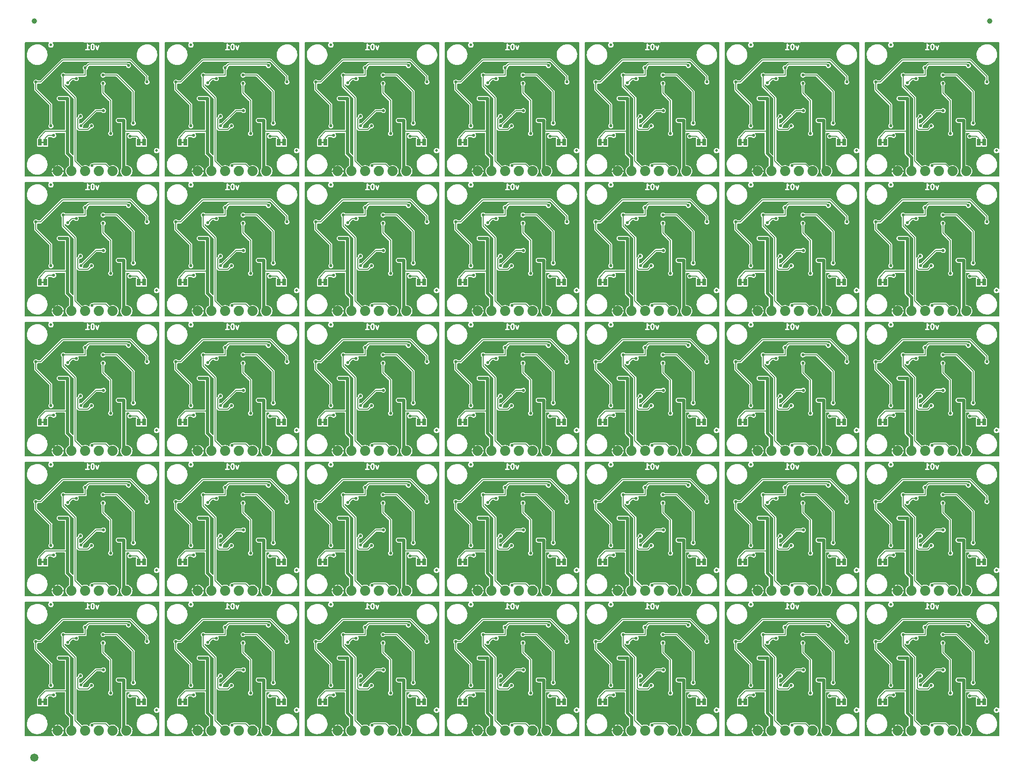
<source format=gbl>
%TF.GenerationSoftware,KiCad,Pcbnew,7.0.10*%
%TF.CreationDate,2024-03-13T10:51:02+00:00*%
%TF.ProjectId,SparkX_Soft_Power_Switch_panelized,53706172-6b58-45f5-936f-66745f506f77,v01*%
%TF.SameCoordinates,Original*%
%TF.FileFunction,Copper,L2,Bot*%
%TF.FilePolarity,Positive*%
%FSLAX46Y46*%
G04 Gerber Fmt 4.6, Leading zero omitted, Abs format (unit mm)*
G04 Created by KiCad (PCBNEW 7.0.10) date 2024-03-13 10:51:02*
%MOMM*%
%LPD*%
G01*
G04 APERTURE LIST*
%ADD10C,0.254000*%
%TA.AperFunction,ComponentPad*%
%ADD11C,1.879600*%
%TD*%
%TA.AperFunction,SMDPad,CuDef*%
%ADD12C,0.500000*%
%TD*%
%TA.AperFunction,SMDPad,CuDef*%
%ADD13C,1.500000*%
%TD*%
%TA.AperFunction,SMDPad,CuDef*%
%ADD14R,0.660400X1.270000*%
%TD*%
%TA.AperFunction,SMDPad,CuDef*%
%ADD15C,1.000000*%
%TD*%
%TA.AperFunction,ViaPad*%
%ADD16C,0.560000*%
%TD*%
%TA.AperFunction,Conductor*%
%ADD17C,0.558800*%
%TD*%
%TA.AperFunction,Conductor*%
%ADD18C,0.177800*%
%TD*%
G04 APERTURE END LIST*
D10*
G36*
X116466672Y24663433D02*
G01*
X116485911Y24644194D01*
X116518839Y24578338D01*
X116560047Y24413506D01*
X116560047Y24202869D01*
X116518839Y24038037D01*
X116485911Y23972181D01*
X116466673Y23952944D01*
X116415162Y23927188D01*
X116378360Y23927188D01*
X116326848Y23952944D01*
X116307611Y23972181D01*
X116274683Y24038037D01*
X116233475Y24202869D01*
X116233475Y24413506D01*
X116274683Y24578338D01*
X116307611Y24644194D01*
X116326850Y24663433D01*
X116378360Y24689188D01*
X116415162Y24689188D01*
X116466672Y24663433D01*
G37*
G36*
X117778374Y23528045D02*
G01*
X114868006Y23528045D01*
X114868006Y23782114D01*
X115013149Y23782114D01*
X115042876Y23717021D01*
X115103076Y23678332D01*
X115138856Y23673188D01*
X115719428Y23673188D01*
X115788089Y23693349D01*
X115834951Y23747430D01*
X115845135Y23818262D01*
X115815408Y23883355D01*
X115755208Y23922044D01*
X115719428Y23927188D01*
X115556142Y23927188D01*
X115556142Y24187235D01*
X115979475Y24187235D01*
X115980447Y24183923D01*
X115983267Y24156433D01*
X116031648Y23962909D01*
X116033900Y23959070D01*
X116041264Y23936915D01*
X116089645Y23840153D01*
X116091265Y23838411D01*
X116091772Y23836084D01*
X116113434Y23807146D01*
X116161815Y23758765D01*
X116163905Y23757624D01*
X116165121Y23755577D01*
X116194823Y23734975D01*
X116291585Y23686595D01*
X116302915Y23684557D01*
X116312600Y23678332D01*
X116348380Y23673188D01*
X116445142Y23673188D01*
X116456186Y23676432D01*
X116467634Y23675195D01*
X116501937Y23686595D01*
X116598699Y23734975D01*
X116600442Y23736597D01*
X116602769Y23737103D01*
X116631707Y23758765D01*
X116680088Y23807146D01*
X116681229Y23809236D01*
X116683275Y23810451D01*
X116703877Y23840153D01*
X116752258Y23936915D01*
X116753046Y23941296D01*
X116761874Y23962909D01*
X116810255Y24156433D01*
X116810114Y24159884D01*
X116814047Y24187235D01*
X116814047Y24429140D01*
X116813074Y24432453D01*
X116810255Y24459942D01*
X116807682Y24470232D01*
X116898922Y24470232D01*
X116906112Y24434806D01*
X117148017Y23757474D01*
X117164937Y23734200D01*
X117179079Y23709140D01*
X117185695Y23705647D01*
X117190096Y23699593D01*
X117216917Y23689160D01*
X117242359Y23675726D01*
X117249813Y23676364D01*
X117256788Y23673651D01*
X117284989Y23679375D01*
X117313658Y23681828D01*
X117319585Y23686396D01*
X117326919Y23687884D01*
X117347544Y23707941D01*
X117370341Y23725508D01*
X117375334Y23734965D01*
X117378221Y23737772D01*
X117379323Y23742521D01*
X117387219Y23757473D01*
X117629124Y24434806D01*
X117633231Y24506248D01*
X117598062Y24568569D01*
X117534782Y24601983D01*
X117463483Y24595881D01*
X117406800Y24552201D01*
X117389922Y24520235D01*
X117267618Y24177786D01*
X117145314Y24520236D01*
X117103235Y24578116D01*
X117036543Y24604058D01*
X116966412Y24589826D01*
X116915110Y24539937D01*
X116898922Y24470232D01*
X116807682Y24470232D01*
X116761874Y24653466D01*
X116759621Y24657306D01*
X116752258Y24679460D01*
X116703877Y24776222D01*
X116702256Y24777965D01*
X116701750Y24780291D01*
X116680088Y24809229D01*
X116631707Y24857610D01*
X116629617Y24858752D01*
X116628402Y24860797D01*
X116598700Y24881399D01*
X116501938Y24929780D01*
X116490608Y24931819D01*
X116480922Y24938044D01*
X116445142Y24943188D01*
X116348380Y24943188D01*
X116337334Y24939945D01*
X116325887Y24941181D01*
X116291584Y24929780D01*
X116194822Y24881399D01*
X116193079Y24879779D01*
X116190753Y24879272D01*
X116161815Y24857610D01*
X116113434Y24809229D01*
X116112292Y24807140D01*
X116110247Y24805924D01*
X116089645Y24776222D01*
X116041264Y24679460D01*
X116040475Y24675080D01*
X116031648Y24653466D01*
X115983267Y24459942D01*
X115983407Y24456492D01*
X115979475Y24429140D01*
X115979475Y24187235D01*
X115556142Y24187235D01*
X115556142Y24467439D01*
X115565870Y24460691D01*
X115662632Y24412310D01*
X115733060Y24399636D01*
X115799161Y24427050D01*
X115839947Y24485850D01*
X115842468Y24557365D01*
X115805926Y24618892D01*
X115776224Y24639494D01*
X115697896Y24678658D01*
X115624596Y24751959D01*
X115534812Y24886635D01*
X115508170Y24908948D01*
X115481900Y24931711D01*
X115480801Y24931869D01*
X115479951Y24932581D01*
X115445462Y24936950D01*
X115411068Y24941895D01*
X115410059Y24941435D01*
X115408959Y24941574D01*
X115377587Y24926605D01*
X115345975Y24912168D01*
X115345375Y24911235D01*
X115344374Y24910757D01*
X115326094Y24881234D01*
X115307286Y24851968D01*
X115307077Y24850521D01*
X115306703Y24849915D01*
X115306733Y24848123D01*
X115302142Y24816188D01*
X115302142Y23927188D01*
X115138856Y23927188D01*
X115070195Y23907027D01*
X115023333Y23852946D01*
X115013149Y23782114D01*
X114868006Y23782114D01*
X114868006Y25088331D01*
X117778374Y25088331D01*
X117778374Y23528045D01*
G37*
G36*
X38766672Y76463433D02*
G01*
X38785911Y76444194D01*
X38818839Y76378338D01*
X38860047Y76213506D01*
X38860047Y76002869D01*
X38818839Y75838037D01*
X38785911Y75772181D01*
X38766673Y75752944D01*
X38715162Y75727188D01*
X38678360Y75727188D01*
X38626848Y75752944D01*
X38607611Y75772181D01*
X38574683Y75838037D01*
X38533475Y76002869D01*
X38533475Y76213506D01*
X38574683Y76378338D01*
X38607611Y76444194D01*
X38626850Y76463433D01*
X38678360Y76489188D01*
X38715162Y76489188D01*
X38766672Y76463433D01*
G37*
G36*
X40078374Y75328045D02*
G01*
X37168006Y75328045D01*
X37168006Y75582114D01*
X37313149Y75582114D01*
X37342876Y75517021D01*
X37403076Y75478332D01*
X37438856Y75473188D01*
X38019428Y75473188D01*
X38088089Y75493349D01*
X38134951Y75547430D01*
X38145135Y75618262D01*
X38115408Y75683355D01*
X38055208Y75722044D01*
X38019428Y75727188D01*
X37856142Y75727188D01*
X37856142Y75987235D01*
X38279475Y75987235D01*
X38280447Y75983923D01*
X38283267Y75956433D01*
X38331648Y75762909D01*
X38333900Y75759070D01*
X38341264Y75736915D01*
X38389645Y75640153D01*
X38391265Y75638411D01*
X38391772Y75636084D01*
X38413434Y75607146D01*
X38461815Y75558765D01*
X38463905Y75557624D01*
X38465121Y75555577D01*
X38494823Y75534975D01*
X38591585Y75486595D01*
X38602915Y75484557D01*
X38612600Y75478332D01*
X38648380Y75473188D01*
X38745142Y75473188D01*
X38756186Y75476432D01*
X38767634Y75475195D01*
X38801937Y75486595D01*
X38898699Y75534975D01*
X38900442Y75536597D01*
X38902769Y75537103D01*
X38931707Y75558765D01*
X38980088Y75607146D01*
X38981229Y75609236D01*
X38983275Y75610451D01*
X39003877Y75640153D01*
X39052258Y75736915D01*
X39053046Y75741296D01*
X39061874Y75762909D01*
X39110255Y75956433D01*
X39110114Y75959884D01*
X39114047Y75987235D01*
X39114047Y76229140D01*
X39113074Y76232453D01*
X39110255Y76259942D01*
X39107682Y76270232D01*
X39198922Y76270232D01*
X39206112Y76234806D01*
X39448017Y75557474D01*
X39464937Y75534200D01*
X39479079Y75509140D01*
X39485695Y75505647D01*
X39490096Y75499593D01*
X39516917Y75489160D01*
X39542359Y75475726D01*
X39549813Y75476364D01*
X39556788Y75473651D01*
X39584989Y75479375D01*
X39613658Y75481828D01*
X39619585Y75486396D01*
X39626919Y75487884D01*
X39647544Y75507941D01*
X39670341Y75525508D01*
X39675334Y75534965D01*
X39678221Y75537772D01*
X39679323Y75542521D01*
X39687219Y75557473D01*
X39929124Y76234806D01*
X39933231Y76306248D01*
X39898062Y76368569D01*
X39834782Y76401983D01*
X39763483Y76395881D01*
X39706800Y76352201D01*
X39689922Y76320235D01*
X39567618Y75977786D01*
X39445314Y76320236D01*
X39403235Y76378116D01*
X39336543Y76404058D01*
X39266412Y76389826D01*
X39215110Y76339937D01*
X39198922Y76270232D01*
X39107682Y76270232D01*
X39061874Y76453466D01*
X39059621Y76457306D01*
X39052258Y76479460D01*
X39003877Y76576222D01*
X39002256Y76577965D01*
X39001750Y76580291D01*
X38980088Y76609229D01*
X38931707Y76657610D01*
X38929617Y76658752D01*
X38928402Y76660797D01*
X38898700Y76681399D01*
X38801938Y76729780D01*
X38790608Y76731819D01*
X38780922Y76738044D01*
X38745142Y76743188D01*
X38648380Y76743188D01*
X38637334Y76739945D01*
X38625887Y76741181D01*
X38591584Y76729780D01*
X38494822Y76681399D01*
X38493079Y76679779D01*
X38490753Y76679272D01*
X38461815Y76657610D01*
X38413434Y76609229D01*
X38412292Y76607140D01*
X38410247Y76605924D01*
X38389645Y76576222D01*
X38341264Y76479460D01*
X38340475Y76475080D01*
X38331648Y76453466D01*
X38283267Y76259942D01*
X38283407Y76256492D01*
X38279475Y76229140D01*
X38279475Y75987235D01*
X37856142Y75987235D01*
X37856142Y76267439D01*
X37865870Y76260691D01*
X37962632Y76212310D01*
X38033060Y76199636D01*
X38099161Y76227050D01*
X38139947Y76285850D01*
X38142468Y76357365D01*
X38105926Y76418892D01*
X38076224Y76439494D01*
X37997896Y76478658D01*
X37924596Y76551959D01*
X37834812Y76686635D01*
X37808170Y76708948D01*
X37781900Y76731711D01*
X37780801Y76731869D01*
X37779951Y76732581D01*
X37745462Y76736950D01*
X37711068Y76741895D01*
X37710059Y76741435D01*
X37708959Y76741574D01*
X37677587Y76726605D01*
X37645975Y76712168D01*
X37645375Y76711235D01*
X37644374Y76710757D01*
X37626094Y76681234D01*
X37607286Y76651968D01*
X37607077Y76650521D01*
X37606703Y76649915D01*
X37606733Y76648123D01*
X37602142Y76616188D01*
X37602142Y75727188D01*
X37438856Y75727188D01*
X37370195Y75707027D01*
X37323333Y75652946D01*
X37313149Y75582114D01*
X37168006Y75582114D01*
X37168006Y76888331D01*
X40078374Y76888331D01*
X40078374Y75328045D01*
G37*
G36*
X38766672Y50563433D02*
G01*
X38785911Y50544194D01*
X38818839Y50478338D01*
X38860047Y50313506D01*
X38860047Y50102869D01*
X38818839Y49938037D01*
X38785911Y49872181D01*
X38766673Y49852944D01*
X38715162Y49827188D01*
X38678360Y49827188D01*
X38626848Y49852944D01*
X38607611Y49872181D01*
X38574683Y49938037D01*
X38533475Y50102869D01*
X38533475Y50313506D01*
X38574683Y50478338D01*
X38607611Y50544194D01*
X38626850Y50563433D01*
X38678360Y50589188D01*
X38715162Y50589188D01*
X38766672Y50563433D01*
G37*
G36*
X40078374Y49428045D02*
G01*
X37168006Y49428045D01*
X37168006Y49682114D01*
X37313149Y49682114D01*
X37342876Y49617021D01*
X37403076Y49578332D01*
X37438856Y49573188D01*
X38019428Y49573188D01*
X38088089Y49593349D01*
X38134951Y49647430D01*
X38145135Y49718262D01*
X38115408Y49783355D01*
X38055208Y49822044D01*
X38019428Y49827188D01*
X37856142Y49827188D01*
X37856142Y50087235D01*
X38279475Y50087235D01*
X38280447Y50083923D01*
X38283267Y50056433D01*
X38331648Y49862909D01*
X38333900Y49859070D01*
X38341264Y49836915D01*
X38389645Y49740153D01*
X38391265Y49738411D01*
X38391772Y49736084D01*
X38413434Y49707146D01*
X38461815Y49658765D01*
X38463905Y49657624D01*
X38465121Y49655577D01*
X38494823Y49634975D01*
X38591585Y49586595D01*
X38602915Y49584557D01*
X38612600Y49578332D01*
X38648380Y49573188D01*
X38745142Y49573188D01*
X38756186Y49576432D01*
X38767634Y49575195D01*
X38801937Y49586595D01*
X38898699Y49634975D01*
X38900442Y49636597D01*
X38902769Y49637103D01*
X38931707Y49658765D01*
X38980088Y49707146D01*
X38981229Y49709236D01*
X38983275Y49710451D01*
X39003877Y49740153D01*
X39052258Y49836915D01*
X39053046Y49841296D01*
X39061874Y49862909D01*
X39110255Y50056433D01*
X39110114Y50059884D01*
X39114047Y50087235D01*
X39114047Y50329140D01*
X39113074Y50332453D01*
X39110255Y50359942D01*
X39107682Y50370232D01*
X39198922Y50370232D01*
X39206112Y50334806D01*
X39448017Y49657474D01*
X39464937Y49634200D01*
X39479079Y49609140D01*
X39485695Y49605647D01*
X39490096Y49599593D01*
X39516917Y49589160D01*
X39542359Y49575726D01*
X39549813Y49576364D01*
X39556788Y49573651D01*
X39584989Y49579375D01*
X39613658Y49581828D01*
X39619585Y49586396D01*
X39626919Y49587884D01*
X39647544Y49607941D01*
X39670341Y49625508D01*
X39675334Y49634965D01*
X39678221Y49637772D01*
X39679323Y49642521D01*
X39687219Y49657473D01*
X39929124Y50334806D01*
X39933231Y50406248D01*
X39898062Y50468569D01*
X39834782Y50501983D01*
X39763483Y50495881D01*
X39706800Y50452201D01*
X39689922Y50420235D01*
X39567618Y50077786D01*
X39445314Y50420236D01*
X39403235Y50478116D01*
X39336543Y50504058D01*
X39266412Y50489826D01*
X39215110Y50439937D01*
X39198922Y50370232D01*
X39107682Y50370232D01*
X39061874Y50553466D01*
X39059621Y50557306D01*
X39052258Y50579460D01*
X39003877Y50676222D01*
X39002256Y50677965D01*
X39001750Y50680291D01*
X38980088Y50709229D01*
X38931707Y50757610D01*
X38929617Y50758752D01*
X38928402Y50760797D01*
X38898700Y50781399D01*
X38801938Y50829780D01*
X38790608Y50831819D01*
X38780922Y50838044D01*
X38745142Y50843188D01*
X38648380Y50843188D01*
X38637334Y50839945D01*
X38625887Y50841181D01*
X38591584Y50829780D01*
X38494822Y50781399D01*
X38493079Y50779779D01*
X38490753Y50779272D01*
X38461815Y50757610D01*
X38413434Y50709229D01*
X38412292Y50707140D01*
X38410247Y50705924D01*
X38389645Y50676222D01*
X38341264Y50579460D01*
X38340475Y50575080D01*
X38331648Y50553466D01*
X38283267Y50359942D01*
X38283407Y50356492D01*
X38279475Y50329140D01*
X38279475Y50087235D01*
X37856142Y50087235D01*
X37856142Y50367439D01*
X37865870Y50360691D01*
X37962632Y50312310D01*
X38033060Y50299636D01*
X38099161Y50327050D01*
X38139947Y50385850D01*
X38142468Y50457365D01*
X38105926Y50518892D01*
X38076224Y50539494D01*
X37997896Y50578658D01*
X37924596Y50651959D01*
X37834812Y50786635D01*
X37808170Y50808948D01*
X37781900Y50831711D01*
X37780801Y50831869D01*
X37779951Y50832581D01*
X37745462Y50836950D01*
X37711068Y50841895D01*
X37710059Y50841435D01*
X37708959Y50841574D01*
X37677587Y50826605D01*
X37645975Y50812168D01*
X37645375Y50811235D01*
X37644374Y50810757D01*
X37626094Y50781234D01*
X37607286Y50751968D01*
X37607077Y50750521D01*
X37606703Y50749915D01*
X37606733Y50748123D01*
X37602142Y50716188D01*
X37602142Y49827188D01*
X37438856Y49827188D01*
X37370195Y49807027D01*
X37323333Y49752946D01*
X37313149Y49682114D01*
X37168006Y49682114D01*
X37168006Y50988331D01*
X40078374Y50988331D01*
X40078374Y49428045D01*
G37*
G36*
X168266672Y128263432D02*
G01*
X168285911Y128244193D01*
X168318839Y128178337D01*
X168360047Y128013505D01*
X168360047Y127802868D01*
X168318839Y127638036D01*
X168285910Y127572178D01*
X168266674Y127552943D01*
X168215162Y127527187D01*
X168178360Y127527187D01*
X168126847Y127552943D01*
X168107611Y127572178D01*
X168074683Y127638036D01*
X168033475Y127802868D01*
X168033475Y128013505D01*
X168074683Y128178337D01*
X168107611Y128244193D01*
X168126850Y128263432D01*
X168178360Y128289187D01*
X168215162Y128289187D01*
X168266672Y128263432D01*
G37*
G36*
X169578374Y127128044D02*
G01*
X166668006Y127128044D01*
X166668006Y127382113D01*
X166813149Y127382113D01*
X166842876Y127317020D01*
X166903076Y127278331D01*
X166938856Y127273187D01*
X167519428Y127273187D01*
X167588089Y127293348D01*
X167634951Y127347429D01*
X167645135Y127418261D01*
X167615408Y127483354D01*
X167555208Y127522043D01*
X167519428Y127527187D01*
X167356142Y127527187D01*
X167356142Y127787234D01*
X167779475Y127787234D01*
X167780447Y127783921D01*
X167783267Y127756432D01*
X167831648Y127562908D01*
X167833900Y127559068D01*
X167841264Y127536914D01*
X167889645Y127440152D01*
X167891265Y127438409D01*
X167891772Y127436082D01*
X167913435Y127407145D01*
X167961816Y127358765D01*
X167963904Y127357624D01*
X167965120Y127355578D01*
X167994822Y127334976D01*
X168091584Y127286595D01*
X168102913Y127284556D01*
X168112600Y127278331D01*
X168148380Y127273187D01*
X168245142Y127273187D01*
X168256187Y127276430D01*
X168267635Y127275194D01*
X168301938Y127286595D01*
X168398700Y127334976D01*
X168400441Y127336595D01*
X168402768Y127337102D01*
X168431706Y127358765D01*
X168480086Y127407144D01*
X168481227Y127409233D01*
X168483275Y127410450D01*
X168503877Y127440152D01*
X168552258Y127536914D01*
X168553046Y127541294D01*
X168561874Y127562908D01*
X168610255Y127756432D01*
X168610114Y127759882D01*
X168614047Y127787234D01*
X168614047Y128029139D01*
X168613074Y128032451D01*
X168610255Y128059941D01*
X168607682Y128070231D01*
X168698922Y128070231D01*
X168706112Y128034805D01*
X168948017Y127357473D01*
X168964937Y127334198D01*
X168979079Y127309139D01*
X168985695Y127305645D01*
X168990096Y127299592D01*
X169016917Y127289158D01*
X169042359Y127275725D01*
X169049813Y127276362D01*
X169056788Y127273650D01*
X169084989Y127279373D01*
X169113658Y127281827D01*
X169119585Y127286394D01*
X169126919Y127287883D01*
X169147544Y127307939D01*
X169170341Y127325507D01*
X169175334Y127334963D01*
X169178221Y127337771D01*
X169179323Y127342519D01*
X169187219Y127357472D01*
X169429124Y128034805D01*
X169433231Y128106247D01*
X169398062Y128168568D01*
X169334782Y128201982D01*
X169263483Y128195880D01*
X169206800Y128152200D01*
X169189922Y128120234D01*
X169067618Y127777784D01*
X168945314Y128120235D01*
X168903235Y128178115D01*
X168836543Y128204057D01*
X168766412Y128189825D01*
X168715110Y128139936D01*
X168698922Y128070231D01*
X168607682Y128070231D01*
X168561874Y128253465D01*
X168559621Y128257304D01*
X168552258Y128279459D01*
X168503877Y128376221D01*
X168502256Y128377963D01*
X168501750Y128380290D01*
X168480088Y128409228D01*
X168431707Y128457609D01*
X168429617Y128458750D01*
X168428402Y128460796D01*
X168398700Y128481398D01*
X168301938Y128529779D01*
X168290608Y128531817D01*
X168280922Y128538043D01*
X168245142Y128543187D01*
X168148380Y128543187D01*
X168137334Y128539943D01*
X168125887Y128541180D01*
X168091584Y128529779D01*
X167994822Y128481398D01*
X167993079Y128479777D01*
X167990753Y128479271D01*
X167961815Y128457609D01*
X167913434Y128409228D01*
X167912292Y128407138D01*
X167910247Y128405923D01*
X167889645Y128376221D01*
X167841264Y128279459D01*
X167840475Y128275078D01*
X167831648Y128253465D01*
X167783267Y128059941D01*
X167783407Y128056490D01*
X167779475Y128029139D01*
X167779475Y127787234D01*
X167356142Y127787234D01*
X167356142Y128067437D01*
X167365870Y128060690D01*
X167462632Y128012309D01*
X167533060Y127999635D01*
X167599161Y128027049D01*
X167639947Y128085849D01*
X167642468Y128157364D01*
X167605926Y128218891D01*
X167576224Y128239493D01*
X167497896Y128278656D01*
X167424596Y128351957D01*
X167334812Y128486634D01*
X167308170Y128508946D01*
X167281900Y128531710D01*
X167280801Y128531867D01*
X167279951Y128532580D01*
X167245462Y128536948D01*
X167211068Y128541894D01*
X167210059Y128541433D01*
X167208959Y128541573D01*
X167177587Y128526603D01*
X167145975Y128512167D01*
X167145375Y128511233D01*
X167144374Y128510756D01*
X167126094Y128481232D01*
X167107286Y128451967D01*
X167107077Y128450519D01*
X167106703Y128449914D01*
X167106733Y128448121D01*
X167102142Y128416187D01*
X167102142Y127527187D01*
X166938856Y127527187D01*
X166870195Y127507026D01*
X166823333Y127452945D01*
X166813149Y127382113D01*
X166668006Y127382113D01*
X166668006Y128688330D01*
X169578374Y128688330D01*
X169578374Y127128044D01*
G37*
G36*
X64666672Y50563433D02*
G01*
X64685911Y50544194D01*
X64718839Y50478338D01*
X64760047Y50313506D01*
X64760047Y50102869D01*
X64718839Y49938037D01*
X64685911Y49872181D01*
X64666673Y49852944D01*
X64615162Y49827188D01*
X64578360Y49827188D01*
X64526848Y49852944D01*
X64507611Y49872181D01*
X64474683Y49938037D01*
X64433475Y50102869D01*
X64433475Y50313506D01*
X64474683Y50478338D01*
X64507611Y50544194D01*
X64526850Y50563433D01*
X64578360Y50589188D01*
X64615162Y50589188D01*
X64666672Y50563433D01*
G37*
G36*
X65978374Y49428045D02*
G01*
X63068006Y49428045D01*
X63068006Y49682114D01*
X63213149Y49682114D01*
X63242876Y49617021D01*
X63303076Y49578332D01*
X63338856Y49573188D01*
X63919428Y49573188D01*
X63988089Y49593349D01*
X64034951Y49647430D01*
X64045135Y49718262D01*
X64015408Y49783355D01*
X63955208Y49822044D01*
X63919428Y49827188D01*
X63756142Y49827188D01*
X63756142Y50087235D01*
X64179475Y50087235D01*
X64180447Y50083923D01*
X64183267Y50056433D01*
X64231648Y49862909D01*
X64233900Y49859070D01*
X64241264Y49836915D01*
X64289645Y49740153D01*
X64291265Y49738411D01*
X64291772Y49736084D01*
X64313434Y49707146D01*
X64361815Y49658765D01*
X64363905Y49657624D01*
X64365121Y49655577D01*
X64394823Y49634975D01*
X64491585Y49586595D01*
X64502915Y49584557D01*
X64512600Y49578332D01*
X64548380Y49573188D01*
X64645142Y49573188D01*
X64656186Y49576432D01*
X64667634Y49575195D01*
X64701937Y49586595D01*
X64798699Y49634975D01*
X64800442Y49636597D01*
X64802769Y49637103D01*
X64831707Y49658765D01*
X64880088Y49707146D01*
X64881229Y49709236D01*
X64883275Y49710451D01*
X64903877Y49740153D01*
X64952258Y49836915D01*
X64953046Y49841296D01*
X64961874Y49862909D01*
X65010255Y50056433D01*
X65010114Y50059884D01*
X65014047Y50087235D01*
X65014047Y50329140D01*
X65013074Y50332453D01*
X65010255Y50359942D01*
X65007682Y50370232D01*
X65098922Y50370232D01*
X65106112Y50334806D01*
X65348017Y49657474D01*
X65364937Y49634200D01*
X65379079Y49609140D01*
X65385695Y49605647D01*
X65390096Y49599593D01*
X65416917Y49589160D01*
X65442359Y49575726D01*
X65449813Y49576364D01*
X65456788Y49573651D01*
X65484989Y49579375D01*
X65513658Y49581828D01*
X65519585Y49586396D01*
X65526919Y49587884D01*
X65547544Y49607941D01*
X65570341Y49625508D01*
X65575334Y49634965D01*
X65578221Y49637772D01*
X65579323Y49642521D01*
X65587219Y49657473D01*
X65829124Y50334806D01*
X65833231Y50406248D01*
X65798062Y50468569D01*
X65734782Y50501983D01*
X65663483Y50495881D01*
X65606800Y50452201D01*
X65589922Y50420235D01*
X65467618Y50077786D01*
X65345314Y50420236D01*
X65303235Y50478116D01*
X65236543Y50504058D01*
X65166412Y50489826D01*
X65115110Y50439937D01*
X65098922Y50370232D01*
X65007682Y50370232D01*
X64961874Y50553466D01*
X64959621Y50557306D01*
X64952258Y50579460D01*
X64903877Y50676222D01*
X64902256Y50677965D01*
X64901750Y50680291D01*
X64880088Y50709229D01*
X64831707Y50757610D01*
X64829617Y50758752D01*
X64828402Y50760797D01*
X64798700Y50781399D01*
X64701938Y50829780D01*
X64690608Y50831819D01*
X64680922Y50838044D01*
X64645142Y50843188D01*
X64548380Y50843188D01*
X64537334Y50839945D01*
X64525887Y50841181D01*
X64491584Y50829780D01*
X64394822Y50781399D01*
X64393079Y50779779D01*
X64390753Y50779272D01*
X64361815Y50757610D01*
X64313434Y50709229D01*
X64312292Y50707140D01*
X64310247Y50705924D01*
X64289645Y50676222D01*
X64241264Y50579460D01*
X64240475Y50575080D01*
X64231648Y50553466D01*
X64183267Y50359942D01*
X64183407Y50356492D01*
X64179475Y50329140D01*
X64179475Y50087235D01*
X63756142Y50087235D01*
X63756142Y50367439D01*
X63765870Y50360691D01*
X63862632Y50312310D01*
X63933060Y50299636D01*
X63999161Y50327050D01*
X64039947Y50385850D01*
X64042468Y50457365D01*
X64005926Y50518892D01*
X63976224Y50539494D01*
X63897896Y50578658D01*
X63824596Y50651959D01*
X63734812Y50786635D01*
X63708170Y50808948D01*
X63681900Y50831711D01*
X63680801Y50831869D01*
X63679951Y50832581D01*
X63645462Y50836950D01*
X63611068Y50841895D01*
X63610059Y50841435D01*
X63608959Y50841574D01*
X63577587Y50826605D01*
X63545975Y50812168D01*
X63545375Y50811235D01*
X63544374Y50810757D01*
X63526094Y50781234D01*
X63507286Y50751968D01*
X63507077Y50750521D01*
X63506703Y50749915D01*
X63506733Y50748123D01*
X63502142Y50716188D01*
X63502142Y49827188D01*
X63338856Y49827188D01*
X63270195Y49807027D01*
X63223333Y49752946D01*
X63213149Y49682114D01*
X63068006Y49682114D01*
X63068006Y50988331D01*
X65978374Y50988331D01*
X65978374Y49428045D01*
G37*
G36*
X90566672Y24663433D02*
G01*
X90585911Y24644194D01*
X90618839Y24578338D01*
X90660047Y24413506D01*
X90660047Y24202869D01*
X90618839Y24038037D01*
X90585911Y23972181D01*
X90566673Y23952944D01*
X90515162Y23927188D01*
X90478360Y23927188D01*
X90426848Y23952944D01*
X90407611Y23972181D01*
X90374683Y24038037D01*
X90333475Y24202869D01*
X90333475Y24413506D01*
X90374683Y24578338D01*
X90407611Y24644194D01*
X90426850Y24663433D01*
X90478360Y24689188D01*
X90515162Y24689188D01*
X90566672Y24663433D01*
G37*
G36*
X91878374Y23528045D02*
G01*
X88968006Y23528045D01*
X88968006Y23782114D01*
X89113149Y23782114D01*
X89142876Y23717021D01*
X89203076Y23678332D01*
X89238856Y23673188D01*
X89819428Y23673188D01*
X89888089Y23693349D01*
X89934951Y23747430D01*
X89945135Y23818262D01*
X89915408Y23883355D01*
X89855208Y23922044D01*
X89819428Y23927188D01*
X89656142Y23927188D01*
X89656142Y24187235D01*
X90079475Y24187235D01*
X90080447Y24183923D01*
X90083267Y24156433D01*
X90131648Y23962909D01*
X90133900Y23959070D01*
X90141264Y23936915D01*
X90189645Y23840153D01*
X90191265Y23838411D01*
X90191772Y23836084D01*
X90213434Y23807146D01*
X90261815Y23758765D01*
X90263905Y23757624D01*
X90265121Y23755577D01*
X90294823Y23734975D01*
X90391585Y23686595D01*
X90402915Y23684557D01*
X90412600Y23678332D01*
X90448380Y23673188D01*
X90545142Y23673188D01*
X90556186Y23676432D01*
X90567634Y23675195D01*
X90601937Y23686595D01*
X90698699Y23734975D01*
X90700442Y23736597D01*
X90702769Y23737103D01*
X90731707Y23758765D01*
X90780088Y23807146D01*
X90781229Y23809236D01*
X90783275Y23810451D01*
X90803877Y23840153D01*
X90852258Y23936915D01*
X90853046Y23941296D01*
X90861874Y23962909D01*
X90910255Y24156433D01*
X90910114Y24159884D01*
X90914047Y24187235D01*
X90914047Y24429140D01*
X90913074Y24432453D01*
X90910255Y24459942D01*
X90907682Y24470232D01*
X90998922Y24470232D01*
X91006112Y24434806D01*
X91248017Y23757474D01*
X91264937Y23734200D01*
X91279079Y23709140D01*
X91285695Y23705647D01*
X91290096Y23699593D01*
X91316917Y23689160D01*
X91342359Y23675726D01*
X91349813Y23676364D01*
X91356788Y23673651D01*
X91384989Y23679375D01*
X91413658Y23681828D01*
X91419585Y23686396D01*
X91426919Y23687884D01*
X91447544Y23707941D01*
X91470341Y23725508D01*
X91475334Y23734965D01*
X91478221Y23737772D01*
X91479323Y23742521D01*
X91487219Y23757473D01*
X91729124Y24434806D01*
X91733231Y24506248D01*
X91698062Y24568569D01*
X91634782Y24601983D01*
X91563483Y24595881D01*
X91506800Y24552201D01*
X91489922Y24520235D01*
X91367618Y24177786D01*
X91245314Y24520236D01*
X91203235Y24578116D01*
X91136543Y24604058D01*
X91066412Y24589826D01*
X91015110Y24539937D01*
X90998922Y24470232D01*
X90907682Y24470232D01*
X90861874Y24653466D01*
X90859621Y24657306D01*
X90852258Y24679460D01*
X90803877Y24776222D01*
X90802256Y24777965D01*
X90801750Y24780291D01*
X90780088Y24809229D01*
X90731707Y24857610D01*
X90729617Y24858752D01*
X90728402Y24860797D01*
X90698700Y24881399D01*
X90601938Y24929780D01*
X90590608Y24931819D01*
X90580922Y24938044D01*
X90545142Y24943188D01*
X90448380Y24943188D01*
X90437334Y24939945D01*
X90425887Y24941181D01*
X90391584Y24929780D01*
X90294822Y24881399D01*
X90293079Y24879779D01*
X90290753Y24879272D01*
X90261815Y24857610D01*
X90213434Y24809229D01*
X90212292Y24807140D01*
X90210247Y24805924D01*
X90189645Y24776222D01*
X90141264Y24679460D01*
X90140475Y24675080D01*
X90131648Y24653466D01*
X90083267Y24459942D01*
X90083407Y24456492D01*
X90079475Y24429140D01*
X90079475Y24187235D01*
X89656142Y24187235D01*
X89656142Y24467439D01*
X89665870Y24460691D01*
X89762632Y24412310D01*
X89833060Y24399636D01*
X89899161Y24427050D01*
X89939947Y24485850D01*
X89942468Y24557365D01*
X89905926Y24618892D01*
X89876224Y24639494D01*
X89797896Y24678658D01*
X89724596Y24751959D01*
X89634812Y24886635D01*
X89608170Y24908948D01*
X89581900Y24931711D01*
X89580801Y24931869D01*
X89579951Y24932581D01*
X89545462Y24936950D01*
X89511068Y24941895D01*
X89510059Y24941435D01*
X89508959Y24941574D01*
X89477587Y24926605D01*
X89445975Y24912168D01*
X89445375Y24911235D01*
X89444374Y24910757D01*
X89426094Y24881234D01*
X89407286Y24851968D01*
X89407077Y24850521D01*
X89406703Y24849915D01*
X89406733Y24848123D01*
X89402142Y24816188D01*
X89402142Y23927188D01*
X89238856Y23927188D01*
X89170195Y23907027D01*
X89123333Y23852946D01*
X89113149Y23782114D01*
X88968006Y23782114D01*
X88968006Y25088331D01*
X91878374Y25088331D01*
X91878374Y23528045D01*
G37*
G36*
X90566672Y76463433D02*
G01*
X90585911Y76444194D01*
X90618839Y76378338D01*
X90660047Y76213506D01*
X90660047Y76002869D01*
X90618839Y75838037D01*
X90585911Y75772181D01*
X90566673Y75752944D01*
X90515162Y75727188D01*
X90478360Y75727188D01*
X90426848Y75752944D01*
X90407611Y75772181D01*
X90374683Y75838037D01*
X90333475Y76002869D01*
X90333475Y76213506D01*
X90374683Y76378338D01*
X90407611Y76444194D01*
X90426850Y76463433D01*
X90478360Y76489188D01*
X90515162Y76489188D01*
X90566672Y76463433D01*
G37*
G36*
X91878374Y75328045D02*
G01*
X88968006Y75328045D01*
X88968006Y75582114D01*
X89113149Y75582114D01*
X89142876Y75517021D01*
X89203076Y75478332D01*
X89238856Y75473188D01*
X89819428Y75473188D01*
X89888089Y75493349D01*
X89934951Y75547430D01*
X89945135Y75618262D01*
X89915408Y75683355D01*
X89855208Y75722044D01*
X89819428Y75727188D01*
X89656142Y75727188D01*
X89656142Y75987235D01*
X90079475Y75987235D01*
X90080447Y75983923D01*
X90083267Y75956433D01*
X90131648Y75762909D01*
X90133900Y75759070D01*
X90141264Y75736915D01*
X90189645Y75640153D01*
X90191265Y75638411D01*
X90191772Y75636084D01*
X90213434Y75607146D01*
X90261815Y75558765D01*
X90263905Y75557624D01*
X90265121Y75555577D01*
X90294823Y75534975D01*
X90391585Y75486595D01*
X90402915Y75484557D01*
X90412600Y75478332D01*
X90448380Y75473188D01*
X90545142Y75473188D01*
X90556186Y75476432D01*
X90567634Y75475195D01*
X90601937Y75486595D01*
X90698699Y75534975D01*
X90700442Y75536597D01*
X90702769Y75537103D01*
X90731707Y75558765D01*
X90780088Y75607146D01*
X90781229Y75609236D01*
X90783275Y75610451D01*
X90803877Y75640153D01*
X90852258Y75736915D01*
X90853046Y75741296D01*
X90861874Y75762909D01*
X90910255Y75956433D01*
X90910114Y75959884D01*
X90914047Y75987235D01*
X90914047Y76229140D01*
X90913074Y76232453D01*
X90910255Y76259942D01*
X90907682Y76270232D01*
X90998922Y76270232D01*
X91006112Y76234806D01*
X91248017Y75557474D01*
X91264937Y75534200D01*
X91279079Y75509140D01*
X91285695Y75505647D01*
X91290096Y75499593D01*
X91316917Y75489160D01*
X91342359Y75475726D01*
X91349813Y75476364D01*
X91356788Y75473651D01*
X91384989Y75479375D01*
X91413658Y75481828D01*
X91419585Y75486396D01*
X91426919Y75487884D01*
X91447544Y75507941D01*
X91470341Y75525508D01*
X91475334Y75534965D01*
X91478221Y75537772D01*
X91479323Y75542521D01*
X91487219Y75557473D01*
X91729124Y76234806D01*
X91733231Y76306248D01*
X91698062Y76368569D01*
X91634782Y76401983D01*
X91563483Y76395881D01*
X91506800Y76352201D01*
X91489922Y76320235D01*
X91367618Y75977786D01*
X91245314Y76320236D01*
X91203235Y76378116D01*
X91136543Y76404058D01*
X91066412Y76389826D01*
X91015110Y76339937D01*
X90998922Y76270232D01*
X90907682Y76270232D01*
X90861874Y76453466D01*
X90859621Y76457306D01*
X90852258Y76479460D01*
X90803877Y76576222D01*
X90802256Y76577965D01*
X90801750Y76580291D01*
X90780088Y76609229D01*
X90731707Y76657610D01*
X90729617Y76658752D01*
X90728402Y76660797D01*
X90698700Y76681399D01*
X90601938Y76729780D01*
X90590608Y76731819D01*
X90580922Y76738044D01*
X90545142Y76743188D01*
X90448380Y76743188D01*
X90437334Y76739945D01*
X90425887Y76741181D01*
X90391584Y76729780D01*
X90294822Y76681399D01*
X90293079Y76679779D01*
X90290753Y76679272D01*
X90261815Y76657610D01*
X90213434Y76609229D01*
X90212292Y76607140D01*
X90210247Y76605924D01*
X90189645Y76576222D01*
X90141264Y76479460D01*
X90140475Y76475080D01*
X90131648Y76453466D01*
X90083267Y76259942D01*
X90083407Y76256492D01*
X90079475Y76229140D01*
X90079475Y75987235D01*
X89656142Y75987235D01*
X89656142Y76267439D01*
X89665870Y76260691D01*
X89762632Y76212310D01*
X89833060Y76199636D01*
X89899161Y76227050D01*
X89939947Y76285850D01*
X89942468Y76357365D01*
X89905926Y76418892D01*
X89876224Y76439494D01*
X89797896Y76478658D01*
X89724596Y76551959D01*
X89634812Y76686635D01*
X89608170Y76708948D01*
X89581900Y76731711D01*
X89580801Y76731869D01*
X89579951Y76732581D01*
X89545462Y76736950D01*
X89511068Y76741895D01*
X89510059Y76741435D01*
X89508959Y76741574D01*
X89477587Y76726605D01*
X89445975Y76712168D01*
X89445375Y76711235D01*
X89444374Y76710757D01*
X89426094Y76681234D01*
X89407286Y76651968D01*
X89407077Y76650521D01*
X89406703Y76649915D01*
X89406733Y76648123D01*
X89402142Y76616188D01*
X89402142Y75727188D01*
X89238856Y75727188D01*
X89170195Y75707027D01*
X89123333Y75652946D01*
X89113149Y75582114D01*
X88968006Y75582114D01*
X88968006Y76888331D01*
X91878374Y76888331D01*
X91878374Y75328045D01*
G37*
G36*
X142366672Y102363433D02*
G01*
X142385911Y102344194D01*
X142418839Y102278338D01*
X142460047Y102113506D01*
X142460047Y101902869D01*
X142418839Y101738037D01*
X142385911Y101672181D01*
X142366673Y101652944D01*
X142315162Y101627188D01*
X142278360Y101627188D01*
X142226848Y101652944D01*
X142207611Y101672181D01*
X142174683Y101738037D01*
X142133475Y101902869D01*
X142133475Y102113506D01*
X142174683Y102278338D01*
X142207611Y102344194D01*
X142226850Y102363433D01*
X142278360Y102389188D01*
X142315162Y102389188D01*
X142366672Y102363433D01*
G37*
G36*
X143678374Y101228045D02*
G01*
X140768006Y101228045D01*
X140768006Y101482114D01*
X140913149Y101482114D01*
X140942876Y101417021D01*
X141003076Y101378332D01*
X141038856Y101373188D01*
X141619428Y101373188D01*
X141688089Y101393349D01*
X141734951Y101447430D01*
X141745135Y101518262D01*
X141715408Y101583355D01*
X141655208Y101622044D01*
X141619428Y101627188D01*
X141456142Y101627188D01*
X141456142Y101887235D01*
X141879475Y101887235D01*
X141880447Y101883923D01*
X141883267Y101856433D01*
X141931648Y101662909D01*
X141933900Y101659070D01*
X141941264Y101636915D01*
X141989645Y101540153D01*
X141991265Y101538411D01*
X141991772Y101536084D01*
X142013434Y101507146D01*
X142061815Y101458765D01*
X142063905Y101457624D01*
X142065121Y101455577D01*
X142094823Y101434975D01*
X142191585Y101386595D01*
X142202915Y101384557D01*
X142212600Y101378332D01*
X142248380Y101373188D01*
X142345142Y101373188D01*
X142356186Y101376432D01*
X142367634Y101375195D01*
X142401937Y101386595D01*
X142498699Y101434975D01*
X142500442Y101436597D01*
X142502769Y101437103D01*
X142531707Y101458765D01*
X142580088Y101507146D01*
X142581229Y101509236D01*
X142583275Y101510451D01*
X142603877Y101540153D01*
X142652258Y101636915D01*
X142653046Y101641296D01*
X142661874Y101662909D01*
X142710255Y101856433D01*
X142710114Y101859884D01*
X142714047Y101887235D01*
X142714047Y102129140D01*
X142713074Y102132453D01*
X142710255Y102159942D01*
X142707682Y102170232D01*
X142798922Y102170232D01*
X142806112Y102134806D01*
X143048017Y101457474D01*
X143064937Y101434200D01*
X143079079Y101409140D01*
X143085695Y101405647D01*
X143090096Y101399593D01*
X143116917Y101389160D01*
X143142359Y101375726D01*
X143149813Y101376364D01*
X143156788Y101373651D01*
X143184989Y101379375D01*
X143213658Y101381828D01*
X143219585Y101386396D01*
X143226919Y101387884D01*
X143247544Y101407941D01*
X143270341Y101425508D01*
X143275334Y101434965D01*
X143278221Y101437772D01*
X143279323Y101442521D01*
X143287219Y101457473D01*
X143529124Y102134806D01*
X143533231Y102206248D01*
X143498062Y102268569D01*
X143434782Y102301983D01*
X143363483Y102295881D01*
X143306800Y102252201D01*
X143289922Y102220235D01*
X143167618Y101877786D01*
X143045314Y102220236D01*
X143003235Y102278116D01*
X142936543Y102304058D01*
X142866412Y102289826D01*
X142815110Y102239937D01*
X142798922Y102170232D01*
X142707682Y102170232D01*
X142661874Y102353466D01*
X142659621Y102357306D01*
X142652258Y102379460D01*
X142603877Y102476222D01*
X142602256Y102477965D01*
X142601750Y102480291D01*
X142580088Y102509229D01*
X142531707Y102557610D01*
X142529617Y102558752D01*
X142528402Y102560797D01*
X142498700Y102581399D01*
X142401938Y102629780D01*
X142390608Y102631819D01*
X142380922Y102638044D01*
X142345142Y102643188D01*
X142248380Y102643188D01*
X142237334Y102639945D01*
X142225887Y102641181D01*
X142191584Y102629780D01*
X142094822Y102581399D01*
X142093079Y102579779D01*
X142090753Y102579272D01*
X142061815Y102557610D01*
X142013434Y102509229D01*
X142012292Y102507140D01*
X142010247Y102505924D01*
X141989645Y102476222D01*
X141941264Y102379460D01*
X141940475Y102375080D01*
X141931648Y102353466D01*
X141883267Y102159942D01*
X141883407Y102156492D01*
X141879475Y102129140D01*
X141879475Y101887235D01*
X141456142Y101887235D01*
X141456142Y102167439D01*
X141465870Y102160691D01*
X141562632Y102112310D01*
X141633060Y102099636D01*
X141699161Y102127050D01*
X141739947Y102185850D01*
X141742468Y102257365D01*
X141705926Y102318892D01*
X141676224Y102339494D01*
X141597896Y102378658D01*
X141524596Y102451959D01*
X141434812Y102586635D01*
X141408170Y102608948D01*
X141381900Y102631711D01*
X141380801Y102631869D01*
X141379951Y102632581D01*
X141345462Y102636950D01*
X141311068Y102641895D01*
X141310059Y102641435D01*
X141308959Y102641574D01*
X141277587Y102626605D01*
X141245975Y102612168D01*
X141245375Y102611235D01*
X141244374Y102610757D01*
X141226094Y102581234D01*
X141207286Y102551968D01*
X141207077Y102550521D01*
X141206703Y102549915D01*
X141206733Y102548123D01*
X141202142Y102516188D01*
X141202142Y101627188D01*
X141038856Y101627188D01*
X140970195Y101607027D01*
X140923333Y101552946D01*
X140913149Y101482114D01*
X140768006Y101482114D01*
X140768006Y102788331D01*
X143678374Y102788331D01*
X143678374Y101228045D01*
G37*
G36*
X12866672Y24663433D02*
G01*
X12885911Y24644194D01*
X12918839Y24578338D01*
X12960047Y24413506D01*
X12960047Y24202869D01*
X12918839Y24038037D01*
X12885911Y23972181D01*
X12866673Y23952944D01*
X12815162Y23927188D01*
X12778360Y23927188D01*
X12726848Y23952944D01*
X12707611Y23972181D01*
X12674683Y24038037D01*
X12633475Y24202869D01*
X12633475Y24413506D01*
X12674683Y24578338D01*
X12707611Y24644194D01*
X12726850Y24663433D01*
X12778360Y24689188D01*
X12815162Y24689188D01*
X12866672Y24663433D01*
G37*
G36*
X14178374Y23528045D02*
G01*
X11268006Y23528045D01*
X11268006Y23782114D01*
X11413149Y23782114D01*
X11442876Y23717021D01*
X11503076Y23678332D01*
X11538856Y23673188D01*
X12119428Y23673188D01*
X12188089Y23693349D01*
X12234951Y23747430D01*
X12245135Y23818262D01*
X12215408Y23883355D01*
X12155208Y23922044D01*
X12119428Y23927188D01*
X11956142Y23927188D01*
X11956142Y24187235D01*
X12379475Y24187235D01*
X12380447Y24183923D01*
X12383267Y24156433D01*
X12431648Y23962909D01*
X12433900Y23959070D01*
X12441264Y23936915D01*
X12489645Y23840153D01*
X12491265Y23838411D01*
X12491772Y23836084D01*
X12513434Y23807146D01*
X12561815Y23758765D01*
X12563905Y23757624D01*
X12565121Y23755577D01*
X12594823Y23734975D01*
X12691585Y23686595D01*
X12702915Y23684557D01*
X12712600Y23678332D01*
X12748380Y23673188D01*
X12845142Y23673188D01*
X12856186Y23676432D01*
X12867634Y23675195D01*
X12901937Y23686595D01*
X12998699Y23734975D01*
X13000442Y23736597D01*
X13002769Y23737103D01*
X13031707Y23758765D01*
X13080088Y23807146D01*
X13081229Y23809236D01*
X13083275Y23810451D01*
X13103877Y23840153D01*
X13152258Y23936915D01*
X13153046Y23941296D01*
X13161874Y23962909D01*
X13210255Y24156433D01*
X13210114Y24159884D01*
X13214047Y24187235D01*
X13214047Y24429140D01*
X13213074Y24432453D01*
X13210255Y24459942D01*
X13207682Y24470232D01*
X13298922Y24470232D01*
X13306112Y24434806D01*
X13548017Y23757474D01*
X13564937Y23734200D01*
X13579079Y23709140D01*
X13585695Y23705647D01*
X13590096Y23699593D01*
X13616917Y23689160D01*
X13642359Y23675726D01*
X13649813Y23676364D01*
X13656788Y23673651D01*
X13684989Y23679375D01*
X13713658Y23681828D01*
X13719585Y23686396D01*
X13726919Y23687884D01*
X13747544Y23707941D01*
X13770341Y23725508D01*
X13775334Y23734965D01*
X13778221Y23737772D01*
X13779323Y23742521D01*
X13787219Y23757473D01*
X14029124Y24434806D01*
X14033231Y24506248D01*
X13998062Y24568569D01*
X13934782Y24601983D01*
X13863483Y24595881D01*
X13806800Y24552201D01*
X13789922Y24520235D01*
X13667618Y24177786D01*
X13545314Y24520236D01*
X13503235Y24578116D01*
X13436543Y24604058D01*
X13366412Y24589826D01*
X13315110Y24539937D01*
X13298922Y24470232D01*
X13207682Y24470232D01*
X13161874Y24653466D01*
X13159621Y24657306D01*
X13152258Y24679460D01*
X13103877Y24776222D01*
X13102256Y24777965D01*
X13101750Y24780291D01*
X13080088Y24809229D01*
X13031707Y24857610D01*
X13029617Y24858752D01*
X13028402Y24860797D01*
X12998700Y24881399D01*
X12901938Y24929780D01*
X12890608Y24931819D01*
X12880922Y24938044D01*
X12845142Y24943188D01*
X12748380Y24943188D01*
X12737334Y24939945D01*
X12725887Y24941181D01*
X12691584Y24929780D01*
X12594822Y24881399D01*
X12593079Y24879779D01*
X12590753Y24879272D01*
X12561815Y24857610D01*
X12513434Y24809229D01*
X12512292Y24807140D01*
X12510247Y24805924D01*
X12489645Y24776222D01*
X12441264Y24679460D01*
X12440475Y24675080D01*
X12431648Y24653466D01*
X12383267Y24459942D01*
X12383407Y24456492D01*
X12379475Y24429140D01*
X12379475Y24187235D01*
X11956142Y24187235D01*
X11956142Y24467439D01*
X11965870Y24460691D01*
X12062632Y24412310D01*
X12133060Y24399636D01*
X12199161Y24427050D01*
X12239947Y24485850D01*
X12242468Y24557365D01*
X12205926Y24618892D01*
X12176224Y24639494D01*
X12097896Y24678658D01*
X12024596Y24751959D01*
X11934812Y24886635D01*
X11908170Y24908948D01*
X11881900Y24931711D01*
X11880801Y24931869D01*
X11879951Y24932581D01*
X11845462Y24936950D01*
X11811068Y24941895D01*
X11810059Y24941435D01*
X11808959Y24941574D01*
X11777587Y24926605D01*
X11745975Y24912168D01*
X11745375Y24911235D01*
X11744374Y24910757D01*
X11726094Y24881234D01*
X11707286Y24851968D01*
X11707077Y24850521D01*
X11706703Y24849915D01*
X11706733Y24848123D01*
X11702142Y24816188D01*
X11702142Y23927188D01*
X11538856Y23927188D01*
X11470195Y23907027D01*
X11423333Y23852946D01*
X11413149Y23782114D01*
X11268006Y23782114D01*
X11268006Y25088331D01*
X14178374Y25088331D01*
X14178374Y23528045D01*
G37*
G36*
X168266672Y24663433D02*
G01*
X168285911Y24644194D01*
X168318839Y24578338D01*
X168360047Y24413506D01*
X168360047Y24202869D01*
X168318839Y24038037D01*
X168285911Y23972181D01*
X168266673Y23952944D01*
X168215162Y23927188D01*
X168178360Y23927188D01*
X168126848Y23952944D01*
X168107611Y23972181D01*
X168074683Y24038037D01*
X168033475Y24202869D01*
X168033475Y24413506D01*
X168074683Y24578338D01*
X168107611Y24644194D01*
X168126850Y24663433D01*
X168178360Y24689188D01*
X168215162Y24689188D01*
X168266672Y24663433D01*
G37*
G36*
X169578374Y23528045D02*
G01*
X166668006Y23528045D01*
X166668006Y23782114D01*
X166813149Y23782114D01*
X166842876Y23717021D01*
X166903076Y23678332D01*
X166938856Y23673188D01*
X167519428Y23673188D01*
X167588089Y23693349D01*
X167634951Y23747430D01*
X167645135Y23818262D01*
X167615408Y23883355D01*
X167555208Y23922044D01*
X167519428Y23927188D01*
X167356142Y23927188D01*
X167356142Y24187235D01*
X167779475Y24187235D01*
X167780447Y24183923D01*
X167783267Y24156433D01*
X167831648Y23962909D01*
X167833900Y23959070D01*
X167841264Y23936915D01*
X167889645Y23840153D01*
X167891265Y23838411D01*
X167891772Y23836084D01*
X167913434Y23807146D01*
X167961815Y23758765D01*
X167963905Y23757624D01*
X167965121Y23755577D01*
X167994823Y23734975D01*
X168091585Y23686595D01*
X168102915Y23684557D01*
X168112600Y23678332D01*
X168148380Y23673188D01*
X168245142Y23673188D01*
X168256186Y23676432D01*
X168267634Y23675195D01*
X168301937Y23686595D01*
X168398699Y23734975D01*
X168400442Y23736597D01*
X168402769Y23737103D01*
X168431707Y23758765D01*
X168480088Y23807146D01*
X168481229Y23809236D01*
X168483275Y23810451D01*
X168503877Y23840153D01*
X168552258Y23936915D01*
X168553046Y23941296D01*
X168561874Y23962909D01*
X168610255Y24156433D01*
X168610114Y24159884D01*
X168614047Y24187235D01*
X168614047Y24429140D01*
X168613074Y24432453D01*
X168610255Y24459942D01*
X168607682Y24470232D01*
X168698922Y24470232D01*
X168706112Y24434806D01*
X168948017Y23757474D01*
X168964937Y23734200D01*
X168979079Y23709140D01*
X168985695Y23705647D01*
X168990096Y23699593D01*
X169016917Y23689160D01*
X169042359Y23675726D01*
X169049813Y23676364D01*
X169056788Y23673651D01*
X169084989Y23679375D01*
X169113658Y23681828D01*
X169119585Y23686396D01*
X169126919Y23687884D01*
X169147544Y23707941D01*
X169170341Y23725508D01*
X169175334Y23734965D01*
X169178221Y23737772D01*
X169179323Y23742521D01*
X169187219Y23757473D01*
X169429124Y24434806D01*
X169433231Y24506248D01*
X169398062Y24568569D01*
X169334782Y24601983D01*
X169263483Y24595881D01*
X169206800Y24552201D01*
X169189922Y24520235D01*
X169067618Y24177786D01*
X168945314Y24520236D01*
X168903235Y24578116D01*
X168836543Y24604058D01*
X168766412Y24589826D01*
X168715110Y24539937D01*
X168698922Y24470232D01*
X168607682Y24470232D01*
X168561874Y24653466D01*
X168559621Y24657306D01*
X168552258Y24679460D01*
X168503877Y24776222D01*
X168502256Y24777965D01*
X168501750Y24780291D01*
X168480088Y24809229D01*
X168431707Y24857610D01*
X168429617Y24858752D01*
X168428402Y24860797D01*
X168398700Y24881399D01*
X168301938Y24929780D01*
X168290608Y24931819D01*
X168280922Y24938044D01*
X168245142Y24943188D01*
X168148380Y24943188D01*
X168137334Y24939945D01*
X168125887Y24941181D01*
X168091584Y24929780D01*
X167994822Y24881399D01*
X167993079Y24879779D01*
X167990753Y24879272D01*
X167961815Y24857610D01*
X167913434Y24809229D01*
X167912292Y24807140D01*
X167910247Y24805924D01*
X167889645Y24776222D01*
X167841264Y24679460D01*
X167840475Y24675080D01*
X167831648Y24653466D01*
X167783267Y24459942D01*
X167783407Y24456492D01*
X167779475Y24429140D01*
X167779475Y24187235D01*
X167356142Y24187235D01*
X167356142Y24467439D01*
X167365870Y24460691D01*
X167462632Y24412310D01*
X167533060Y24399636D01*
X167599161Y24427050D01*
X167639947Y24485850D01*
X167642468Y24557365D01*
X167605926Y24618892D01*
X167576224Y24639494D01*
X167497896Y24678658D01*
X167424596Y24751959D01*
X167334812Y24886635D01*
X167308170Y24908948D01*
X167281900Y24931711D01*
X167280801Y24931869D01*
X167279951Y24932581D01*
X167245462Y24936950D01*
X167211068Y24941895D01*
X167210059Y24941435D01*
X167208959Y24941574D01*
X167177587Y24926605D01*
X167145975Y24912168D01*
X167145375Y24911235D01*
X167144374Y24910757D01*
X167126094Y24881234D01*
X167107286Y24851968D01*
X167107077Y24850521D01*
X167106703Y24849915D01*
X167106733Y24848123D01*
X167102142Y24816188D01*
X167102142Y23927188D01*
X166938856Y23927188D01*
X166870195Y23907027D01*
X166823333Y23852946D01*
X166813149Y23782114D01*
X166668006Y23782114D01*
X166668006Y25088331D01*
X169578374Y25088331D01*
X169578374Y23528045D01*
G37*
G36*
X64666672Y76463433D02*
G01*
X64685911Y76444194D01*
X64718839Y76378338D01*
X64760047Y76213506D01*
X64760047Y76002869D01*
X64718839Y75838037D01*
X64685911Y75772181D01*
X64666673Y75752944D01*
X64615162Y75727188D01*
X64578360Y75727188D01*
X64526848Y75752944D01*
X64507611Y75772181D01*
X64474683Y75838037D01*
X64433475Y76002869D01*
X64433475Y76213506D01*
X64474683Y76378338D01*
X64507611Y76444194D01*
X64526850Y76463433D01*
X64578360Y76489188D01*
X64615162Y76489188D01*
X64666672Y76463433D01*
G37*
G36*
X65978374Y75328045D02*
G01*
X63068006Y75328045D01*
X63068006Y75582114D01*
X63213149Y75582114D01*
X63242876Y75517021D01*
X63303076Y75478332D01*
X63338856Y75473188D01*
X63919428Y75473188D01*
X63988089Y75493349D01*
X64034951Y75547430D01*
X64045135Y75618262D01*
X64015408Y75683355D01*
X63955208Y75722044D01*
X63919428Y75727188D01*
X63756142Y75727188D01*
X63756142Y75987235D01*
X64179475Y75987235D01*
X64180447Y75983923D01*
X64183267Y75956433D01*
X64231648Y75762909D01*
X64233900Y75759070D01*
X64241264Y75736915D01*
X64289645Y75640153D01*
X64291265Y75638411D01*
X64291772Y75636084D01*
X64313434Y75607146D01*
X64361815Y75558765D01*
X64363905Y75557624D01*
X64365121Y75555577D01*
X64394823Y75534975D01*
X64491585Y75486595D01*
X64502915Y75484557D01*
X64512600Y75478332D01*
X64548380Y75473188D01*
X64645142Y75473188D01*
X64656186Y75476432D01*
X64667634Y75475195D01*
X64701937Y75486595D01*
X64798699Y75534975D01*
X64800442Y75536597D01*
X64802769Y75537103D01*
X64831707Y75558765D01*
X64880088Y75607146D01*
X64881229Y75609236D01*
X64883275Y75610451D01*
X64903877Y75640153D01*
X64952258Y75736915D01*
X64953046Y75741296D01*
X64961874Y75762909D01*
X65010255Y75956433D01*
X65010114Y75959884D01*
X65014047Y75987235D01*
X65014047Y76229140D01*
X65013074Y76232453D01*
X65010255Y76259942D01*
X65007682Y76270232D01*
X65098922Y76270232D01*
X65106112Y76234806D01*
X65348017Y75557474D01*
X65364937Y75534200D01*
X65379079Y75509140D01*
X65385695Y75505647D01*
X65390096Y75499593D01*
X65416917Y75489160D01*
X65442359Y75475726D01*
X65449813Y75476364D01*
X65456788Y75473651D01*
X65484989Y75479375D01*
X65513658Y75481828D01*
X65519585Y75486396D01*
X65526919Y75487884D01*
X65547544Y75507941D01*
X65570341Y75525508D01*
X65575334Y75534965D01*
X65578221Y75537772D01*
X65579323Y75542521D01*
X65587219Y75557473D01*
X65829124Y76234806D01*
X65833231Y76306248D01*
X65798062Y76368569D01*
X65734782Y76401983D01*
X65663483Y76395881D01*
X65606800Y76352201D01*
X65589922Y76320235D01*
X65467618Y75977786D01*
X65345314Y76320236D01*
X65303235Y76378116D01*
X65236543Y76404058D01*
X65166412Y76389826D01*
X65115110Y76339937D01*
X65098922Y76270232D01*
X65007682Y76270232D01*
X64961874Y76453466D01*
X64959621Y76457306D01*
X64952258Y76479460D01*
X64903877Y76576222D01*
X64902256Y76577965D01*
X64901750Y76580291D01*
X64880088Y76609229D01*
X64831707Y76657610D01*
X64829617Y76658752D01*
X64828402Y76660797D01*
X64798700Y76681399D01*
X64701938Y76729780D01*
X64690608Y76731819D01*
X64680922Y76738044D01*
X64645142Y76743188D01*
X64548380Y76743188D01*
X64537334Y76739945D01*
X64525887Y76741181D01*
X64491584Y76729780D01*
X64394822Y76681399D01*
X64393079Y76679779D01*
X64390753Y76679272D01*
X64361815Y76657610D01*
X64313434Y76609229D01*
X64312292Y76607140D01*
X64310247Y76605924D01*
X64289645Y76576222D01*
X64241264Y76479460D01*
X64240475Y76475080D01*
X64231648Y76453466D01*
X64183267Y76259942D01*
X64183407Y76256492D01*
X64179475Y76229140D01*
X64179475Y75987235D01*
X63756142Y75987235D01*
X63756142Y76267439D01*
X63765870Y76260691D01*
X63862632Y76212310D01*
X63933060Y76199636D01*
X63999161Y76227050D01*
X64039947Y76285850D01*
X64042468Y76357365D01*
X64005926Y76418892D01*
X63976224Y76439494D01*
X63897896Y76478658D01*
X63824596Y76551959D01*
X63734812Y76686635D01*
X63708170Y76708948D01*
X63681900Y76731711D01*
X63680801Y76731869D01*
X63679951Y76732581D01*
X63645462Y76736950D01*
X63611068Y76741895D01*
X63610059Y76741435D01*
X63608959Y76741574D01*
X63577587Y76726605D01*
X63545975Y76712168D01*
X63545375Y76711235D01*
X63544374Y76710757D01*
X63526094Y76681234D01*
X63507286Y76651968D01*
X63507077Y76650521D01*
X63506703Y76649915D01*
X63506733Y76648123D01*
X63502142Y76616188D01*
X63502142Y75727188D01*
X63338856Y75727188D01*
X63270195Y75707027D01*
X63223333Y75652946D01*
X63213149Y75582114D01*
X63068006Y75582114D01*
X63068006Y76888331D01*
X65978374Y76888331D01*
X65978374Y75328045D01*
G37*
G36*
X90566672Y128263432D02*
G01*
X90585911Y128244193D01*
X90618839Y128178337D01*
X90660047Y128013505D01*
X90660047Y127802868D01*
X90618839Y127638036D01*
X90585910Y127572178D01*
X90566674Y127552943D01*
X90515162Y127527187D01*
X90478360Y127527187D01*
X90426847Y127552943D01*
X90407611Y127572178D01*
X90374683Y127638036D01*
X90333475Y127802868D01*
X90333475Y128013505D01*
X90374683Y128178337D01*
X90407611Y128244193D01*
X90426850Y128263432D01*
X90478360Y128289187D01*
X90515162Y128289187D01*
X90566672Y128263432D01*
G37*
G36*
X91878374Y127128044D02*
G01*
X88968006Y127128044D01*
X88968006Y127382113D01*
X89113149Y127382113D01*
X89142876Y127317020D01*
X89203076Y127278331D01*
X89238856Y127273187D01*
X89819428Y127273187D01*
X89888089Y127293348D01*
X89934951Y127347429D01*
X89945135Y127418261D01*
X89915408Y127483354D01*
X89855208Y127522043D01*
X89819428Y127527187D01*
X89656142Y127527187D01*
X89656142Y127787234D01*
X90079475Y127787234D01*
X90080447Y127783921D01*
X90083267Y127756432D01*
X90131648Y127562908D01*
X90133900Y127559068D01*
X90141264Y127536914D01*
X90189645Y127440152D01*
X90191265Y127438409D01*
X90191772Y127436082D01*
X90213435Y127407145D01*
X90261816Y127358765D01*
X90263904Y127357624D01*
X90265120Y127355578D01*
X90294822Y127334976D01*
X90391584Y127286595D01*
X90402913Y127284556D01*
X90412600Y127278331D01*
X90448380Y127273187D01*
X90545142Y127273187D01*
X90556187Y127276430D01*
X90567635Y127275194D01*
X90601938Y127286595D01*
X90698700Y127334976D01*
X90700441Y127336595D01*
X90702768Y127337102D01*
X90731706Y127358765D01*
X90780086Y127407144D01*
X90781227Y127409233D01*
X90783275Y127410450D01*
X90803877Y127440152D01*
X90852258Y127536914D01*
X90853046Y127541294D01*
X90861874Y127562908D01*
X90910255Y127756432D01*
X90910114Y127759882D01*
X90914047Y127787234D01*
X90914047Y128029139D01*
X90913074Y128032451D01*
X90910255Y128059941D01*
X90907682Y128070231D01*
X90998922Y128070231D01*
X91006112Y128034805D01*
X91248017Y127357473D01*
X91264937Y127334198D01*
X91279079Y127309139D01*
X91285695Y127305645D01*
X91290096Y127299592D01*
X91316917Y127289158D01*
X91342359Y127275725D01*
X91349813Y127276362D01*
X91356788Y127273650D01*
X91384989Y127279373D01*
X91413658Y127281827D01*
X91419585Y127286394D01*
X91426919Y127287883D01*
X91447544Y127307939D01*
X91470341Y127325507D01*
X91475334Y127334963D01*
X91478221Y127337771D01*
X91479323Y127342519D01*
X91487219Y127357472D01*
X91729124Y128034805D01*
X91733231Y128106247D01*
X91698062Y128168568D01*
X91634782Y128201982D01*
X91563483Y128195880D01*
X91506800Y128152200D01*
X91489922Y128120234D01*
X91367618Y127777784D01*
X91245314Y128120235D01*
X91203235Y128178115D01*
X91136543Y128204057D01*
X91066412Y128189825D01*
X91015110Y128139936D01*
X90998922Y128070231D01*
X90907682Y128070231D01*
X90861874Y128253465D01*
X90859621Y128257304D01*
X90852258Y128279459D01*
X90803877Y128376221D01*
X90802256Y128377963D01*
X90801750Y128380290D01*
X90780088Y128409228D01*
X90731707Y128457609D01*
X90729617Y128458750D01*
X90728402Y128460796D01*
X90698700Y128481398D01*
X90601938Y128529779D01*
X90590608Y128531817D01*
X90580922Y128538043D01*
X90545142Y128543187D01*
X90448380Y128543187D01*
X90437334Y128539943D01*
X90425887Y128541180D01*
X90391584Y128529779D01*
X90294822Y128481398D01*
X90293079Y128479777D01*
X90290753Y128479271D01*
X90261815Y128457609D01*
X90213434Y128409228D01*
X90212292Y128407138D01*
X90210247Y128405923D01*
X90189645Y128376221D01*
X90141264Y128279459D01*
X90140475Y128275078D01*
X90131648Y128253465D01*
X90083267Y128059941D01*
X90083407Y128056490D01*
X90079475Y128029139D01*
X90079475Y127787234D01*
X89656142Y127787234D01*
X89656142Y128067437D01*
X89665870Y128060690D01*
X89762632Y128012309D01*
X89833060Y127999635D01*
X89899161Y128027049D01*
X89939947Y128085849D01*
X89942468Y128157364D01*
X89905926Y128218891D01*
X89876224Y128239493D01*
X89797896Y128278656D01*
X89724596Y128351957D01*
X89634812Y128486634D01*
X89608170Y128508946D01*
X89581900Y128531710D01*
X89580801Y128531867D01*
X89579951Y128532580D01*
X89545462Y128536948D01*
X89511068Y128541894D01*
X89510059Y128541433D01*
X89508959Y128541573D01*
X89477587Y128526603D01*
X89445975Y128512167D01*
X89445375Y128511233D01*
X89444374Y128510756D01*
X89426094Y128481232D01*
X89407286Y128451967D01*
X89407077Y128450519D01*
X89406703Y128449914D01*
X89406733Y128448121D01*
X89402142Y128416187D01*
X89402142Y127527187D01*
X89238856Y127527187D01*
X89170195Y127507026D01*
X89123333Y127452945D01*
X89113149Y127382113D01*
X88968006Y127382113D01*
X88968006Y128688330D01*
X91878374Y128688330D01*
X91878374Y127128044D01*
G37*
G36*
X168266672Y102363433D02*
G01*
X168285911Y102344194D01*
X168318839Y102278338D01*
X168360047Y102113506D01*
X168360047Y101902869D01*
X168318839Y101738037D01*
X168285911Y101672181D01*
X168266673Y101652944D01*
X168215162Y101627188D01*
X168178360Y101627188D01*
X168126848Y101652944D01*
X168107611Y101672181D01*
X168074683Y101738037D01*
X168033475Y101902869D01*
X168033475Y102113506D01*
X168074683Y102278338D01*
X168107611Y102344194D01*
X168126850Y102363433D01*
X168178360Y102389188D01*
X168215162Y102389188D01*
X168266672Y102363433D01*
G37*
G36*
X169578374Y101228045D02*
G01*
X166668006Y101228045D01*
X166668006Y101482114D01*
X166813149Y101482114D01*
X166842876Y101417021D01*
X166903076Y101378332D01*
X166938856Y101373188D01*
X167519428Y101373188D01*
X167588089Y101393349D01*
X167634951Y101447430D01*
X167645135Y101518262D01*
X167615408Y101583355D01*
X167555208Y101622044D01*
X167519428Y101627188D01*
X167356142Y101627188D01*
X167356142Y101887235D01*
X167779475Y101887235D01*
X167780447Y101883923D01*
X167783267Y101856433D01*
X167831648Y101662909D01*
X167833900Y101659070D01*
X167841264Y101636915D01*
X167889645Y101540153D01*
X167891265Y101538411D01*
X167891772Y101536084D01*
X167913434Y101507146D01*
X167961815Y101458765D01*
X167963905Y101457624D01*
X167965121Y101455577D01*
X167994823Y101434975D01*
X168091585Y101386595D01*
X168102915Y101384557D01*
X168112600Y101378332D01*
X168148380Y101373188D01*
X168245142Y101373188D01*
X168256186Y101376432D01*
X168267634Y101375195D01*
X168301937Y101386595D01*
X168398699Y101434975D01*
X168400442Y101436597D01*
X168402769Y101437103D01*
X168431707Y101458765D01*
X168480088Y101507146D01*
X168481229Y101509236D01*
X168483275Y101510451D01*
X168503877Y101540153D01*
X168552258Y101636915D01*
X168553046Y101641296D01*
X168561874Y101662909D01*
X168610255Y101856433D01*
X168610114Y101859884D01*
X168614047Y101887235D01*
X168614047Y102129140D01*
X168613074Y102132453D01*
X168610255Y102159942D01*
X168607682Y102170232D01*
X168698922Y102170232D01*
X168706112Y102134806D01*
X168948017Y101457474D01*
X168964937Y101434200D01*
X168979079Y101409140D01*
X168985695Y101405647D01*
X168990096Y101399593D01*
X169016917Y101389160D01*
X169042359Y101375726D01*
X169049813Y101376364D01*
X169056788Y101373651D01*
X169084989Y101379375D01*
X169113658Y101381828D01*
X169119585Y101386396D01*
X169126919Y101387884D01*
X169147544Y101407941D01*
X169170341Y101425508D01*
X169175334Y101434965D01*
X169178221Y101437772D01*
X169179323Y101442521D01*
X169187219Y101457473D01*
X169429124Y102134806D01*
X169433231Y102206248D01*
X169398062Y102268569D01*
X169334782Y102301983D01*
X169263483Y102295881D01*
X169206800Y102252201D01*
X169189922Y102220235D01*
X169067618Y101877786D01*
X168945314Y102220236D01*
X168903235Y102278116D01*
X168836543Y102304058D01*
X168766412Y102289826D01*
X168715110Y102239937D01*
X168698922Y102170232D01*
X168607682Y102170232D01*
X168561874Y102353466D01*
X168559621Y102357306D01*
X168552258Y102379460D01*
X168503877Y102476222D01*
X168502256Y102477965D01*
X168501750Y102480291D01*
X168480088Y102509229D01*
X168431707Y102557610D01*
X168429617Y102558752D01*
X168428402Y102560797D01*
X168398700Y102581399D01*
X168301938Y102629780D01*
X168290608Y102631819D01*
X168280922Y102638044D01*
X168245142Y102643188D01*
X168148380Y102643188D01*
X168137334Y102639945D01*
X168125887Y102641181D01*
X168091584Y102629780D01*
X167994822Y102581399D01*
X167993079Y102579779D01*
X167990753Y102579272D01*
X167961815Y102557610D01*
X167913434Y102509229D01*
X167912292Y102507140D01*
X167910247Y102505924D01*
X167889645Y102476222D01*
X167841264Y102379460D01*
X167840475Y102375080D01*
X167831648Y102353466D01*
X167783267Y102159942D01*
X167783407Y102156492D01*
X167779475Y102129140D01*
X167779475Y101887235D01*
X167356142Y101887235D01*
X167356142Y102167439D01*
X167365870Y102160691D01*
X167462632Y102112310D01*
X167533060Y102099636D01*
X167599161Y102127050D01*
X167639947Y102185850D01*
X167642468Y102257365D01*
X167605926Y102318892D01*
X167576224Y102339494D01*
X167497896Y102378658D01*
X167424596Y102451959D01*
X167334812Y102586635D01*
X167308170Y102608948D01*
X167281900Y102631711D01*
X167280801Y102631869D01*
X167279951Y102632581D01*
X167245462Y102636950D01*
X167211068Y102641895D01*
X167210059Y102641435D01*
X167208959Y102641574D01*
X167177587Y102626605D01*
X167145975Y102612168D01*
X167145375Y102611235D01*
X167144374Y102610757D01*
X167126094Y102581234D01*
X167107286Y102551968D01*
X167107077Y102550521D01*
X167106703Y102549915D01*
X167106733Y102548123D01*
X167102142Y102516188D01*
X167102142Y101627188D01*
X166938856Y101627188D01*
X166870195Y101607027D01*
X166823333Y101552946D01*
X166813149Y101482114D01*
X166668006Y101482114D01*
X166668006Y102788331D01*
X169578374Y102788331D01*
X169578374Y101228045D01*
G37*
G36*
X142366672Y128263432D02*
G01*
X142385911Y128244193D01*
X142418839Y128178337D01*
X142460047Y128013505D01*
X142460047Y127802868D01*
X142418839Y127638036D01*
X142385910Y127572178D01*
X142366674Y127552943D01*
X142315162Y127527187D01*
X142278360Y127527187D01*
X142226847Y127552943D01*
X142207611Y127572178D01*
X142174683Y127638036D01*
X142133475Y127802868D01*
X142133475Y128013505D01*
X142174683Y128178337D01*
X142207611Y128244193D01*
X142226850Y128263432D01*
X142278360Y128289187D01*
X142315162Y128289187D01*
X142366672Y128263432D01*
G37*
G36*
X143678374Y127128044D02*
G01*
X140768006Y127128044D01*
X140768006Y127382113D01*
X140913149Y127382113D01*
X140942876Y127317020D01*
X141003076Y127278331D01*
X141038856Y127273187D01*
X141619428Y127273187D01*
X141688089Y127293348D01*
X141734951Y127347429D01*
X141745135Y127418261D01*
X141715408Y127483354D01*
X141655208Y127522043D01*
X141619428Y127527187D01*
X141456142Y127527187D01*
X141456142Y127787234D01*
X141879475Y127787234D01*
X141880447Y127783921D01*
X141883267Y127756432D01*
X141931648Y127562908D01*
X141933900Y127559068D01*
X141941264Y127536914D01*
X141989645Y127440152D01*
X141991265Y127438409D01*
X141991772Y127436082D01*
X142013435Y127407145D01*
X142061816Y127358765D01*
X142063904Y127357624D01*
X142065120Y127355578D01*
X142094822Y127334976D01*
X142191584Y127286595D01*
X142202913Y127284556D01*
X142212600Y127278331D01*
X142248380Y127273187D01*
X142345142Y127273187D01*
X142356187Y127276430D01*
X142367635Y127275194D01*
X142401938Y127286595D01*
X142498700Y127334976D01*
X142500441Y127336595D01*
X142502768Y127337102D01*
X142531706Y127358765D01*
X142580086Y127407144D01*
X142581227Y127409233D01*
X142583275Y127410450D01*
X142603877Y127440152D01*
X142652258Y127536914D01*
X142653046Y127541294D01*
X142661874Y127562908D01*
X142710255Y127756432D01*
X142710114Y127759882D01*
X142714047Y127787234D01*
X142714047Y128029139D01*
X142713074Y128032451D01*
X142710255Y128059941D01*
X142707682Y128070231D01*
X142798922Y128070231D01*
X142806112Y128034805D01*
X143048017Y127357473D01*
X143064937Y127334198D01*
X143079079Y127309139D01*
X143085695Y127305645D01*
X143090096Y127299592D01*
X143116917Y127289158D01*
X143142359Y127275725D01*
X143149813Y127276362D01*
X143156788Y127273650D01*
X143184989Y127279373D01*
X143213658Y127281827D01*
X143219585Y127286394D01*
X143226919Y127287883D01*
X143247544Y127307939D01*
X143270341Y127325507D01*
X143275334Y127334963D01*
X143278221Y127337771D01*
X143279323Y127342519D01*
X143287219Y127357472D01*
X143529124Y128034805D01*
X143533231Y128106247D01*
X143498062Y128168568D01*
X143434782Y128201982D01*
X143363483Y128195880D01*
X143306800Y128152200D01*
X143289922Y128120234D01*
X143167618Y127777784D01*
X143045314Y128120235D01*
X143003235Y128178115D01*
X142936543Y128204057D01*
X142866412Y128189825D01*
X142815110Y128139936D01*
X142798922Y128070231D01*
X142707682Y128070231D01*
X142661874Y128253465D01*
X142659621Y128257304D01*
X142652258Y128279459D01*
X142603877Y128376221D01*
X142602256Y128377963D01*
X142601750Y128380290D01*
X142580088Y128409228D01*
X142531707Y128457609D01*
X142529617Y128458750D01*
X142528402Y128460796D01*
X142498700Y128481398D01*
X142401938Y128529779D01*
X142390608Y128531817D01*
X142380922Y128538043D01*
X142345142Y128543187D01*
X142248380Y128543187D01*
X142237334Y128539943D01*
X142225887Y128541180D01*
X142191584Y128529779D01*
X142094822Y128481398D01*
X142093079Y128479777D01*
X142090753Y128479271D01*
X142061815Y128457609D01*
X142013434Y128409228D01*
X142012292Y128407138D01*
X142010247Y128405923D01*
X141989645Y128376221D01*
X141941264Y128279459D01*
X141940475Y128275078D01*
X141931648Y128253465D01*
X141883267Y128059941D01*
X141883407Y128056490D01*
X141879475Y128029139D01*
X141879475Y127787234D01*
X141456142Y127787234D01*
X141456142Y128067437D01*
X141465870Y128060690D01*
X141562632Y128012309D01*
X141633060Y127999635D01*
X141699161Y128027049D01*
X141739947Y128085849D01*
X141742468Y128157364D01*
X141705926Y128218891D01*
X141676224Y128239493D01*
X141597896Y128278656D01*
X141524596Y128351957D01*
X141434812Y128486634D01*
X141408170Y128508946D01*
X141381900Y128531710D01*
X141380801Y128531867D01*
X141379951Y128532580D01*
X141345462Y128536948D01*
X141311068Y128541894D01*
X141310059Y128541433D01*
X141308959Y128541573D01*
X141277587Y128526603D01*
X141245975Y128512167D01*
X141245375Y128511233D01*
X141244374Y128510756D01*
X141226094Y128481232D01*
X141207286Y128451967D01*
X141207077Y128450519D01*
X141206703Y128449914D01*
X141206733Y128448121D01*
X141202142Y128416187D01*
X141202142Y127527187D01*
X141038856Y127527187D01*
X140970195Y127507026D01*
X140923333Y127452945D01*
X140913149Y127382113D01*
X140768006Y127382113D01*
X140768006Y128688330D01*
X143678374Y128688330D01*
X143678374Y127128044D01*
G37*
G36*
X64666672Y24663433D02*
G01*
X64685911Y24644194D01*
X64718839Y24578338D01*
X64760047Y24413506D01*
X64760047Y24202869D01*
X64718839Y24038037D01*
X64685911Y23972181D01*
X64666673Y23952944D01*
X64615162Y23927188D01*
X64578360Y23927188D01*
X64526848Y23952944D01*
X64507611Y23972181D01*
X64474683Y24038037D01*
X64433475Y24202869D01*
X64433475Y24413506D01*
X64474683Y24578338D01*
X64507611Y24644194D01*
X64526850Y24663433D01*
X64578360Y24689188D01*
X64615162Y24689188D01*
X64666672Y24663433D01*
G37*
G36*
X65978374Y23528045D02*
G01*
X63068006Y23528045D01*
X63068006Y23782114D01*
X63213149Y23782114D01*
X63242876Y23717021D01*
X63303076Y23678332D01*
X63338856Y23673188D01*
X63919428Y23673188D01*
X63988089Y23693349D01*
X64034951Y23747430D01*
X64045135Y23818262D01*
X64015408Y23883355D01*
X63955208Y23922044D01*
X63919428Y23927188D01*
X63756142Y23927188D01*
X63756142Y24187235D01*
X64179475Y24187235D01*
X64180447Y24183923D01*
X64183267Y24156433D01*
X64231648Y23962909D01*
X64233900Y23959070D01*
X64241264Y23936915D01*
X64289645Y23840153D01*
X64291265Y23838411D01*
X64291772Y23836084D01*
X64313434Y23807146D01*
X64361815Y23758765D01*
X64363905Y23757624D01*
X64365121Y23755577D01*
X64394823Y23734975D01*
X64491585Y23686595D01*
X64502915Y23684557D01*
X64512600Y23678332D01*
X64548380Y23673188D01*
X64645142Y23673188D01*
X64656186Y23676432D01*
X64667634Y23675195D01*
X64701937Y23686595D01*
X64798699Y23734975D01*
X64800442Y23736597D01*
X64802769Y23737103D01*
X64831707Y23758765D01*
X64880088Y23807146D01*
X64881229Y23809236D01*
X64883275Y23810451D01*
X64903877Y23840153D01*
X64952258Y23936915D01*
X64953046Y23941296D01*
X64961874Y23962909D01*
X65010255Y24156433D01*
X65010114Y24159884D01*
X65014047Y24187235D01*
X65014047Y24429140D01*
X65013074Y24432453D01*
X65010255Y24459942D01*
X65007682Y24470232D01*
X65098922Y24470232D01*
X65106112Y24434806D01*
X65348017Y23757474D01*
X65364937Y23734200D01*
X65379079Y23709140D01*
X65385695Y23705647D01*
X65390096Y23699593D01*
X65416917Y23689160D01*
X65442359Y23675726D01*
X65449813Y23676364D01*
X65456788Y23673651D01*
X65484989Y23679375D01*
X65513658Y23681828D01*
X65519585Y23686396D01*
X65526919Y23687884D01*
X65547544Y23707941D01*
X65570341Y23725508D01*
X65575334Y23734965D01*
X65578221Y23737772D01*
X65579323Y23742521D01*
X65587219Y23757473D01*
X65829124Y24434806D01*
X65833231Y24506248D01*
X65798062Y24568569D01*
X65734782Y24601983D01*
X65663483Y24595881D01*
X65606800Y24552201D01*
X65589922Y24520235D01*
X65467618Y24177786D01*
X65345314Y24520236D01*
X65303235Y24578116D01*
X65236543Y24604058D01*
X65166412Y24589826D01*
X65115110Y24539937D01*
X65098922Y24470232D01*
X65007682Y24470232D01*
X64961874Y24653466D01*
X64959621Y24657306D01*
X64952258Y24679460D01*
X64903877Y24776222D01*
X64902256Y24777965D01*
X64901750Y24780291D01*
X64880088Y24809229D01*
X64831707Y24857610D01*
X64829617Y24858752D01*
X64828402Y24860797D01*
X64798700Y24881399D01*
X64701938Y24929780D01*
X64690608Y24931819D01*
X64680922Y24938044D01*
X64645142Y24943188D01*
X64548380Y24943188D01*
X64537334Y24939945D01*
X64525887Y24941181D01*
X64491584Y24929780D01*
X64394822Y24881399D01*
X64393079Y24879779D01*
X64390753Y24879272D01*
X64361815Y24857610D01*
X64313434Y24809229D01*
X64312292Y24807140D01*
X64310247Y24805924D01*
X64289645Y24776222D01*
X64241264Y24679460D01*
X64240475Y24675080D01*
X64231648Y24653466D01*
X64183267Y24459942D01*
X64183407Y24456492D01*
X64179475Y24429140D01*
X64179475Y24187235D01*
X63756142Y24187235D01*
X63756142Y24467439D01*
X63765870Y24460691D01*
X63862632Y24412310D01*
X63933060Y24399636D01*
X63999161Y24427050D01*
X64039947Y24485850D01*
X64042468Y24557365D01*
X64005926Y24618892D01*
X63976224Y24639494D01*
X63897896Y24678658D01*
X63824596Y24751959D01*
X63734812Y24886635D01*
X63708170Y24908948D01*
X63681900Y24931711D01*
X63680801Y24931869D01*
X63679951Y24932581D01*
X63645462Y24936950D01*
X63611068Y24941895D01*
X63610059Y24941435D01*
X63608959Y24941574D01*
X63577587Y24926605D01*
X63545975Y24912168D01*
X63545375Y24911235D01*
X63544374Y24910757D01*
X63526094Y24881234D01*
X63507286Y24851968D01*
X63507077Y24850521D01*
X63506703Y24849915D01*
X63506733Y24848123D01*
X63502142Y24816188D01*
X63502142Y23927188D01*
X63338856Y23927188D01*
X63270195Y23907027D01*
X63223333Y23852946D01*
X63213149Y23782114D01*
X63068006Y23782114D01*
X63068006Y25088331D01*
X65978374Y25088331D01*
X65978374Y23528045D01*
G37*
G36*
X116466672Y128263432D02*
G01*
X116485911Y128244193D01*
X116518839Y128178337D01*
X116560047Y128013505D01*
X116560047Y127802868D01*
X116518839Y127638036D01*
X116485910Y127572178D01*
X116466674Y127552943D01*
X116415162Y127527187D01*
X116378360Y127527187D01*
X116326847Y127552943D01*
X116307611Y127572178D01*
X116274683Y127638036D01*
X116233475Y127802868D01*
X116233475Y128013505D01*
X116274683Y128178337D01*
X116307611Y128244193D01*
X116326850Y128263432D01*
X116378360Y128289187D01*
X116415162Y128289187D01*
X116466672Y128263432D01*
G37*
G36*
X117778374Y127128044D02*
G01*
X114868006Y127128044D01*
X114868006Y127382113D01*
X115013149Y127382113D01*
X115042876Y127317020D01*
X115103076Y127278331D01*
X115138856Y127273187D01*
X115719428Y127273187D01*
X115788089Y127293348D01*
X115834951Y127347429D01*
X115845135Y127418261D01*
X115815408Y127483354D01*
X115755208Y127522043D01*
X115719428Y127527187D01*
X115556142Y127527187D01*
X115556142Y127787234D01*
X115979475Y127787234D01*
X115980447Y127783921D01*
X115983267Y127756432D01*
X116031648Y127562908D01*
X116033900Y127559068D01*
X116041264Y127536914D01*
X116089645Y127440152D01*
X116091265Y127438409D01*
X116091772Y127436082D01*
X116113435Y127407145D01*
X116161816Y127358765D01*
X116163904Y127357624D01*
X116165120Y127355578D01*
X116194822Y127334976D01*
X116291584Y127286595D01*
X116302913Y127284556D01*
X116312600Y127278331D01*
X116348380Y127273187D01*
X116445142Y127273187D01*
X116456187Y127276430D01*
X116467635Y127275194D01*
X116501938Y127286595D01*
X116598700Y127334976D01*
X116600441Y127336595D01*
X116602768Y127337102D01*
X116631706Y127358765D01*
X116680086Y127407144D01*
X116681227Y127409233D01*
X116683275Y127410450D01*
X116703877Y127440152D01*
X116752258Y127536914D01*
X116753046Y127541294D01*
X116761874Y127562908D01*
X116810255Y127756432D01*
X116810114Y127759882D01*
X116814047Y127787234D01*
X116814047Y128029139D01*
X116813074Y128032451D01*
X116810255Y128059941D01*
X116807682Y128070231D01*
X116898922Y128070231D01*
X116906112Y128034805D01*
X117148017Y127357473D01*
X117164937Y127334198D01*
X117179079Y127309139D01*
X117185695Y127305645D01*
X117190096Y127299592D01*
X117216917Y127289158D01*
X117242359Y127275725D01*
X117249813Y127276362D01*
X117256788Y127273650D01*
X117284989Y127279373D01*
X117313658Y127281827D01*
X117319585Y127286394D01*
X117326919Y127287883D01*
X117347544Y127307939D01*
X117370341Y127325507D01*
X117375334Y127334963D01*
X117378221Y127337771D01*
X117379323Y127342519D01*
X117387219Y127357472D01*
X117629124Y128034805D01*
X117633231Y128106247D01*
X117598062Y128168568D01*
X117534782Y128201982D01*
X117463483Y128195880D01*
X117406800Y128152200D01*
X117389922Y128120234D01*
X117267618Y127777784D01*
X117145314Y128120235D01*
X117103235Y128178115D01*
X117036543Y128204057D01*
X116966412Y128189825D01*
X116915110Y128139936D01*
X116898922Y128070231D01*
X116807682Y128070231D01*
X116761874Y128253465D01*
X116759621Y128257304D01*
X116752258Y128279459D01*
X116703877Y128376221D01*
X116702256Y128377963D01*
X116701750Y128380290D01*
X116680088Y128409228D01*
X116631707Y128457609D01*
X116629617Y128458750D01*
X116628402Y128460796D01*
X116598700Y128481398D01*
X116501938Y128529779D01*
X116490608Y128531817D01*
X116480922Y128538043D01*
X116445142Y128543187D01*
X116348380Y128543187D01*
X116337334Y128539943D01*
X116325887Y128541180D01*
X116291584Y128529779D01*
X116194822Y128481398D01*
X116193079Y128479777D01*
X116190753Y128479271D01*
X116161815Y128457609D01*
X116113434Y128409228D01*
X116112292Y128407138D01*
X116110247Y128405923D01*
X116089645Y128376221D01*
X116041264Y128279459D01*
X116040475Y128275078D01*
X116031648Y128253465D01*
X115983267Y128059941D01*
X115983407Y128056490D01*
X115979475Y128029139D01*
X115979475Y127787234D01*
X115556142Y127787234D01*
X115556142Y128067437D01*
X115565870Y128060690D01*
X115662632Y128012309D01*
X115733060Y127999635D01*
X115799161Y128027049D01*
X115839947Y128085849D01*
X115842468Y128157364D01*
X115805926Y128218891D01*
X115776224Y128239493D01*
X115697896Y128278656D01*
X115624596Y128351957D01*
X115534812Y128486634D01*
X115508170Y128508946D01*
X115481900Y128531710D01*
X115480801Y128531867D01*
X115479951Y128532580D01*
X115445462Y128536948D01*
X115411068Y128541894D01*
X115410059Y128541433D01*
X115408959Y128541573D01*
X115377587Y128526603D01*
X115345975Y128512167D01*
X115345375Y128511233D01*
X115344374Y128510756D01*
X115326094Y128481232D01*
X115307286Y128451967D01*
X115307077Y128450519D01*
X115306703Y128449914D01*
X115306733Y128448121D01*
X115302142Y128416187D01*
X115302142Y127527187D01*
X115138856Y127527187D01*
X115070195Y127507026D01*
X115023333Y127452945D01*
X115013149Y127382113D01*
X114868006Y127382113D01*
X114868006Y128688330D01*
X117778374Y128688330D01*
X117778374Y127128044D01*
G37*
G36*
X168266672Y76463433D02*
G01*
X168285911Y76444194D01*
X168318839Y76378338D01*
X168360047Y76213506D01*
X168360047Y76002869D01*
X168318839Y75838037D01*
X168285911Y75772181D01*
X168266673Y75752944D01*
X168215162Y75727188D01*
X168178360Y75727188D01*
X168126848Y75752944D01*
X168107611Y75772181D01*
X168074683Y75838037D01*
X168033475Y76002869D01*
X168033475Y76213506D01*
X168074683Y76378338D01*
X168107611Y76444194D01*
X168126850Y76463433D01*
X168178360Y76489188D01*
X168215162Y76489188D01*
X168266672Y76463433D01*
G37*
G36*
X169578374Y75328045D02*
G01*
X166668006Y75328045D01*
X166668006Y75582114D01*
X166813149Y75582114D01*
X166842876Y75517021D01*
X166903076Y75478332D01*
X166938856Y75473188D01*
X167519428Y75473188D01*
X167588089Y75493349D01*
X167634951Y75547430D01*
X167645135Y75618262D01*
X167615408Y75683355D01*
X167555208Y75722044D01*
X167519428Y75727188D01*
X167356142Y75727188D01*
X167356142Y75987235D01*
X167779475Y75987235D01*
X167780447Y75983923D01*
X167783267Y75956433D01*
X167831648Y75762909D01*
X167833900Y75759070D01*
X167841264Y75736915D01*
X167889645Y75640153D01*
X167891265Y75638411D01*
X167891772Y75636084D01*
X167913434Y75607146D01*
X167961815Y75558765D01*
X167963905Y75557624D01*
X167965121Y75555577D01*
X167994823Y75534975D01*
X168091585Y75486595D01*
X168102915Y75484557D01*
X168112600Y75478332D01*
X168148380Y75473188D01*
X168245142Y75473188D01*
X168256186Y75476432D01*
X168267634Y75475195D01*
X168301937Y75486595D01*
X168398699Y75534975D01*
X168400442Y75536597D01*
X168402769Y75537103D01*
X168431707Y75558765D01*
X168480088Y75607146D01*
X168481229Y75609236D01*
X168483275Y75610451D01*
X168503877Y75640153D01*
X168552258Y75736915D01*
X168553046Y75741296D01*
X168561874Y75762909D01*
X168610255Y75956433D01*
X168610114Y75959884D01*
X168614047Y75987235D01*
X168614047Y76229140D01*
X168613074Y76232453D01*
X168610255Y76259942D01*
X168607682Y76270232D01*
X168698922Y76270232D01*
X168706112Y76234806D01*
X168948017Y75557474D01*
X168964937Y75534200D01*
X168979079Y75509140D01*
X168985695Y75505647D01*
X168990096Y75499593D01*
X169016917Y75489160D01*
X169042359Y75475726D01*
X169049813Y75476364D01*
X169056788Y75473651D01*
X169084989Y75479375D01*
X169113658Y75481828D01*
X169119585Y75486396D01*
X169126919Y75487884D01*
X169147544Y75507941D01*
X169170341Y75525508D01*
X169175334Y75534965D01*
X169178221Y75537772D01*
X169179323Y75542521D01*
X169187219Y75557473D01*
X169429124Y76234806D01*
X169433231Y76306248D01*
X169398062Y76368569D01*
X169334782Y76401983D01*
X169263483Y76395881D01*
X169206800Y76352201D01*
X169189922Y76320235D01*
X169067618Y75977786D01*
X168945314Y76320236D01*
X168903235Y76378116D01*
X168836543Y76404058D01*
X168766412Y76389826D01*
X168715110Y76339937D01*
X168698922Y76270232D01*
X168607682Y76270232D01*
X168561874Y76453466D01*
X168559621Y76457306D01*
X168552258Y76479460D01*
X168503877Y76576222D01*
X168502256Y76577965D01*
X168501750Y76580291D01*
X168480088Y76609229D01*
X168431707Y76657610D01*
X168429617Y76658752D01*
X168428402Y76660797D01*
X168398700Y76681399D01*
X168301938Y76729780D01*
X168290608Y76731819D01*
X168280922Y76738044D01*
X168245142Y76743188D01*
X168148380Y76743188D01*
X168137334Y76739945D01*
X168125887Y76741181D01*
X168091584Y76729780D01*
X167994822Y76681399D01*
X167993079Y76679779D01*
X167990753Y76679272D01*
X167961815Y76657610D01*
X167913434Y76609229D01*
X167912292Y76607140D01*
X167910247Y76605924D01*
X167889645Y76576222D01*
X167841264Y76479460D01*
X167840475Y76475080D01*
X167831648Y76453466D01*
X167783267Y76259942D01*
X167783407Y76256492D01*
X167779475Y76229140D01*
X167779475Y75987235D01*
X167356142Y75987235D01*
X167356142Y76267439D01*
X167365870Y76260691D01*
X167462632Y76212310D01*
X167533060Y76199636D01*
X167599161Y76227050D01*
X167639947Y76285850D01*
X167642468Y76357365D01*
X167605926Y76418892D01*
X167576224Y76439494D01*
X167497896Y76478658D01*
X167424596Y76551959D01*
X167334812Y76686635D01*
X167308170Y76708948D01*
X167281900Y76731711D01*
X167280801Y76731869D01*
X167279951Y76732581D01*
X167245462Y76736950D01*
X167211068Y76741895D01*
X167210059Y76741435D01*
X167208959Y76741574D01*
X167177587Y76726605D01*
X167145975Y76712168D01*
X167145375Y76711235D01*
X167144374Y76710757D01*
X167126094Y76681234D01*
X167107286Y76651968D01*
X167107077Y76650521D01*
X167106703Y76649915D01*
X167106733Y76648123D01*
X167102142Y76616188D01*
X167102142Y75727188D01*
X166938856Y75727188D01*
X166870195Y75707027D01*
X166823333Y75652946D01*
X166813149Y75582114D01*
X166668006Y75582114D01*
X166668006Y76888331D01*
X169578374Y76888331D01*
X169578374Y75328045D01*
G37*
G36*
X90566672Y102363433D02*
G01*
X90585911Y102344194D01*
X90618839Y102278338D01*
X90660047Y102113506D01*
X90660047Y101902869D01*
X90618839Y101738037D01*
X90585911Y101672181D01*
X90566673Y101652944D01*
X90515162Y101627188D01*
X90478360Y101627188D01*
X90426848Y101652944D01*
X90407611Y101672181D01*
X90374683Y101738037D01*
X90333475Y101902869D01*
X90333475Y102113506D01*
X90374683Y102278338D01*
X90407611Y102344194D01*
X90426850Y102363433D01*
X90478360Y102389188D01*
X90515162Y102389188D01*
X90566672Y102363433D01*
G37*
G36*
X91878374Y101228045D02*
G01*
X88968006Y101228045D01*
X88968006Y101482114D01*
X89113149Y101482114D01*
X89142876Y101417021D01*
X89203076Y101378332D01*
X89238856Y101373188D01*
X89819428Y101373188D01*
X89888089Y101393349D01*
X89934951Y101447430D01*
X89945135Y101518262D01*
X89915408Y101583355D01*
X89855208Y101622044D01*
X89819428Y101627188D01*
X89656142Y101627188D01*
X89656142Y101887235D01*
X90079475Y101887235D01*
X90080447Y101883923D01*
X90083267Y101856433D01*
X90131648Y101662909D01*
X90133900Y101659070D01*
X90141264Y101636915D01*
X90189645Y101540153D01*
X90191265Y101538411D01*
X90191772Y101536084D01*
X90213434Y101507146D01*
X90261815Y101458765D01*
X90263905Y101457624D01*
X90265121Y101455577D01*
X90294823Y101434975D01*
X90391585Y101386595D01*
X90402915Y101384557D01*
X90412600Y101378332D01*
X90448380Y101373188D01*
X90545142Y101373188D01*
X90556186Y101376432D01*
X90567634Y101375195D01*
X90601937Y101386595D01*
X90698699Y101434975D01*
X90700442Y101436597D01*
X90702769Y101437103D01*
X90731707Y101458765D01*
X90780088Y101507146D01*
X90781229Y101509236D01*
X90783275Y101510451D01*
X90803877Y101540153D01*
X90852258Y101636915D01*
X90853046Y101641296D01*
X90861874Y101662909D01*
X90910255Y101856433D01*
X90910114Y101859884D01*
X90914047Y101887235D01*
X90914047Y102129140D01*
X90913074Y102132453D01*
X90910255Y102159942D01*
X90907682Y102170232D01*
X90998922Y102170232D01*
X91006112Y102134806D01*
X91248017Y101457474D01*
X91264937Y101434200D01*
X91279079Y101409140D01*
X91285695Y101405647D01*
X91290096Y101399593D01*
X91316917Y101389160D01*
X91342359Y101375726D01*
X91349813Y101376364D01*
X91356788Y101373651D01*
X91384989Y101379375D01*
X91413658Y101381828D01*
X91419585Y101386396D01*
X91426919Y101387884D01*
X91447544Y101407941D01*
X91470341Y101425508D01*
X91475334Y101434965D01*
X91478221Y101437772D01*
X91479323Y101442521D01*
X91487219Y101457473D01*
X91729124Y102134806D01*
X91733231Y102206248D01*
X91698062Y102268569D01*
X91634782Y102301983D01*
X91563483Y102295881D01*
X91506800Y102252201D01*
X91489922Y102220235D01*
X91367618Y101877786D01*
X91245314Y102220236D01*
X91203235Y102278116D01*
X91136543Y102304058D01*
X91066412Y102289826D01*
X91015110Y102239937D01*
X90998922Y102170232D01*
X90907682Y102170232D01*
X90861874Y102353466D01*
X90859621Y102357306D01*
X90852258Y102379460D01*
X90803877Y102476222D01*
X90802256Y102477965D01*
X90801750Y102480291D01*
X90780088Y102509229D01*
X90731707Y102557610D01*
X90729617Y102558752D01*
X90728402Y102560797D01*
X90698700Y102581399D01*
X90601938Y102629780D01*
X90590608Y102631819D01*
X90580922Y102638044D01*
X90545142Y102643188D01*
X90448380Y102643188D01*
X90437334Y102639945D01*
X90425887Y102641181D01*
X90391584Y102629780D01*
X90294822Y102581399D01*
X90293079Y102579779D01*
X90290753Y102579272D01*
X90261815Y102557610D01*
X90213434Y102509229D01*
X90212292Y102507140D01*
X90210247Y102505924D01*
X90189645Y102476222D01*
X90141264Y102379460D01*
X90140475Y102375080D01*
X90131648Y102353466D01*
X90083267Y102159942D01*
X90083407Y102156492D01*
X90079475Y102129140D01*
X90079475Y101887235D01*
X89656142Y101887235D01*
X89656142Y102167439D01*
X89665870Y102160691D01*
X89762632Y102112310D01*
X89833060Y102099636D01*
X89899161Y102127050D01*
X89939947Y102185850D01*
X89942468Y102257365D01*
X89905926Y102318892D01*
X89876224Y102339494D01*
X89797896Y102378658D01*
X89724596Y102451959D01*
X89634812Y102586635D01*
X89608170Y102608948D01*
X89581900Y102631711D01*
X89580801Y102631869D01*
X89579951Y102632581D01*
X89545462Y102636950D01*
X89511068Y102641895D01*
X89510059Y102641435D01*
X89508959Y102641574D01*
X89477587Y102626605D01*
X89445975Y102612168D01*
X89445375Y102611235D01*
X89444374Y102610757D01*
X89426094Y102581234D01*
X89407286Y102551968D01*
X89407077Y102550521D01*
X89406703Y102549915D01*
X89406733Y102548123D01*
X89402142Y102516188D01*
X89402142Y101627188D01*
X89238856Y101627188D01*
X89170195Y101607027D01*
X89123333Y101552946D01*
X89113149Y101482114D01*
X88968006Y101482114D01*
X88968006Y102788331D01*
X91878374Y102788331D01*
X91878374Y101228045D01*
G37*
G36*
X90566672Y50563433D02*
G01*
X90585911Y50544194D01*
X90618839Y50478338D01*
X90660047Y50313506D01*
X90660047Y50102869D01*
X90618839Y49938037D01*
X90585911Y49872181D01*
X90566673Y49852944D01*
X90515162Y49827188D01*
X90478360Y49827188D01*
X90426848Y49852944D01*
X90407611Y49872181D01*
X90374683Y49938037D01*
X90333475Y50102869D01*
X90333475Y50313506D01*
X90374683Y50478338D01*
X90407611Y50544194D01*
X90426850Y50563433D01*
X90478360Y50589188D01*
X90515162Y50589188D01*
X90566672Y50563433D01*
G37*
G36*
X91878374Y49428045D02*
G01*
X88968006Y49428045D01*
X88968006Y49682114D01*
X89113149Y49682114D01*
X89142876Y49617021D01*
X89203076Y49578332D01*
X89238856Y49573188D01*
X89819428Y49573188D01*
X89888089Y49593349D01*
X89934951Y49647430D01*
X89945135Y49718262D01*
X89915408Y49783355D01*
X89855208Y49822044D01*
X89819428Y49827188D01*
X89656142Y49827188D01*
X89656142Y50087235D01*
X90079475Y50087235D01*
X90080447Y50083923D01*
X90083267Y50056433D01*
X90131648Y49862909D01*
X90133900Y49859070D01*
X90141264Y49836915D01*
X90189645Y49740153D01*
X90191265Y49738411D01*
X90191772Y49736084D01*
X90213434Y49707146D01*
X90261815Y49658765D01*
X90263905Y49657624D01*
X90265121Y49655577D01*
X90294823Y49634975D01*
X90391585Y49586595D01*
X90402915Y49584557D01*
X90412600Y49578332D01*
X90448380Y49573188D01*
X90545142Y49573188D01*
X90556186Y49576432D01*
X90567634Y49575195D01*
X90601937Y49586595D01*
X90698699Y49634975D01*
X90700442Y49636597D01*
X90702769Y49637103D01*
X90731707Y49658765D01*
X90780088Y49707146D01*
X90781229Y49709236D01*
X90783275Y49710451D01*
X90803877Y49740153D01*
X90852258Y49836915D01*
X90853046Y49841296D01*
X90861874Y49862909D01*
X90910255Y50056433D01*
X90910114Y50059884D01*
X90914047Y50087235D01*
X90914047Y50329140D01*
X90913074Y50332453D01*
X90910255Y50359942D01*
X90907682Y50370232D01*
X90998922Y50370232D01*
X91006112Y50334806D01*
X91248017Y49657474D01*
X91264937Y49634200D01*
X91279079Y49609140D01*
X91285695Y49605647D01*
X91290096Y49599593D01*
X91316917Y49589160D01*
X91342359Y49575726D01*
X91349813Y49576364D01*
X91356788Y49573651D01*
X91384989Y49579375D01*
X91413658Y49581828D01*
X91419585Y49586396D01*
X91426919Y49587884D01*
X91447544Y49607941D01*
X91470341Y49625508D01*
X91475334Y49634965D01*
X91478221Y49637772D01*
X91479323Y49642521D01*
X91487219Y49657473D01*
X91729124Y50334806D01*
X91733231Y50406248D01*
X91698062Y50468569D01*
X91634782Y50501983D01*
X91563483Y50495881D01*
X91506800Y50452201D01*
X91489922Y50420235D01*
X91367618Y50077786D01*
X91245314Y50420236D01*
X91203235Y50478116D01*
X91136543Y50504058D01*
X91066412Y50489826D01*
X91015110Y50439937D01*
X90998922Y50370232D01*
X90907682Y50370232D01*
X90861874Y50553466D01*
X90859621Y50557306D01*
X90852258Y50579460D01*
X90803877Y50676222D01*
X90802256Y50677965D01*
X90801750Y50680291D01*
X90780088Y50709229D01*
X90731707Y50757610D01*
X90729617Y50758752D01*
X90728402Y50760797D01*
X90698700Y50781399D01*
X90601938Y50829780D01*
X90590608Y50831819D01*
X90580922Y50838044D01*
X90545142Y50843188D01*
X90448380Y50843188D01*
X90437334Y50839945D01*
X90425887Y50841181D01*
X90391584Y50829780D01*
X90294822Y50781399D01*
X90293079Y50779779D01*
X90290753Y50779272D01*
X90261815Y50757610D01*
X90213434Y50709229D01*
X90212292Y50707140D01*
X90210247Y50705924D01*
X90189645Y50676222D01*
X90141264Y50579460D01*
X90140475Y50575080D01*
X90131648Y50553466D01*
X90083267Y50359942D01*
X90083407Y50356492D01*
X90079475Y50329140D01*
X90079475Y50087235D01*
X89656142Y50087235D01*
X89656142Y50367439D01*
X89665870Y50360691D01*
X89762632Y50312310D01*
X89833060Y50299636D01*
X89899161Y50327050D01*
X89939947Y50385850D01*
X89942468Y50457365D01*
X89905926Y50518892D01*
X89876224Y50539494D01*
X89797896Y50578658D01*
X89724596Y50651959D01*
X89634812Y50786635D01*
X89608170Y50808948D01*
X89581900Y50831711D01*
X89580801Y50831869D01*
X89579951Y50832581D01*
X89545462Y50836950D01*
X89511068Y50841895D01*
X89510059Y50841435D01*
X89508959Y50841574D01*
X89477587Y50826605D01*
X89445975Y50812168D01*
X89445375Y50811235D01*
X89444374Y50810757D01*
X89426094Y50781234D01*
X89407286Y50751968D01*
X89407077Y50750521D01*
X89406703Y50749915D01*
X89406733Y50748123D01*
X89402142Y50716188D01*
X89402142Y49827188D01*
X89238856Y49827188D01*
X89170195Y49807027D01*
X89123333Y49752946D01*
X89113149Y49682114D01*
X88968006Y49682114D01*
X88968006Y50988331D01*
X91878374Y50988331D01*
X91878374Y49428045D01*
G37*
G36*
X142366672Y24663433D02*
G01*
X142385911Y24644194D01*
X142418839Y24578338D01*
X142460047Y24413506D01*
X142460047Y24202869D01*
X142418839Y24038037D01*
X142385911Y23972181D01*
X142366673Y23952944D01*
X142315162Y23927188D01*
X142278360Y23927188D01*
X142226848Y23952944D01*
X142207611Y23972181D01*
X142174683Y24038037D01*
X142133475Y24202869D01*
X142133475Y24413506D01*
X142174683Y24578338D01*
X142207611Y24644194D01*
X142226850Y24663433D01*
X142278360Y24689188D01*
X142315162Y24689188D01*
X142366672Y24663433D01*
G37*
G36*
X143678374Y23528045D02*
G01*
X140768006Y23528045D01*
X140768006Y23782114D01*
X140913149Y23782114D01*
X140942876Y23717021D01*
X141003076Y23678332D01*
X141038856Y23673188D01*
X141619428Y23673188D01*
X141688089Y23693349D01*
X141734951Y23747430D01*
X141745135Y23818262D01*
X141715408Y23883355D01*
X141655208Y23922044D01*
X141619428Y23927188D01*
X141456142Y23927188D01*
X141456142Y24187235D01*
X141879475Y24187235D01*
X141880447Y24183923D01*
X141883267Y24156433D01*
X141931648Y23962909D01*
X141933900Y23959070D01*
X141941264Y23936915D01*
X141989645Y23840153D01*
X141991265Y23838411D01*
X141991772Y23836084D01*
X142013434Y23807146D01*
X142061815Y23758765D01*
X142063905Y23757624D01*
X142065121Y23755577D01*
X142094823Y23734975D01*
X142191585Y23686595D01*
X142202915Y23684557D01*
X142212600Y23678332D01*
X142248380Y23673188D01*
X142345142Y23673188D01*
X142356186Y23676432D01*
X142367634Y23675195D01*
X142401937Y23686595D01*
X142498699Y23734975D01*
X142500442Y23736597D01*
X142502769Y23737103D01*
X142531707Y23758765D01*
X142580088Y23807146D01*
X142581229Y23809236D01*
X142583275Y23810451D01*
X142603877Y23840153D01*
X142652258Y23936915D01*
X142653046Y23941296D01*
X142661874Y23962909D01*
X142710255Y24156433D01*
X142710114Y24159884D01*
X142714047Y24187235D01*
X142714047Y24429140D01*
X142713074Y24432453D01*
X142710255Y24459942D01*
X142707682Y24470232D01*
X142798922Y24470232D01*
X142806112Y24434806D01*
X143048017Y23757474D01*
X143064937Y23734200D01*
X143079079Y23709140D01*
X143085695Y23705647D01*
X143090096Y23699593D01*
X143116917Y23689160D01*
X143142359Y23675726D01*
X143149813Y23676364D01*
X143156788Y23673651D01*
X143184989Y23679375D01*
X143213658Y23681828D01*
X143219585Y23686396D01*
X143226919Y23687884D01*
X143247544Y23707941D01*
X143270341Y23725508D01*
X143275334Y23734965D01*
X143278221Y23737772D01*
X143279323Y23742521D01*
X143287219Y23757473D01*
X143529124Y24434806D01*
X143533231Y24506248D01*
X143498062Y24568569D01*
X143434782Y24601983D01*
X143363483Y24595881D01*
X143306800Y24552201D01*
X143289922Y24520235D01*
X143167618Y24177786D01*
X143045314Y24520236D01*
X143003235Y24578116D01*
X142936543Y24604058D01*
X142866412Y24589826D01*
X142815110Y24539937D01*
X142798922Y24470232D01*
X142707682Y24470232D01*
X142661874Y24653466D01*
X142659621Y24657306D01*
X142652258Y24679460D01*
X142603877Y24776222D01*
X142602256Y24777965D01*
X142601750Y24780291D01*
X142580088Y24809229D01*
X142531707Y24857610D01*
X142529617Y24858752D01*
X142528402Y24860797D01*
X142498700Y24881399D01*
X142401938Y24929780D01*
X142390608Y24931819D01*
X142380922Y24938044D01*
X142345142Y24943188D01*
X142248380Y24943188D01*
X142237334Y24939945D01*
X142225887Y24941181D01*
X142191584Y24929780D01*
X142094822Y24881399D01*
X142093079Y24879779D01*
X142090753Y24879272D01*
X142061815Y24857610D01*
X142013434Y24809229D01*
X142012292Y24807140D01*
X142010247Y24805924D01*
X141989645Y24776222D01*
X141941264Y24679460D01*
X141940475Y24675080D01*
X141931648Y24653466D01*
X141883267Y24459942D01*
X141883407Y24456492D01*
X141879475Y24429140D01*
X141879475Y24187235D01*
X141456142Y24187235D01*
X141456142Y24467439D01*
X141465870Y24460691D01*
X141562632Y24412310D01*
X141633060Y24399636D01*
X141699161Y24427050D01*
X141739947Y24485850D01*
X141742468Y24557365D01*
X141705926Y24618892D01*
X141676224Y24639494D01*
X141597896Y24678658D01*
X141524596Y24751959D01*
X141434812Y24886635D01*
X141408170Y24908948D01*
X141381900Y24931711D01*
X141380801Y24931869D01*
X141379951Y24932581D01*
X141345462Y24936950D01*
X141311068Y24941895D01*
X141310059Y24941435D01*
X141308959Y24941574D01*
X141277587Y24926605D01*
X141245975Y24912168D01*
X141245375Y24911235D01*
X141244374Y24910757D01*
X141226094Y24881234D01*
X141207286Y24851968D01*
X141207077Y24850521D01*
X141206703Y24849915D01*
X141206733Y24848123D01*
X141202142Y24816188D01*
X141202142Y23927188D01*
X141038856Y23927188D01*
X140970195Y23907027D01*
X140923333Y23852946D01*
X140913149Y23782114D01*
X140768006Y23782114D01*
X140768006Y25088331D01*
X143678374Y25088331D01*
X143678374Y23528045D01*
G37*
G36*
X12866672Y50563433D02*
G01*
X12885911Y50544194D01*
X12918839Y50478338D01*
X12960047Y50313506D01*
X12960047Y50102869D01*
X12918839Y49938037D01*
X12885911Y49872181D01*
X12866673Y49852944D01*
X12815162Y49827188D01*
X12778360Y49827188D01*
X12726848Y49852944D01*
X12707611Y49872181D01*
X12674683Y49938037D01*
X12633475Y50102869D01*
X12633475Y50313506D01*
X12674683Y50478338D01*
X12707611Y50544194D01*
X12726850Y50563433D01*
X12778360Y50589188D01*
X12815162Y50589188D01*
X12866672Y50563433D01*
G37*
G36*
X14178374Y49428045D02*
G01*
X11268006Y49428045D01*
X11268006Y49682114D01*
X11413149Y49682114D01*
X11442876Y49617021D01*
X11503076Y49578332D01*
X11538856Y49573188D01*
X12119428Y49573188D01*
X12188089Y49593349D01*
X12234951Y49647430D01*
X12245135Y49718262D01*
X12215408Y49783355D01*
X12155208Y49822044D01*
X12119428Y49827188D01*
X11956142Y49827188D01*
X11956142Y50087235D01*
X12379475Y50087235D01*
X12380447Y50083923D01*
X12383267Y50056433D01*
X12431648Y49862909D01*
X12433900Y49859070D01*
X12441264Y49836915D01*
X12489645Y49740153D01*
X12491265Y49738411D01*
X12491772Y49736084D01*
X12513434Y49707146D01*
X12561815Y49658765D01*
X12563905Y49657624D01*
X12565121Y49655577D01*
X12594823Y49634975D01*
X12691585Y49586595D01*
X12702915Y49584557D01*
X12712600Y49578332D01*
X12748380Y49573188D01*
X12845142Y49573188D01*
X12856186Y49576432D01*
X12867634Y49575195D01*
X12901937Y49586595D01*
X12998699Y49634975D01*
X13000442Y49636597D01*
X13002769Y49637103D01*
X13031707Y49658765D01*
X13080088Y49707146D01*
X13081229Y49709236D01*
X13083275Y49710451D01*
X13103877Y49740153D01*
X13152258Y49836915D01*
X13153046Y49841296D01*
X13161874Y49862909D01*
X13210255Y50056433D01*
X13210114Y50059884D01*
X13214047Y50087235D01*
X13214047Y50329140D01*
X13213074Y50332453D01*
X13210255Y50359942D01*
X13207682Y50370232D01*
X13298922Y50370232D01*
X13306112Y50334806D01*
X13548017Y49657474D01*
X13564937Y49634200D01*
X13579079Y49609140D01*
X13585695Y49605647D01*
X13590096Y49599593D01*
X13616917Y49589160D01*
X13642359Y49575726D01*
X13649813Y49576364D01*
X13656788Y49573651D01*
X13684989Y49579375D01*
X13713658Y49581828D01*
X13719585Y49586396D01*
X13726919Y49587884D01*
X13747544Y49607941D01*
X13770341Y49625508D01*
X13775334Y49634965D01*
X13778221Y49637772D01*
X13779323Y49642521D01*
X13787219Y49657473D01*
X14029124Y50334806D01*
X14033231Y50406248D01*
X13998062Y50468569D01*
X13934782Y50501983D01*
X13863483Y50495881D01*
X13806800Y50452201D01*
X13789922Y50420235D01*
X13667618Y50077786D01*
X13545314Y50420236D01*
X13503235Y50478116D01*
X13436543Y50504058D01*
X13366412Y50489826D01*
X13315110Y50439937D01*
X13298922Y50370232D01*
X13207682Y50370232D01*
X13161874Y50553466D01*
X13159621Y50557306D01*
X13152258Y50579460D01*
X13103877Y50676222D01*
X13102256Y50677965D01*
X13101750Y50680291D01*
X13080088Y50709229D01*
X13031707Y50757610D01*
X13029617Y50758752D01*
X13028402Y50760797D01*
X12998700Y50781399D01*
X12901938Y50829780D01*
X12890608Y50831819D01*
X12880922Y50838044D01*
X12845142Y50843188D01*
X12748380Y50843188D01*
X12737334Y50839945D01*
X12725887Y50841181D01*
X12691584Y50829780D01*
X12594822Y50781399D01*
X12593079Y50779779D01*
X12590753Y50779272D01*
X12561815Y50757610D01*
X12513434Y50709229D01*
X12512292Y50707140D01*
X12510247Y50705924D01*
X12489645Y50676222D01*
X12441264Y50579460D01*
X12440475Y50575080D01*
X12431648Y50553466D01*
X12383267Y50359942D01*
X12383407Y50356492D01*
X12379475Y50329140D01*
X12379475Y50087235D01*
X11956142Y50087235D01*
X11956142Y50367439D01*
X11965870Y50360691D01*
X12062632Y50312310D01*
X12133060Y50299636D01*
X12199161Y50327050D01*
X12239947Y50385850D01*
X12242468Y50457365D01*
X12205926Y50518892D01*
X12176224Y50539494D01*
X12097896Y50578658D01*
X12024596Y50651959D01*
X11934812Y50786635D01*
X11908170Y50808948D01*
X11881900Y50831711D01*
X11880801Y50831869D01*
X11879951Y50832581D01*
X11845462Y50836950D01*
X11811068Y50841895D01*
X11810059Y50841435D01*
X11808959Y50841574D01*
X11777587Y50826605D01*
X11745975Y50812168D01*
X11745375Y50811235D01*
X11744374Y50810757D01*
X11726094Y50781234D01*
X11707286Y50751968D01*
X11707077Y50750521D01*
X11706703Y50749915D01*
X11706733Y50748123D01*
X11702142Y50716188D01*
X11702142Y49827188D01*
X11538856Y49827188D01*
X11470195Y49807027D01*
X11423333Y49752946D01*
X11413149Y49682114D01*
X11268006Y49682114D01*
X11268006Y50988331D01*
X14178374Y50988331D01*
X14178374Y49428045D01*
G37*
G36*
X64666672Y128263432D02*
G01*
X64685911Y128244193D01*
X64718839Y128178337D01*
X64760047Y128013505D01*
X64760047Y127802868D01*
X64718839Y127638036D01*
X64685910Y127572178D01*
X64666674Y127552943D01*
X64615162Y127527187D01*
X64578360Y127527187D01*
X64526847Y127552943D01*
X64507611Y127572178D01*
X64474683Y127638036D01*
X64433475Y127802868D01*
X64433475Y128013505D01*
X64474683Y128178337D01*
X64507611Y128244193D01*
X64526850Y128263432D01*
X64578360Y128289187D01*
X64615162Y128289187D01*
X64666672Y128263432D01*
G37*
G36*
X65978374Y127128044D02*
G01*
X63068006Y127128044D01*
X63068006Y127382113D01*
X63213149Y127382113D01*
X63242876Y127317020D01*
X63303076Y127278331D01*
X63338856Y127273187D01*
X63919428Y127273187D01*
X63988089Y127293348D01*
X64034951Y127347429D01*
X64045135Y127418261D01*
X64015408Y127483354D01*
X63955208Y127522043D01*
X63919428Y127527187D01*
X63756142Y127527187D01*
X63756142Y127787234D01*
X64179475Y127787234D01*
X64180447Y127783921D01*
X64183267Y127756432D01*
X64231648Y127562908D01*
X64233900Y127559068D01*
X64241264Y127536914D01*
X64289645Y127440152D01*
X64291265Y127438409D01*
X64291772Y127436082D01*
X64313435Y127407145D01*
X64361816Y127358765D01*
X64363904Y127357624D01*
X64365120Y127355578D01*
X64394822Y127334976D01*
X64491584Y127286595D01*
X64502913Y127284556D01*
X64512600Y127278331D01*
X64548380Y127273187D01*
X64645142Y127273187D01*
X64656187Y127276430D01*
X64667635Y127275194D01*
X64701938Y127286595D01*
X64798700Y127334976D01*
X64800441Y127336595D01*
X64802768Y127337102D01*
X64831706Y127358765D01*
X64880086Y127407144D01*
X64881227Y127409233D01*
X64883275Y127410450D01*
X64903877Y127440152D01*
X64952258Y127536914D01*
X64953046Y127541294D01*
X64961874Y127562908D01*
X65010255Y127756432D01*
X65010114Y127759882D01*
X65014047Y127787234D01*
X65014047Y128029139D01*
X65013074Y128032451D01*
X65010255Y128059941D01*
X65007682Y128070231D01*
X65098922Y128070231D01*
X65106112Y128034805D01*
X65348017Y127357473D01*
X65364937Y127334198D01*
X65379079Y127309139D01*
X65385695Y127305645D01*
X65390096Y127299592D01*
X65416917Y127289158D01*
X65442359Y127275725D01*
X65449813Y127276362D01*
X65456788Y127273650D01*
X65484989Y127279373D01*
X65513658Y127281827D01*
X65519585Y127286394D01*
X65526919Y127287883D01*
X65547544Y127307939D01*
X65570341Y127325507D01*
X65575334Y127334963D01*
X65578221Y127337771D01*
X65579323Y127342519D01*
X65587219Y127357472D01*
X65829124Y128034805D01*
X65833231Y128106247D01*
X65798062Y128168568D01*
X65734782Y128201982D01*
X65663483Y128195880D01*
X65606800Y128152200D01*
X65589922Y128120234D01*
X65467618Y127777784D01*
X65345314Y128120235D01*
X65303235Y128178115D01*
X65236543Y128204057D01*
X65166412Y128189825D01*
X65115110Y128139936D01*
X65098922Y128070231D01*
X65007682Y128070231D01*
X64961874Y128253465D01*
X64959621Y128257304D01*
X64952258Y128279459D01*
X64903877Y128376221D01*
X64902256Y128377963D01*
X64901750Y128380290D01*
X64880088Y128409228D01*
X64831707Y128457609D01*
X64829617Y128458750D01*
X64828402Y128460796D01*
X64798700Y128481398D01*
X64701938Y128529779D01*
X64690608Y128531817D01*
X64680922Y128538043D01*
X64645142Y128543187D01*
X64548380Y128543187D01*
X64537334Y128539943D01*
X64525887Y128541180D01*
X64491584Y128529779D01*
X64394822Y128481398D01*
X64393079Y128479777D01*
X64390753Y128479271D01*
X64361815Y128457609D01*
X64313434Y128409228D01*
X64312292Y128407138D01*
X64310247Y128405923D01*
X64289645Y128376221D01*
X64241264Y128279459D01*
X64240475Y128275078D01*
X64231648Y128253465D01*
X64183267Y128059941D01*
X64183407Y128056490D01*
X64179475Y128029139D01*
X64179475Y127787234D01*
X63756142Y127787234D01*
X63756142Y128067437D01*
X63765870Y128060690D01*
X63862632Y128012309D01*
X63933060Y127999635D01*
X63999161Y128027049D01*
X64039947Y128085849D01*
X64042468Y128157364D01*
X64005926Y128218891D01*
X63976224Y128239493D01*
X63897896Y128278656D01*
X63824596Y128351957D01*
X63734812Y128486634D01*
X63708170Y128508946D01*
X63681900Y128531710D01*
X63680801Y128531867D01*
X63679951Y128532580D01*
X63645462Y128536948D01*
X63611068Y128541894D01*
X63610059Y128541433D01*
X63608959Y128541573D01*
X63577587Y128526603D01*
X63545975Y128512167D01*
X63545375Y128511233D01*
X63544374Y128510756D01*
X63526094Y128481232D01*
X63507286Y128451967D01*
X63507077Y128450519D01*
X63506703Y128449914D01*
X63506733Y128448121D01*
X63502142Y128416187D01*
X63502142Y127527187D01*
X63338856Y127527187D01*
X63270195Y127507026D01*
X63223333Y127452945D01*
X63213149Y127382113D01*
X63068006Y127382113D01*
X63068006Y128688330D01*
X65978374Y128688330D01*
X65978374Y127128044D01*
G37*
G36*
X116466672Y76463433D02*
G01*
X116485911Y76444194D01*
X116518839Y76378338D01*
X116560047Y76213506D01*
X116560047Y76002869D01*
X116518839Y75838037D01*
X116485911Y75772181D01*
X116466673Y75752944D01*
X116415162Y75727188D01*
X116378360Y75727188D01*
X116326848Y75752944D01*
X116307611Y75772181D01*
X116274683Y75838037D01*
X116233475Y76002869D01*
X116233475Y76213506D01*
X116274683Y76378338D01*
X116307611Y76444194D01*
X116326850Y76463433D01*
X116378360Y76489188D01*
X116415162Y76489188D01*
X116466672Y76463433D01*
G37*
G36*
X117778374Y75328045D02*
G01*
X114868006Y75328045D01*
X114868006Y75582114D01*
X115013149Y75582114D01*
X115042876Y75517021D01*
X115103076Y75478332D01*
X115138856Y75473188D01*
X115719428Y75473188D01*
X115788089Y75493349D01*
X115834951Y75547430D01*
X115845135Y75618262D01*
X115815408Y75683355D01*
X115755208Y75722044D01*
X115719428Y75727188D01*
X115556142Y75727188D01*
X115556142Y75987235D01*
X115979475Y75987235D01*
X115980447Y75983923D01*
X115983267Y75956433D01*
X116031648Y75762909D01*
X116033900Y75759070D01*
X116041264Y75736915D01*
X116089645Y75640153D01*
X116091265Y75638411D01*
X116091772Y75636084D01*
X116113434Y75607146D01*
X116161815Y75558765D01*
X116163905Y75557624D01*
X116165121Y75555577D01*
X116194823Y75534975D01*
X116291585Y75486595D01*
X116302915Y75484557D01*
X116312600Y75478332D01*
X116348380Y75473188D01*
X116445142Y75473188D01*
X116456186Y75476432D01*
X116467634Y75475195D01*
X116501937Y75486595D01*
X116598699Y75534975D01*
X116600442Y75536597D01*
X116602769Y75537103D01*
X116631707Y75558765D01*
X116680088Y75607146D01*
X116681229Y75609236D01*
X116683275Y75610451D01*
X116703877Y75640153D01*
X116752258Y75736915D01*
X116753046Y75741296D01*
X116761874Y75762909D01*
X116810255Y75956433D01*
X116810114Y75959884D01*
X116814047Y75987235D01*
X116814047Y76229140D01*
X116813074Y76232453D01*
X116810255Y76259942D01*
X116807682Y76270232D01*
X116898922Y76270232D01*
X116906112Y76234806D01*
X117148017Y75557474D01*
X117164937Y75534200D01*
X117179079Y75509140D01*
X117185695Y75505647D01*
X117190096Y75499593D01*
X117216917Y75489160D01*
X117242359Y75475726D01*
X117249813Y75476364D01*
X117256788Y75473651D01*
X117284989Y75479375D01*
X117313658Y75481828D01*
X117319585Y75486396D01*
X117326919Y75487884D01*
X117347544Y75507941D01*
X117370341Y75525508D01*
X117375334Y75534965D01*
X117378221Y75537772D01*
X117379323Y75542521D01*
X117387219Y75557473D01*
X117629124Y76234806D01*
X117633231Y76306248D01*
X117598062Y76368569D01*
X117534782Y76401983D01*
X117463483Y76395881D01*
X117406800Y76352201D01*
X117389922Y76320235D01*
X117267618Y75977786D01*
X117145314Y76320236D01*
X117103235Y76378116D01*
X117036543Y76404058D01*
X116966412Y76389826D01*
X116915110Y76339937D01*
X116898922Y76270232D01*
X116807682Y76270232D01*
X116761874Y76453466D01*
X116759621Y76457306D01*
X116752258Y76479460D01*
X116703877Y76576222D01*
X116702256Y76577965D01*
X116701750Y76580291D01*
X116680088Y76609229D01*
X116631707Y76657610D01*
X116629617Y76658752D01*
X116628402Y76660797D01*
X116598700Y76681399D01*
X116501938Y76729780D01*
X116490608Y76731819D01*
X116480922Y76738044D01*
X116445142Y76743188D01*
X116348380Y76743188D01*
X116337334Y76739945D01*
X116325887Y76741181D01*
X116291584Y76729780D01*
X116194822Y76681399D01*
X116193079Y76679779D01*
X116190753Y76679272D01*
X116161815Y76657610D01*
X116113434Y76609229D01*
X116112292Y76607140D01*
X116110247Y76605924D01*
X116089645Y76576222D01*
X116041264Y76479460D01*
X116040475Y76475080D01*
X116031648Y76453466D01*
X115983267Y76259942D01*
X115983407Y76256492D01*
X115979475Y76229140D01*
X115979475Y75987235D01*
X115556142Y75987235D01*
X115556142Y76267439D01*
X115565870Y76260691D01*
X115662632Y76212310D01*
X115733060Y76199636D01*
X115799161Y76227050D01*
X115839947Y76285850D01*
X115842468Y76357365D01*
X115805926Y76418892D01*
X115776224Y76439494D01*
X115697896Y76478658D01*
X115624596Y76551959D01*
X115534812Y76686635D01*
X115508170Y76708948D01*
X115481900Y76731711D01*
X115480801Y76731869D01*
X115479951Y76732581D01*
X115445462Y76736950D01*
X115411068Y76741895D01*
X115410059Y76741435D01*
X115408959Y76741574D01*
X115377587Y76726605D01*
X115345975Y76712168D01*
X115345375Y76711235D01*
X115344374Y76710757D01*
X115326094Y76681234D01*
X115307286Y76651968D01*
X115307077Y76650521D01*
X115306703Y76649915D01*
X115306733Y76648123D01*
X115302142Y76616188D01*
X115302142Y75727188D01*
X115138856Y75727188D01*
X115070195Y75707027D01*
X115023333Y75652946D01*
X115013149Y75582114D01*
X114868006Y75582114D01*
X114868006Y76888331D01*
X117778374Y76888331D01*
X117778374Y75328045D01*
G37*
G36*
X116466672Y102363433D02*
G01*
X116485911Y102344194D01*
X116518839Y102278338D01*
X116560047Y102113506D01*
X116560047Y101902869D01*
X116518839Y101738037D01*
X116485911Y101672181D01*
X116466673Y101652944D01*
X116415162Y101627188D01*
X116378360Y101627188D01*
X116326848Y101652944D01*
X116307611Y101672181D01*
X116274683Y101738037D01*
X116233475Y101902869D01*
X116233475Y102113506D01*
X116274683Y102278338D01*
X116307611Y102344194D01*
X116326850Y102363433D01*
X116378360Y102389188D01*
X116415162Y102389188D01*
X116466672Y102363433D01*
G37*
G36*
X117778374Y101228045D02*
G01*
X114868006Y101228045D01*
X114868006Y101482114D01*
X115013149Y101482114D01*
X115042876Y101417021D01*
X115103076Y101378332D01*
X115138856Y101373188D01*
X115719428Y101373188D01*
X115788089Y101393349D01*
X115834951Y101447430D01*
X115845135Y101518262D01*
X115815408Y101583355D01*
X115755208Y101622044D01*
X115719428Y101627188D01*
X115556142Y101627188D01*
X115556142Y101887235D01*
X115979475Y101887235D01*
X115980447Y101883923D01*
X115983267Y101856433D01*
X116031648Y101662909D01*
X116033900Y101659070D01*
X116041264Y101636915D01*
X116089645Y101540153D01*
X116091265Y101538411D01*
X116091772Y101536084D01*
X116113434Y101507146D01*
X116161815Y101458765D01*
X116163905Y101457624D01*
X116165121Y101455577D01*
X116194823Y101434975D01*
X116291585Y101386595D01*
X116302915Y101384557D01*
X116312600Y101378332D01*
X116348380Y101373188D01*
X116445142Y101373188D01*
X116456186Y101376432D01*
X116467634Y101375195D01*
X116501937Y101386595D01*
X116598699Y101434975D01*
X116600442Y101436597D01*
X116602769Y101437103D01*
X116631707Y101458765D01*
X116680088Y101507146D01*
X116681229Y101509236D01*
X116683275Y101510451D01*
X116703877Y101540153D01*
X116752258Y101636915D01*
X116753046Y101641296D01*
X116761874Y101662909D01*
X116810255Y101856433D01*
X116810114Y101859884D01*
X116814047Y101887235D01*
X116814047Y102129140D01*
X116813074Y102132453D01*
X116810255Y102159942D01*
X116807682Y102170232D01*
X116898922Y102170232D01*
X116906112Y102134806D01*
X117148017Y101457474D01*
X117164937Y101434200D01*
X117179079Y101409140D01*
X117185695Y101405647D01*
X117190096Y101399593D01*
X117216917Y101389160D01*
X117242359Y101375726D01*
X117249813Y101376364D01*
X117256788Y101373651D01*
X117284989Y101379375D01*
X117313658Y101381828D01*
X117319585Y101386396D01*
X117326919Y101387884D01*
X117347544Y101407941D01*
X117370341Y101425508D01*
X117375334Y101434965D01*
X117378221Y101437772D01*
X117379323Y101442521D01*
X117387219Y101457473D01*
X117629124Y102134806D01*
X117633231Y102206248D01*
X117598062Y102268569D01*
X117534782Y102301983D01*
X117463483Y102295881D01*
X117406800Y102252201D01*
X117389922Y102220235D01*
X117267618Y101877786D01*
X117145314Y102220236D01*
X117103235Y102278116D01*
X117036543Y102304058D01*
X116966412Y102289826D01*
X116915110Y102239937D01*
X116898922Y102170232D01*
X116807682Y102170232D01*
X116761874Y102353466D01*
X116759621Y102357306D01*
X116752258Y102379460D01*
X116703877Y102476222D01*
X116702256Y102477965D01*
X116701750Y102480291D01*
X116680088Y102509229D01*
X116631707Y102557610D01*
X116629617Y102558752D01*
X116628402Y102560797D01*
X116598700Y102581399D01*
X116501938Y102629780D01*
X116490608Y102631819D01*
X116480922Y102638044D01*
X116445142Y102643188D01*
X116348380Y102643188D01*
X116337334Y102639945D01*
X116325887Y102641181D01*
X116291584Y102629780D01*
X116194822Y102581399D01*
X116193079Y102579779D01*
X116190753Y102579272D01*
X116161815Y102557610D01*
X116113434Y102509229D01*
X116112292Y102507140D01*
X116110247Y102505924D01*
X116089645Y102476222D01*
X116041264Y102379460D01*
X116040475Y102375080D01*
X116031648Y102353466D01*
X115983267Y102159942D01*
X115983407Y102156492D01*
X115979475Y102129140D01*
X115979475Y101887235D01*
X115556142Y101887235D01*
X115556142Y102167439D01*
X115565870Y102160691D01*
X115662632Y102112310D01*
X115733060Y102099636D01*
X115799161Y102127050D01*
X115839947Y102185850D01*
X115842468Y102257365D01*
X115805926Y102318892D01*
X115776224Y102339494D01*
X115697896Y102378658D01*
X115624596Y102451959D01*
X115534812Y102586635D01*
X115508170Y102608948D01*
X115481900Y102631711D01*
X115480801Y102631869D01*
X115479951Y102632581D01*
X115445462Y102636950D01*
X115411068Y102641895D01*
X115410059Y102641435D01*
X115408959Y102641574D01*
X115377587Y102626605D01*
X115345975Y102612168D01*
X115345375Y102611235D01*
X115344374Y102610757D01*
X115326094Y102581234D01*
X115307286Y102551968D01*
X115307077Y102550521D01*
X115306703Y102549915D01*
X115306733Y102548123D01*
X115302142Y102516188D01*
X115302142Y101627188D01*
X115138856Y101627188D01*
X115070195Y101607027D01*
X115023333Y101552946D01*
X115013149Y101482114D01*
X114868006Y101482114D01*
X114868006Y102788331D01*
X117778374Y102788331D01*
X117778374Y101228045D01*
G37*
G36*
X38766672Y24663433D02*
G01*
X38785911Y24644194D01*
X38818839Y24578338D01*
X38860047Y24413506D01*
X38860047Y24202869D01*
X38818839Y24038037D01*
X38785911Y23972181D01*
X38766673Y23952944D01*
X38715162Y23927188D01*
X38678360Y23927188D01*
X38626848Y23952944D01*
X38607611Y23972181D01*
X38574683Y24038037D01*
X38533475Y24202869D01*
X38533475Y24413506D01*
X38574683Y24578338D01*
X38607611Y24644194D01*
X38626850Y24663433D01*
X38678360Y24689188D01*
X38715162Y24689188D01*
X38766672Y24663433D01*
G37*
G36*
X40078374Y23528045D02*
G01*
X37168006Y23528045D01*
X37168006Y23782114D01*
X37313149Y23782114D01*
X37342876Y23717021D01*
X37403076Y23678332D01*
X37438856Y23673188D01*
X38019428Y23673188D01*
X38088089Y23693349D01*
X38134951Y23747430D01*
X38145135Y23818262D01*
X38115408Y23883355D01*
X38055208Y23922044D01*
X38019428Y23927188D01*
X37856142Y23927188D01*
X37856142Y24187235D01*
X38279475Y24187235D01*
X38280447Y24183923D01*
X38283267Y24156433D01*
X38331648Y23962909D01*
X38333900Y23959070D01*
X38341264Y23936915D01*
X38389645Y23840153D01*
X38391265Y23838411D01*
X38391772Y23836084D01*
X38413434Y23807146D01*
X38461815Y23758765D01*
X38463905Y23757624D01*
X38465121Y23755577D01*
X38494823Y23734975D01*
X38591585Y23686595D01*
X38602915Y23684557D01*
X38612600Y23678332D01*
X38648380Y23673188D01*
X38745142Y23673188D01*
X38756186Y23676432D01*
X38767634Y23675195D01*
X38801937Y23686595D01*
X38898699Y23734975D01*
X38900442Y23736597D01*
X38902769Y23737103D01*
X38931707Y23758765D01*
X38980088Y23807146D01*
X38981229Y23809236D01*
X38983275Y23810451D01*
X39003877Y23840153D01*
X39052258Y23936915D01*
X39053046Y23941296D01*
X39061874Y23962909D01*
X39110255Y24156433D01*
X39110114Y24159884D01*
X39114047Y24187235D01*
X39114047Y24429140D01*
X39113074Y24432453D01*
X39110255Y24459942D01*
X39107682Y24470232D01*
X39198922Y24470232D01*
X39206112Y24434806D01*
X39448017Y23757474D01*
X39464937Y23734200D01*
X39479079Y23709140D01*
X39485695Y23705647D01*
X39490096Y23699593D01*
X39516917Y23689160D01*
X39542359Y23675726D01*
X39549813Y23676364D01*
X39556788Y23673651D01*
X39584989Y23679375D01*
X39613658Y23681828D01*
X39619585Y23686396D01*
X39626919Y23687884D01*
X39647544Y23707941D01*
X39670341Y23725508D01*
X39675334Y23734965D01*
X39678221Y23737772D01*
X39679323Y23742521D01*
X39687219Y23757473D01*
X39929124Y24434806D01*
X39933231Y24506248D01*
X39898062Y24568569D01*
X39834782Y24601983D01*
X39763483Y24595881D01*
X39706800Y24552201D01*
X39689922Y24520235D01*
X39567618Y24177786D01*
X39445314Y24520236D01*
X39403235Y24578116D01*
X39336543Y24604058D01*
X39266412Y24589826D01*
X39215110Y24539937D01*
X39198922Y24470232D01*
X39107682Y24470232D01*
X39061874Y24653466D01*
X39059621Y24657306D01*
X39052258Y24679460D01*
X39003877Y24776222D01*
X39002256Y24777965D01*
X39001750Y24780291D01*
X38980088Y24809229D01*
X38931707Y24857610D01*
X38929617Y24858752D01*
X38928402Y24860797D01*
X38898700Y24881399D01*
X38801938Y24929780D01*
X38790608Y24931819D01*
X38780922Y24938044D01*
X38745142Y24943188D01*
X38648380Y24943188D01*
X38637334Y24939945D01*
X38625887Y24941181D01*
X38591584Y24929780D01*
X38494822Y24881399D01*
X38493079Y24879779D01*
X38490753Y24879272D01*
X38461815Y24857610D01*
X38413434Y24809229D01*
X38412292Y24807140D01*
X38410247Y24805924D01*
X38389645Y24776222D01*
X38341264Y24679460D01*
X38340475Y24675080D01*
X38331648Y24653466D01*
X38283267Y24459942D01*
X38283407Y24456492D01*
X38279475Y24429140D01*
X38279475Y24187235D01*
X37856142Y24187235D01*
X37856142Y24467439D01*
X37865870Y24460691D01*
X37962632Y24412310D01*
X38033060Y24399636D01*
X38099161Y24427050D01*
X38139947Y24485850D01*
X38142468Y24557365D01*
X38105926Y24618892D01*
X38076224Y24639494D01*
X37997896Y24678658D01*
X37924596Y24751959D01*
X37834812Y24886635D01*
X37808170Y24908948D01*
X37781900Y24931711D01*
X37780801Y24931869D01*
X37779951Y24932581D01*
X37745462Y24936950D01*
X37711068Y24941895D01*
X37710059Y24941435D01*
X37708959Y24941574D01*
X37677587Y24926605D01*
X37645975Y24912168D01*
X37645375Y24911235D01*
X37644374Y24910757D01*
X37626094Y24881234D01*
X37607286Y24851968D01*
X37607077Y24850521D01*
X37606703Y24849915D01*
X37606733Y24848123D01*
X37602142Y24816188D01*
X37602142Y23927188D01*
X37438856Y23927188D01*
X37370195Y23907027D01*
X37323333Y23852946D01*
X37313149Y23782114D01*
X37168006Y23782114D01*
X37168006Y25088331D01*
X40078374Y25088331D01*
X40078374Y23528045D01*
G37*
G36*
X38766672Y128263432D02*
G01*
X38785911Y128244193D01*
X38818839Y128178337D01*
X38860047Y128013505D01*
X38860047Y127802868D01*
X38818839Y127638036D01*
X38785910Y127572178D01*
X38766674Y127552943D01*
X38715162Y127527187D01*
X38678360Y127527187D01*
X38626847Y127552943D01*
X38607611Y127572178D01*
X38574683Y127638036D01*
X38533475Y127802868D01*
X38533475Y128013505D01*
X38574683Y128178337D01*
X38607611Y128244193D01*
X38626850Y128263432D01*
X38678360Y128289187D01*
X38715162Y128289187D01*
X38766672Y128263432D01*
G37*
G36*
X40078374Y127128044D02*
G01*
X37168006Y127128044D01*
X37168006Y127382113D01*
X37313149Y127382113D01*
X37342876Y127317020D01*
X37403076Y127278331D01*
X37438856Y127273187D01*
X38019428Y127273187D01*
X38088089Y127293348D01*
X38134951Y127347429D01*
X38145135Y127418261D01*
X38115408Y127483354D01*
X38055208Y127522043D01*
X38019428Y127527187D01*
X37856142Y127527187D01*
X37856142Y127787234D01*
X38279475Y127787234D01*
X38280447Y127783921D01*
X38283267Y127756432D01*
X38331648Y127562908D01*
X38333900Y127559068D01*
X38341264Y127536914D01*
X38389645Y127440152D01*
X38391265Y127438409D01*
X38391772Y127436082D01*
X38413435Y127407145D01*
X38461816Y127358765D01*
X38463904Y127357624D01*
X38465120Y127355578D01*
X38494822Y127334976D01*
X38591584Y127286595D01*
X38602913Y127284556D01*
X38612600Y127278331D01*
X38648380Y127273187D01*
X38745142Y127273187D01*
X38756187Y127276430D01*
X38767635Y127275194D01*
X38801938Y127286595D01*
X38898700Y127334976D01*
X38900441Y127336595D01*
X38902768Y127337102D01*
X38931706Y127358765D01*
X38980086Y127407144D01*
X38981227Y127409233D01*
X38983275Y127410450D01*
X39003877Y127440152D01*
X39052258Y127536914D01*
X39053046Y127541294D01*
X39061874Y127562908D01*
X39110255Y127756432D01*
X39110114Y127759882D01*
X39114047Y127787234D01*
X39114047Y128029139D01*
X39113074Y128032451D01*
X39110255Y128059941D01*
X39107682Y128070231D01*
X39198922Y128070231D01*
X39206112Y128034805D01*
X39448017Y127357473D01*
X39464937Y127334198D01*
X39479079Y127309139D01*
X39485695Y127305645D01*
X39490096Y127299592D01*
X39516917Y127289158D01*
X39542359Y127275725D01*
X39549813Y127276362D01*
X39556788Y127273650D01*
X39584989Y127279373D01*
X39613658Y127281827D01*
X39619585Y127286394D01*
X39626919Y127287883D01*
X39647544Y127307939D01*
X39670341Y127325507D01*
X39675334Y127334963D01*
X39678221Y127337771D01*
X39679323Y127342519D01*
X39687219Y127357472D01*
X39929124Y128034805D01*
X39933231Y128106247D01*
X39898062Y128168568D01*
X39834782Y128201982D01*
X39763483Y128195880D01*
X39706800Y128152200D01*
X39689922Y128120234D01*
X39567618Y127777784D01*
X39445314Y128120235D01*
X39403235Y128178115D01*
X39336543Y128204057D01*
X39266412Y128189825D01*
X39215110Y128139936D01*
X39198922Y128070231D01*
X39107682Y128070231D01*
X39061874Y128253465D01*
X39059621Y128257304D01*
X39052258Y128279459D01*
X39003877Y128376221D01*
X39002256Y128377963D01*
X39001750Y128380290D01*
X38980088Y128409228D01*
X38931707Y128457609D01*
X38929617Y128458750D01*
X38928402Y128460796D01*
X38898700Y128481398D01*
X38801938Y128529779D01*
X38790608Y128531817D01*
X38780922Y128538043D01*
X38745142Y128543187D01*
X38648380Y128543187D01*
X38637334Y128539943D01*
X38625887Y128541180D01*
X38591584Y128529779D01*
X38494822Y128481398D01*
X38493079Y128479777D01*
X38490753Y128479271D01*
X38461815Y128457609D01*
X38413434Y128409228D01*
X38412292Y128407138D01*
X38410247Y128405923D01*
X38389645Y128376221D01*
X38341264Y128279459D01*
X38340475Y128275078D01*
X38331648Y128253465D01*
X38283267Y128059941D01*
X38283407Y128056490D01*
X38279475Y128029139D01*
X38279475Y127787234D01*
X37856142Y127787234D01*
X37856142Y128067437D01*
X37865870Y128060690D01*
X37962632Y128012309D01*
X38033060Y127999635D01*
X38099161Y128027049D01*
X38139947Y128085849D01*
X38142468Y128157364D01*
X38105926Y128218891D01*
X38076224Y128239493D01*
X37997896Y128278656D01*
X37924596Y128351957D01*
X37834812Y128486634D01*
X37808170Y128508946D01*
X37781900Y128531710D01*
X37780801Y128531867D01*
X37779951Y128532580D01*
X37745462Y128536948D01*
X37711068Y128541894D01*
X37710059Y128541433D01*
X37708959Y128541573D01*
X37677587Y128526603D01*
X37645975Y128512167D01*
X37645375Y128511233D01*
X37644374Y128510756D01*
X37626094Y128481232D01*
X37607286Y128451967D01*
X37607077Y128450519D01*
X37606703Y128449914D01*
X37606733Y128448121D01*
X37602142Y128416187D01*
X37602142Y127527187D01*
X37438856Y127527187D01*
X37370195Y127507026D01*
X37323333Y127452945D01*
X37313149Y127382113D01*
X37168006Y127382113D01*
X37168006Y128688330D01*
X40078374Y128688330D01*
X40078374Y127128044D01*
G37*
G36*
X142366672Y76463433D02*
G01*
X142385911Y76444194D01*
X142418839Y76378338D01*
X142460047Y76213506D01*
X142460047Y76002869D01*
X142418839Y75838037D01*
X142385911Y75772181D01*
X142366673Y75752944D01*
X142315162Y75727188D01*
X142278360Y75727188D01*
X142226848Y75752944D01*
X142207611Y75772181D01*
X142174683Y75838037D01*
X142133475Y76002869D01*
X142133475Y76213506D01*
X142174683Y76378338D01*
X142207611Y76444194D01*
X142226850Y76463433D01*
X142278360Y76489188D01*
X142315162Y76489188D01*
X142366672Y76463433D01*
G37*
G36*
X143678374Y75328045D02*
G01*
X140768006Y75328045D01*
X140768006Y75582114D01*
X140913149Y75582114D01*
X140942876Y75517021D01*
X141003076Y75478332D01*
X141038856Y75473188D01*
X141619428Y75473188D01*
X141688089Y75493349D01*
X141734951Y75547430D01*
X141745135Y75618262D01*
X141715408Y75683355D01*
X141655208Y75722044D01*
X141619428Y75727188D01*
X141456142Y75727188D01*
X141456142Y75987235D01*
X141879475Y75987235D01*
X141880447Y75983923D01*
X141883267Y75956433D01*
X141931648Y75762909D01*
X141933900Y75759070D01*
X141941264Y75736915D01*
X141989645Y75640153D01*
X141991265Y75638411D01*
X141991772Y75636084D01*
X142013434Y75607146D01*
X142061815Y75558765D01*
X142063905Y75557624D01*
X142065121Y75555577D01*
X142094823Y75534975D01*
X142191585Y75486595D01*
X142202915Y75484557D01*
X142212600Y75478332D01*
X142248380Y75473188D01*
X142345142Y75473188D01*
X142356186Y75476432D01*
X142367634Y75475195D01*
X142401937Y75486595D01*
X142498699Y75534975D01*
X142500442Y75536597D01*
X142502769Y75537103D01*
X142531707Y75558765D01*
X142580088Y75607146D01*
X142581229Y75609236D01*
X142583275Y75610451D01*
X142603877Y75640153D01*
X142652258Y75736915D01*
X142653046Y75741296D01*
X142661874Y75762909D01*
X142710255Y75956433D01*
X142710114Y75959884D01*
X142714047Y75987235D01*
X142714047Y76229140D01*
X142713074Y76232453D01*
X142710255Y76259942D01*
X142707682Y76270232D01*
X142798922Y76270232D01*
X142806112Y76234806D01*
X143048017Y75557474D01*
X143064937Y75534200D01*
X143079079Y75509140D01*
X143085695Y75505647D01*
X143090096Y75499593D01*
X143116917Y75489160D01*
X143142359Y75475726D01*
X143149813Y75476364D01*
X143156788Y75473651D01*
X143184989Y75479375D01*
X143213658Y75481828D01*
X143219585Y75486396D01*
X143226919Y75487884D01*
X143247544Y75507941D01*
X143270341Y75525508D01*
X143275334Y75534965D01*
X143278221Y75537772D01*
X143279323Y75542521D01*
X143287219Y75557473D01*
X143529124Y76234806D01*
X143533231Y76306248D01*
X143498062Y76368569D01*
X143434782Y76401983D01*
X143363483Y76395881D01*
X143306800Y76352201D01*
X143289922Y76320235D01*
X143167618Y75977786D01*
X143045314Y76320236D01*
X143003235Y76378116D01*
X142936543Y76404058D01*
X142866412Y76389826D01*
X142815110Y76339937D01*
X142798922Y76270232D01*
X142707682Y76270232D01*
X142661874Y76453466D01*
X142659621Y76457306D01*
X142652258Y76479460D01*
X142603877Y76576222D01*
X142602256Y76577965D01*
X142601750Y76580291D01*
X142580088Y76609229D01*
X142531707Y76657610D01*
X142529617Y76658752D01*
X142528402Y76660797D01*
X142498700Y76681399D01*
X142401938Y76729780D01*
X142390608Y76731819D01*
X142380922Y76738044D01*
X142345142Y76743188D01*
X142248380Y76743188D01*
X142237334Y76739945D01*
X142225887Y76741181D01*
X142191584Y76729780D01*
X142094822Y76681399D01*
X142093079Y76679779D01*
X142090753Y76679272D01*
X142061815Y76657610D01*
X142013434Y76609229D01*
X142012292Y76607140D01*
X142010247Y76605924D01*
X141989645Y76576222D01*
X141941264Y76479460D01*
X141940475Y76475080D01*
X141931648Y76453466D01*
X141883267Y76259942D01*
X141883407Y76256492D01*
X141879475Y76229140D01*
X141879475Y75987235D01*
X141456142Y75987235D01*
X141456142Y76267439D01*
X141465870Y76260691D01*
X141562632Y76212310D01*
X141633060Y76199636D01*
X141699161Y76227050D01*
X141739947Y76285850D01*
X141742468Y76357365D01*
X141705926Y76418892D01*
X141676224Y76439494D01*
X141597896Y76478658D01*
X141524596Y76551959D01*
X141434812Y76686635D01*
X141408170Y76708948D01*
X141381900Y76731711D01*
X141380801Y76731869D01*
X141379951Y76732581D01*
X141345462Y76736950D01*
X141311068Y76741895D01*
X141310059Y76741435D01*
X141308959Y76741574D01*
X141277587Y76726605D01*
X141245975Y76712168D01*
X141245375Y76711235D01*
X141244374Y76710757D01*
X141226094Y76681234D01*
X141207286Y76651968D01*
X141207077Y76650521D01*
X141206703Y76649915D01*
X141206733Y76648123D01*
X141202142Y76616188D01*
X141202142Y75727188D01*
X141038856Y75727188D01*
X140970195Y75707027D01*
X140923333Y75652946D01*
X140913149Y75582114D01*
X140768006Y75582114D01*
X140768006Y76888331D01*
X143678374Y76888331D01*
X143678374Y75328045D01*
G37*
G36*
X168266672Y50563433D02*
G01*
X168285911Y50544194D01*
X168318839Y50478338D01*
X168360047Y50313506D01*
X168360047Y50102869D01*
X168318839Y49938037D01*
X168285911Y49872181D01*
X168266673Y49852944D01*
X168215162Y49827188D01*
X168178360Y49827188D01*
X168126848Y49852944D01*
X168107611Y49872181D01*
X168074683Y49938037D01*
X168033475Y50102869D01*
X168033475Y50313506D01*
X168074683Y50478338D01*
X168107611Y50544194D01*
X168126850Y50563433D01*
X168178360Y50589188D01*
X168215162Y50589188D01*
X168266672Y50563433D01*
G37*
G36*
X169578374Y49428045D02*
G01*
X166668006Y49428045D01*
X166668006Y49682114D01*
X166813149Y49682114D01*
X166842876Y49617021D01*
X166903076Y49578332D01*
X166938856Y49573188D01*
X167519428Y49573188D01*
X167588089Y49593349D01*
X167634951Y49647430D01*
X167645135Y49718262D01*
X167615408Y49783355D01*
X167555208Y49822044D01*
X167519428Y49827188D01*
X167356142Y49827188D01*
X167356142Y50087235D01*
X167779475Y50087235D01*
X167780447Y50083923D01*
X167783267Y50056433D01*
X167831648Y49862909D01*
X167833900Y49859070D01*
X167841264Y49836915D01*
X167889645Y49740153D01*
X167891265Y49738411D01*
X167891772Y49736084D01*
X167913434Y49707146D01*
X167961815Y49658765D01*
X167963905Y49657624D01*
X167965121Y49655577D01*
X167994823Y49634975D01*
X168091585Y49586595D01*
X168102915Y49584557D01*
X168112600Y49578332D01*
X168148380Y49573188D01*
X168245142Y49573188D01*
X168256186Y49576432D01*
X168267634Y49575195D01*
X168301937Y49586595D01*
X168398699Y49634975D01*
X168400442Y49636597D01*
X168402769Y49637103D01*
X168431707Y49658765D01*
X168480088Y49707146D01*
X168481229Y49709236D01*
X168483275Y49710451D01*
X168503877Y49740153D01*
X168552258Y49836915D01*
X168553046Y49841296D01*
X168561874Y49862909D01*
X168610255Y50056433D01*
X168610114Y50059884D01*
X168614047Y50087235D01*
X168614047Y50329140D01*
X168613074Y50332453D01*
X168610255Y50359942D01*
X168607682Y50370232D01*
X168698922Y50370232D01*
X168706112Y50334806D01*
X168948017Y49657474D01*
X168964937Y49634200D01*
X168979079Y49609140D01*
X168985695Y49605647D01*
X168990096Y49599593D01*
X169016917Y49589160D01*
X169042359Y49575726D01*
X169049813Y49576364D01*
X169056788Y49573651D01*
X169084989Y49579375D01*
X169113658Y49581828D01*
X169119585Y49586396D01*
X169126919Y49587884D01*
X169147544Y49607941D01*
X169170341Y49625508D01*
X169175334Y49634965D01*
X169178221Y49637772D01*
X169179323Y49642521D01*
X169187219Y49657473D01*
X169429124Y50334806D01*
X169433231Y50406248D01*
X169398062Y50468569D01*
X169334782Y50501983D01*
X169263483Y50495881D01*
X169206800Y50452201D01*
X169189922Y50420235D01*
X169067618Y50077786D01*
X168945314Y50420236D01*
X168903235Y50478116D01*
X168836543Y50504058D01*
X168766412Y50489826D01*
X168715110Y50439937D01*
X168698922Y50370232D01*
X168607682Y50370232D01*
X168561874Y50553466D01*
X168559621Y50557306D01*
X168552258Y50579460D01*
X168503877Y50676222D01*
X168502256Y50677965D01*
X168501750Y50680291D01*
X168480088Y50709229D01*
X168431707Y50757610D01*
X168429617Y50758752D01*
X168428402Y50760797D01*
X168398700Y50781399D01*
X168301938Y50829780D01*
X168290608Y50831819D01*
X168280922Y50838044D01*
X168245142Y50843188D01*
X168148380Y50843188D01*
X168137334Y50839945D01*
X168125887Y50841181D01*
X168091584Y50829780D01*
X167994822Y50781399D01*
X167993079Y50779779D01*
X167990753Y50779272D01*
X167961815Y50757610D01*
X167913434Y50709229D01*
X167912292Y50707140D01*
X167910247Y50705924D01*
X167889645Y50676222D01*
X167841264Y50579460D01*
X167840475Y50575080D01*
X167831648Y50553466D01*
X167783267Y50359942D01*
X167783407Y50356492D01*
X167779475Y50329140D01*
X167779475Y50087235D01*
X167356142Y50087235D01*
X167356142Y50367439D01*
X167365870Y50360691D01*
X167462632Y50312310D01*
X167533060Y50299636D01*
X167599161Y50327050D01*
X167639947Y50385850D01*
X167642468Y50457365D01*
X167605926Y50518892D01*
X167576224Y50539494D01*
X167497896Y50578658D01*
X167424596Y50651959D01*
X167334812Y50786635D01*
X167308170Y50808948D01*
X167281900Y50831711D01*
X167280801Y50831869D01*
X167279951Y50832581D01*
X167245462Y50836950D01*
X167211068Y50841895D01*
X167210059Y50841435D01*
X167208959Y50841574D01*
X167177587Y50826605D01*
X167145975Y50812168D01*
X167145375Y50811235D01*
X167144374Y50810757D01*
X167126094Y50781234D01*
X167107286Y50751968D01*
X167107077Y50750521D01*
X167106703Y50749915D01*
X167106733Y50748123D01*
X167102142Y50716188D01*
X167102142Y49827188D01*
X166938856Y49827188D01*
X166870195Y49807027D01*
X166823333Y49752946D01*
X166813149Y49682114D01*
X166668006Y49682114D01*
X166668006Y50988331D01*
X169578374Y50988331D01*
X169578374Y49428045D01*
G37*
G36*
X12866672Y76463433D02*
G01*
X12885911Y76444194D01*
X12918839Y76378338D01*
X12960047Y76213506D01*
X12960047Y76002869D01*
X12918839Y75838037D01*
X12885911Y75772181D01*
X12866673Y75752944D01*
X12815162Y75727188D01*
X12778360Y75727188D01*
X12726848Y75752944D01*
X12707611Y75772181D01*
X12674683Y75838037D01*
X12633475Y76002869D01*
X12633475Y76213506D01*
X12674683Y76378338D01*
X12707611Y76444194D01*
X12726850Y76463433D01*
X12778360Y76489188D01*
X12815162Y76489188D01*
X12866672Y76463433D01*
G37*
G36*
X14178374Y75328045D02*
G01*
X11268006Y75328045D01*
X11268006Y75582114D01*
X11413149Y75582114D01*
X11442876Y75517021D01*
X11503076Y75478332D01*
X11538856Y75473188D01*
X12119428Y75473188D01*
X12188089Y75493349D01*
X12234951Y75547430D01*
X12245135Y75618262D01*
X12215408Y75683355D01*
X12155208Y75722044D01*
X12119428Y75727188D01*
X11956142Y75727188D01*
X11956142Y75987235D01*
X12379475Y75987235D01*
X12380447Y75983923D01*
X12383267Y75956433D01*
X12431648Y75762909D01*
X12433900Y75759070D01*
X12441264Y75736915D01*
X12489645Y75640153D01*
X12491265Y75638411D01*
X12491772Y75636084D01*
X12513434Y75607146D01*
X12561815Y75558765D01*
X12563905Y75557624D01*
X12565121Y75555577D01*
X12594823Y75534975D01*
X12691585Y75486595D01*
X12702915Y75484557D01*
X12712600Y75478332D01*
X12748380Y75473188D01*
X12845142Y75473188D01*
X12856186Y75476432D01*
X12867634Y75475195D01*
X12901937Y75486595D01*
X12998699Y75534975D01*
X13000442Y75536597D01*
X13002769Y75537103D01*
X13031707Y75558765D01*
X13080088Y75607146D01*
X13081229Y75609236D01*
X13083275Y75610451D01*
X13103877Y75640153D01*
X13152258Y75736915D01*
X13153046Y75741296D01*
X13161874Y75762909D01*
X13210255Y75956433D01*
X13210114Y75959884D01*
X13214047Y75987235D01*
X13214047Y76229140D01*
X13213074Y76232453D01*
X13210255Y76259942D01*
X13207682Y76270232D01*
X13298922Y76270232D01*
X13306112Y76234806D01*
X13548017Y75557474D01*
X13564937Y75534200D01*
X13579079Y75509140D01*
X13585695Y75505647D01*
X13590096Y75499593D01*
X13616917Y75489160D01*
X13642359Y75475726D01*
X13649813Y75476364D01*
X13656788Y75473651D01*
X13684989Y75479375D01*
X13713658Y75481828D01*
X13719585Y75486396D01*
X13726919Y75487884D01*
X13747544Y75507941D01*
X13770341Y75525508D01*
X13775334Y75534965D01*
X13778221Y75537772D01*
X13779323Y75542521D01*
X13787219Y75557473D01*
X14029124Y76234806D01*
X14033231Y76306248D01*
X13998062Y76368569D01*
X13934782Y76401983D01*
X13863483Y76395881D01*
X13806800Y76352201D01*
X13789922Y76320235D01*
X13667618Y75977786D01*
X13545314Y76320236D01*
X13503235Y76378116D01*
X13436543Y76404058D01*
X13366412Y76389826D01*
X13315110Y76339937D01*
X13298922Y76270232D01*
X13207682Y76270232D01*
X13161874Y76453466D01*
X13159621Y76457306D01*
X13152258Y76479460D01*
X13103877Y76576222D01*
X13102256Y76577965D01*
X13101750Y76580291D01*
X13080088Y76609229D01*
X13031707Y76657610D01*
X13029617Y76658752D01*
X13028402Y76660797D01*
X12998700Y76681399D01*
X12901938Y76729780D01*
X12890608Y76731819D01*
X12880922Y76738044D01*
X12845142Y76743188D01*
X12748380Y76743188D01*
X12737334Y76739945D01*
X12725887Y76741181D01*
X12691584Y76729780D01*
X12594822Y76681399D01*
X12593079Y76679779D01*
X12590753Y76679272D01*
X12561815Y76657610D01*
X12513434Y76609229D01*
X12512292Y76607140D01*
X12510247Y76605924D01*
X12489645Y76576222D01*
X12441264Y76479460D01*
X12440475Y76475080D01*
X12431648Y76453466D01*
X12383267Y76259942D01*
X12383407Y76256492D01*
X12379475Y76229140D01*
X12379475Y75987235D01*
X11956142Y75987235D01*
X11956142Y76267439D01*
X11965870Y76260691D01*
X12062632Y76212310D01*
X12133060Y76199636D01*
X12199161Y76227050D01*
X12239947Y76285850D01*
X12242468Y76357365D01*
X12205926Y76418892D01*
X12176224Y76439494D01*
X12097896Y76478658D01*
X12024596Y76551959D01*
X11934812Y76686635D01*
X11908170Y76708948D01*
X11881900Y76731711D01*
X11880801Y76731869D01*
X11879951Y76732581D01*
X11845462Y76736950D01*
X11811068Y76741895D01*
X11810059Y76741435D01*
X11808959Y76741574D01*
X11777587Y76726605D01*
X11745975Y76712168D01*
X11745375Y76711235D01*
X11744374Y76710757D01*
X11726094Y76681234D01*
X11707286Y76651968D01*
X11707077Y76650521D01*
X11706703Y76649915D01*
X11706733Y76648123D01*
X11702142Y76616188D01*
X11702142Y75727188D01*
X11538856Y75727188D01*
X11470195Y75707027D01*
X11423333Y75652946D01*
X11413149Y75582114D01*
X11268006Y75582114D01*
X11268006Y76888331D01*
X14178374Y76888331D01*
X14178374Y75328045D01*
G37*
G36*
X116466672Y50563433D02*
G01*
X116485911Y50544194D01*
X116518839Y50478338D01*
X116560047Y50313506D01*
X116560047Y50102869D01*
X116518839Y49938037D01*
X116485911Y49872181D01*
X116466673Y49852944D01*
X116415162Y49827188D01*
X116378360Y49827188D01*
X116326848Y49852944D01*
X116307611Y49872181D01*
X116274683Y49938037D01*
X116233475Y50102869D01*
X116233475Y50313506D01*
X116274683Y50478338D01*
X116307611Y50544194D01*
X116326850Y50563433D01*
X116378360Y50589188D01*
X116415162Y50589188D01*
X116466672Y50563433D01*
G37*
G36*
X117778374Y49428045D02*
G01*
X114868006Y49428045D01*
X114868006Y49682114D01*
X115013149Y49682114D01*
X115042876Y49617021D01*
X115103076Y49578332D01*
X115138856Y49573188D01*
X115719428Y49573188D01*
X115788089Y49593349D01*
X115834951Y49647430D01*
X115845135Y49718262D01*
X115815408Y49783355D01*
X115755208Y49822044D01*
X115719428Y49827188D01*
X115556142Y49827188D01*
X115556142Y50087235D01*
X115979475Y50087235D01*
X115980447Y50083923D01*
X115983267Y50056433D01*
X116031648Y49862909D01*
X116033900Y49859070D01*
X116041264Y49836915D01*
X116089645Y49740153D01*
X116091265Y49738411D01*
X116091772Y49736084D01*
X116113434Y49707146D01*
X116161815Y49658765D01*
X116163905Y49657624D01*
X116165121Y49655577D01*
X116194823Y49634975D01*
X116291585Y49586595D01*
X116302915Y49584557D01*
X116312600Y49578332D01*
X116348380Y49573188D01*
X116445142Y49573188D01*
X116456186Y49576432D01*
X116467634Y49575195D01*
X116501937Y49586595D01*
X116598699Y49634975D01*
X116600442Y49636597D01*
X116602769Y49637103D01*
X116631707Y49658765D01*
X116680088Y49707146D01*
X116681229Y49709236D01*
X116683275Y49710451D01*
X116703877Y49740153D01*
X116752258Y49836915D01*
X116753046Y49841296D01*
X116761874Y49862909D01*
X116810255Y50056433D01*
X116810114Y50059884D01*
X116814047Y50087235D01*
X116814047Y50329140D01*
X116813074Y50332453D01*
X116810255Y50359942D01*
X116807682Y50370232D01*
X116898922Y50370232D01*
X116906112Y50334806D01*
X117148017Y49657474D01*
X117164937Y49634200D01*
X117179079Y49609140D01*
X117185695Y49605647D01*
X117190096Y49599593D01*
X117216917Y49589160D01*
X117242359Y49575726D01*
X117249813Y49576364D01*
X117256788Y49573651D01*
X117284989Y49579375D01*
X117313658Y49581828D01*
X117319585Y49586396D01*
X117326919Y49587884D01*
X117347544Y49607941D01*
X117370341Y49625508D01*
X117375334Y49634965D01*
X117378221Y49637772D01*
X117379323Y49642521D01*
X117387219Y49657473D01*
X117629124Y50334806D01*
X117633231Y50406248D01*
X117598062Y50468569D01*
X117534782Y50501983D01*
X117463483Y50495881D01*
X117406800Y50452201D01*
X117389922Y50420235D01*
X117267618Y50077786D01*
X117145314Y50420236D01*
X117103235Y50478116D01*
X117036543Y50504058D01*
X116966412Y50489826D01*
X116915110Y50439937D01*
X116898922Y50370232D01*
X116807682Y50370232D01*
X116761874Y50553466D01*
X116759621Y50557306D01*
X116752258Y50579460D01*
X116703877Y50676222D01*
X116702256Y50677965D01*
X116701750Y50680291D01*
X116680088Y50709229D01*
X116631707Y50757610D01*
X116629617Y50758752D01*
X116628402Y50760797D01*
X116598700Y50781399D01*
X116501938Y50829780D01*
X116490608Y50831819D01*
X116480922Y50838044D01*
X116445142Y50843188D01*
X116348380Y50843188D01*
X116337334Y50839945D01*
X116325887Y50841181D01*
X116291584Y50829780D01*
X116194822Y50781399D01*
X116193079Y50779779D01*
X116190753Y50779272D01*
X116161815Y50757610D01*
X116113434Y50709229D01*
X116112292Y50707140D01*
X116110247Y50705924D01*
X116089645Y50676222D01*
X116041264Y50579460D01*
X116040475Y50575080D01*
X116031648Y50553466D01*
X115983267Y50359942D01*
X115983407Y50356492D01*
X115979475Y50329140D01*
X115979475Y50087235D01*
X115556142Y50087235D01*
X115556142Y50367439D01*
X115565870Y50360691D01*
X115662632Y50312310D01*
X115733060Y50299636D01*
X115799161Y50327050D01*
X115839947Y50385850D01*
X115842468Y50457365D01*
X115805926Y50518892D01*
X115776224Y50539494D01*
X115697896Y50578658D01*
X115624596Y50651959D01*
X115534812Y50786635D01*
X115508170Y50808948D01*
X115481900Y50831711D01*
X115480801Y50831869D01*
X115479951Y50832581D01*
X115445462Y50836950D01*
X115411068Y50841895D01*
X115410059Y50841435D01*
X115408959Y50841574D01*
X115377587Y50826605D01*
X115345975Y50812168D01*
X115345375Y50811235D01*
X115344374Y50810757D01*
X115326094Y50781234D01*
X115307286Y50751968D01*
X115307077Y50750521D01*
X115306703Y50749915D01*
X115306733Y50748123D01*
X115302142Y50716188D01*
X115302142Y49827188D01*
X115138856Y49827188D01*
X115070195Y49807027D01*
X115023333Y49752946D01*
X115013149Y49682114D01*
X114868006Y49682114D01*
X114868006Y50988331D01*
X117778374Y50988331D01*
X117778374Y49428045D01*
G37*
G36*
X142366672Y50563433D02*
G01*
X142385911Y50544194D01*
X142418839Y50478338D01*
X142460047Y50313506D01*
X142460047Y50102869D01*
X142418839Y49938037D01*
X142385911Y49872181D01*
X142366673Y49852944D01*
X142315162Y49827188D01*
X142278360Y49827188D01*
X142226848Y49852944D01*
X142207611Y49872181D01*
X142174683Y49938037D01*
X142133475Y50102869D01*
X142133475Y50313506D01*
X142174683Y50478338D01*
X142207611Y50544194D01*
X142226850Y50563433D01*
X142278360Y50589188D01*
X142315162Y50589188D01*
X142366672Y50563433D01*
G37*
G36*
X143678374Y49428045D02*
G01*
X140768006Y49428045D01*
X140768006Y49682114D01*
X140913149Y49682114D01*
X140942876Y49617021D01*
X141003076Y49578332D01*
X141038856Y49573188D01*
X141619428Y49573188D01*
X141688089Y49593349D01*
X141734951Y49647430D01*
X141745135Y49718262D01*
X141715408Y49783355D01*
X141655208Y49822044D01*
X141619428Y49827188D01*
X141456142Y49827188D01*
X141456142Y50087235D01*
X141879475Y50087235D01*
X141880447Y50083923D01*
X141883267Y50056433D01*
X141931648Y49862909D01*
X141933900Y49859070D01*
X141941264Y49836915D01*
X141989645Y49740153D01*
X141991265Y49738411D01*
X141991772Y49736084D01*
X142013434Y49707146D01*
X142061815Y49658765D01*
X142063905Y49657624D01*
X142065121Y49655577D01*
X142094823Y49634975D01*
X142191585Y49586595D01*
X142202915Y49584557D01*
X142212600Y49578332D01*
X142248380Y49573188D01*
X142345142Y49573188D01*
X142356186Y49576432D01*
X142367634Y49575195D01*
X142401937Y49586595D01*
X142498699Y49634975D01*
X142500442Y49636597D01*
X142502769Y49637103D01*
X142531707Y49658765D01*
X142580088Y49707146D01*
X142581229Y49709236D01*
X142583275Y49710451D01*
X142603877Y49740153D01*
X142652258Y49836915D01*
X142653046Y49841296D01*
X142661874Y49862909D01*
X142710255Y50056433D01*
X142710114Y50059884D01*
X142714047Y50087235D01*
X142714047Y50329140D01*
X142713074Y50332453D01*
X142710255Y50359942D01*
X142707682Y50370232D01*
X142798922Y50370232D01*
X142806112Y50334806D01*
X143048017Y49657474D01*
X143064937Y49634200D01*
X143079079Y49609140D01*
X143085695Y49605647D01*
X143090096Y49599593D01*
X143116917Y49589160D01*
X143142359Y49575726D01*
X143149813Y49576364D01*
X143156788Y49573651D01*
X143184989Y49579375D01*
X143213658Y49581828D01*
X143219585Y49586396D01*
X143226919Y49587884D01*
X143247544Y49607941D01*
X143270341Y49625508D01*
X143275334Y49634965D01*
X143278221Y49637772D01*
X143279323Y49642521D01*
X143287219Y49657473D01*
X143529124Y50334806D01*
X143533231Y50406248D01*
X143498062Y50468569D01*
X143434782Y50501983D01*
X143363483Y50495881D01*
X143306800Y50452201D01*
X143289922Y50420235D01*
X143167618Y50077786D01*
X143045314Y50420236D01*
X143003235Y50478116D01*
X142936543Y50504058D01*
X142866412Y50489826D01*
X142815110Y50439937D01*
X142798922Y50370232D01*
X142707682Y50370232D01*
X142661874Y50553466D01*
X142659621Y50557306D01*
X142652258Y50579460D01*
X142603877Y50676222D01*
X142602256Y50677965D01*
X142601750Y50680291D01*
X142580088Y50709229D01*
X142531707Y50757610D01*
X142529617Y50758752D01*
X142528402Y50760797D01*
X142498700Y50781399D01*
X142401938Y50829780D01*
X142390608Y50831819D01*
X142380922Y50838044D01*
X142345142Y50843188D01*
X142248380Y50843188D01*
X142237334Y50839945D01*
X142225887Y50841181D01*
X142191584Y50829780D01*
X142094822Y50781399D01*
X142093079Y50779779D01*
X142090753Y50779272D01*
X142061815Y50757610D01*
X142013434Y50709229D01*
X142012292Y50707140D01*
X142010247Y50705924D01*
X141989645Y50676222D01*
X141941264Y50579460D01*
X141940475Y50575080D01*
X141931648Y50553466D01*
X141883267Y50359942D01*
X141883407Y50356492D01*
X141879475Y50329140D01*
X141879475Y50087235D01*
X141456142Y50087235D01*
X141456142Y50367439D01*
X141465870Y50360691D01*
X141562632Y50312310D01*
X141633060Y50299636D01*
X141699161Y50327050D01*
X141739947Y50385850D01*
X141742468Y50457365D01*
X141705926Y50518892D01*
X141676224Y50539494D01*
X141597896Y50578658D01*
X141524596Y50651959D01*
X141434812Y50786635D01*
X141408170Y50808948D01*
X141381900Y50831711D01*
X141380801Y50831869D01*
X141379951Y50832581D01*
X141345462Y50836950D01*
X141311068Y50841895D01*
X141310059Y50841435D01*
X141308959Y50841574D01*
X141277587Y50826605D01*
X141245975Y50812168D01*
X141245375Y50811235D01*
X141244374Y50810757D01*
X141226094Y50781234D01*
X141207286Y50751968D01*
X141207077Y50750521D01*
X141206703Y50749915D01*
X141206733Y50748123D01*
X141202142Y50716188D01*
X141202142Y49827188D01*
X141038856Y49827188D01*
X140970195Y49807027D01*
X140923333Y49752946D01*
X140913149Y49682114D01*
X140768006Y49682114D01*
X140768006Y50988331D01*
X143678374Y50988331D01*
X143678374Y49428045D01*
G37*
G36*
X12866672Y102363433D02*
G01*
X12885911Y102344194D01*
X12918839Y102278338D01*
X12960047Y102113506D01*
X12960047Y101902869D01*
X12918839Y101738037D01*
X12885911Y101672181D01*
X12866673Y101652944D01*
X12815162Y101627188D01*
X12778360Y101627188D01*
X12726848Y101652944D01*
X12707611Y101672181D01*
X12674683Y101738037D01*
X12633475Y101902869D01*
X12633475Y102113506D01*
X12674683Y102278338D01*
X12707611Y102344194D01*
X12726850Y102363433D01*
X12778360Y102389188D01*
X12815162Y102389188D01*
X12866672Y102363433D01*
G37*
G36*
X14178374Y101228045D02*
G01*
X11268006Y101228045D01*
X11268006Y101482114D01*
X11413149Y101482114D01*
X11442876Y101417021D01*
X11503076Y101378332D01*
X11538856Y101373188D01*
X12119428Y101373188D01*
X12188089Y101393349D01*
X12234951Y101447430D01*
X12245135Y101518262D01*
X12215408Y101583355D01*
X12155208Y101622044D01*
X12119428Y101627188D01*
X11956142Y101627188D01*
X11956142Y101887235D01*
X12379475Y101887235D01*
X12380447Y101883923D01*
X12383267Y101856433D01*
X12431648Y101662909D01*
X12433900Y101659070D01*
X12441264Y101636915D01*
X12489645Y101540153D01*
X12491265Y101538411D01*
X12491772Y101536084D01*
X12513434Y101507146D01*
X12561815Y101458765D01*
X12563905Y101457624D01*
X12565121Y101455577D01*
X12594823Y101434975D01*
X12691585Y101386595D01*
X12702915Y101384557D01*
X12712600Y101378332D01*
X12748380Y101373188D01*
X12845142Y101373188D01*
X12856186Y101376432D01*
X12867634Y101375195D01*
X12901937Y101386595D01*
X12998699Y101434975D01*
X13000442Y101436597D01*
X13002769Y101437103D01*
X13031707Y101458765D01*
X13080088Y101507146D01*
X13081229Y101509236D01*
X13083275Y101510451D01*
X13103877Y101540153D01*
X13152258Y101636915D01*
X13153046Y101641296D01*
X13161874Y101662909D01*
X13210255Y101856433D01*
X13210114Y101859884D01*
X13214047Y101887235D01*
X13214047Y102129140D01*
X13213074Y102132453D01*
X13210255Y102159942D01*
X13207682Y102170232D01*
X13298922Y102170232D01*
X13306112Y102134806D01*
X13548017Y101457474D01*
X13564937Y101434200D01*
X13579079Y101409140D01*
X13585695Y101405647D01*
X13590096Y101399593D01*
X13616917Y101389160D01*
X13642359Y101375726D01*
X13649813Y101376364D01*
X13656788Y101373651D01*
X13684989Y101379375D01*
X13713658Y101381828D01*
X13719585Y101386396D01*
X13726919Y101387884D01*
X13747544Y101407941D01*
X13770341Y101425508D01*
X13775334Y101434965D01*
X13778221Y101437772D01*
X13779323Y101442521D01*
X13787219Y101457473D01*
X14029124Y102134806D01*
X14033231Y102206248D01*
X13998062Y102268569D01*
X13934782Y102301983D01*
X13863483Y102295881D01*
X13806800Y102252201D01*
X13789922Y102220235D01*
X13667618Y101877786D01*
X13545314Y102220236D01*
X13503235Y102278116D01*
X13436543Y102304058D01*
X13366412Y102289826D01*
X13315110Y102239937D01*
X13298922Y102170232D01*
X13207682Y102170232D01*
X13161874Y102353466D01*
X13159621Y102357306D01*
X13152258Y102379460D01*
X13103877Y102476222D01*
X13102256Y102477965D01*
X13101750Y102480291D01*
X13080088Y102509229D01*
X13031707Y102557610D01*
X13029617Y102558752D01*
X13028402Y102560797D01*
X12998700Y102581399D01*
X12901938Y102629780D01*
X12890608Y102631819D01*
X12880922Y102638044D01*
X12845142Y102643188D01*
X12748380Y102643188D01*
X12737334Y102639945D01*
X12725887Y102641181D01*
X12691584Y102629780D01*
X12594822Y102581399D01*
X12593079Y102579779D01*
X12590753Y102579272D01*
X12561815Y102557610D01*
X12513434Y102509229D01*
X12512292Y102507140D01*
X12510247Y102505924D01*
X12489645Y102476222D01*
X12441264Y102379460D01*
X12440475Y102375080D01*
X12431648Y102353466D01*
X12383267Y102159942D01*
X12383407Y102156492D01*
X12379475Y102129140D01*
X12379475Y101887235D01*
X11956142Y101887235D01*
X11956142Y102167439D01*
X11965870Y102160691D01*
X12062632Y102112310D01*
X12133060Y102099636D01*
X12199161Y102127050D01*
X12239947Y102185850D01*
X12242468Y102257365D01*
X12205926Y102318892D01*
X12176224Y102339494D01*
X12097896Y102378658D01*
X12024596Y102451959D01*
X11934812Y102586635D01*
X11908170Y102608948D01*
X11881900Y102631711D01*
X11880801Y102631869D01*
X11879951Y102632581D01*
X11845462Y102636950D01*
X11811068Y102641895D01*
X11810059Y102641435D01*
X11808959Y102641574D01*
X11777587Y102626605D01*
X11745975Y102612168D01*
X11745375Y102611235D01*
X11744374Y102610757D01*
X11726094Y102581234D01*
X11707286Y102551968D01*
X11707077Y102550521D01*
X11706703Y102549915D01*
X11706733Y102548123D01*
X11702142Y102516188D01*
X11702142Y101627188D01*
X11538856Y101627188D01*
X11470195Y101607027D01*
X11423333Y101552946D01*
X11413149Y101482114D01*
X11268006Y101482114D01*
X11268006Y102788331D01*
X14178374Y102788331D01*
X14178374Y101228045D01*
G37*
G36*
X12866672Y128263432D02*
G01*
X12885911Y128244193D01*
X12918839Y128178337D01*
X12960047Y128013505D01*
X12960047Y127802868D01*
X12918839Y127638036D01*
X12885910Y127572178D01*
X12866674Y127552943D01*
X12815162Y127527187D01*
X12778360Y127527187D01*
X12726847Y127552943D01*
X12707611Y127572178D01*
X12674683Y127638036D01*
X12633475Y127802868D01*
X12633475Y128013505D01*
X12674683Y128178337D01*
X12707611Y128244193D01*
X12726850Y128263432D01*
X12778360Y128289187D01*
X12815162Y128289187D01*
X12866672Y128263432D01*
G37*
G36*
X14178374Y127128044D02*
G01*
X11268006Y127128044D01*
X11268006Y127382113D01*
X11413149Y127382113D01*
X11442876Y127317020D01*
X11503076Y127278331D01*
X11538856Y127273187D01*
X12119428Y127273187D01*
X12188089Y127293348D01*
X12234951Y127347429D01*
X12245135Y127418261D01*
X12215408Y127483354D01*
X12155208Y127522043D01*
X12119428Y127527187D01*
X11956142Y127527187D01*
X11956142Y127787234D01*
X12379475Y127787234D01*
X12380447Y127783921D01*
X12383267Y127756432D01*
X12431648Y127562908D01*
X12433900Y127559068D01*
X12441264Y127536914D01*
X12489645Y127440152D01*
X12491265Y127438409D01*
X12491772Y127436082D01*
X12513435Y127407145D01*
X12561816Y127358765D01*
X12563904Y127357624D01*
X12565120Y127355578D01*
X12594822Y127334976D01*
X12691584Y127286595D01*
X12702913Y127284556D01*
X12712600Y127278331D01*
X12748380Y127273187D01*
X12845142Y127273187D01*
X12856187Y127276430D01*
X12867635Y127275194D01*
X12901938Y127286595D01*
X12998700Y127334976D01*
X13000441Y127336595D01*
X13002768Y127337102D01*
X13031706Y127358765D01*
X13080086Y127407144D01*
X13081227Y127409233D01*
X13083275Y127410450D01*
X13103877Y127440152D01*
X13152258Y127536914D01*
X13153046Y127541294D01*
X13161874Y127562908D01*
X13210255Y127756432D01*
X13210114Y127759882D01*
X13214047Y127787234D01*
X13214047Y128029139D01*
X13213074Y128032451D01*
X13210255Y128059941D01*
X13207682Y128070231D01*
X13298922Y128070231D01*
X13306112Y128034805D01*
X13548017Y127357473D01*
X13564937Y127334198D01*
X13579079Y127309139D01*
X13585695Y127305645D01*
X13590096Y127299592D01*
X13616917Y127289158D01*
X13642359Y127275725D01*
X13649813Y127276362D01*
X13656788Y127273650D01*
X13684989Y127279373D01*
X13713658Y127281827D01*
X13719585Y127286394D01*
X13726919Y127287883D01*
X13747544Y127307939D01*
X13770341Y127325507D01*
X13775334Y127334963D01*
X13778221Y127337771D01*
X13779323Y127342519D01*
X13787219Y127357472D01*
X14029124Y128034805D01*
X14033231Y128106247D01*
X13998062Y128168568D01*
X13934782Y128201982D01*
X13863483Y128195880D01*
X13806800Y128152200D01*
X13789922Y128120234D01*
X13667618Y127777784D01*
X13545314Y128120235D01*
X13503235Y128178115D01*
X13436543Y128204057D01*
X13366412Y128189825D01*
X13315110Y128139936D01*
X13298922Y128070231D01*
X13207682Y128070231D01*
X13161874Y128253465D01*
X13159621Y128257304D01*
X13152258Y128279459D01*
X13103877Y128376221D01*
X13102256Y128377963D01*
X13101750Y128380290D01*
X13080088Y128409228D01*
X13031707Y128457609D01*
X13029617Y128458750D01*
X13028402Y128460796D01*
X12998700Y128481398D01*
X12901938Y128529779D01*
X12890608Y128531817D01*
X12880922Y128538043D01*
X12845142Y128543187D01*
X12748380Y128543187D01*
X12737334Y128539943D01*
X12725887Y128541180D01*
X12691584Y128529779D01*
X12594822Y128481398D01*
X12593079Y128479777D01*
X12590753Y128479271D01*
X12561815Y128457609D01*
X12513434Y128409228D01*
X12512292Y128407138D01*
X12510247Y128405923D01*
X12489645Y128376221D01*
X12441264Y128279459D01*
X12440475Y128275078D01*
X12431648Y128253465D01*
X12383267Y128059941D01*
X12383407Y128056490D01*
X12379475Y128029139D01*
X12379475Y127787234D01*
X11956142Y127787234D01*
X11956142Y128067437D01*
X11965870Y128060690D01*
X12062632Y128012309D01*
X12133060Y127999635D01*
X12199161Y128027049D01*
X12239947Y128085849D01*
X12242468Y128157364D01*
X12205926Y128218891D01*
X12176224Y128239493D01*
X12097896Y128278656D01*
X12024596Y128351957D01*
X11934812Y128486634D01*
X11908170Y128508946D01*
X11881900Y128531710D01*
X11880801Y128531867D01*
X11879951Y128532580D01*
X11845462Y128536948D01*
X11811068Y128541894D01*
X11810059Y128541433D01*
X11808959Y128541573D01*
X11777587Y128526603D01*
X11745975Y128512167D01*
X11745375Y128511233D01*
X11744374Y128510756D01*
X11726094Y128481232D01*
X11707286Y128451967D01*
X11707077Y128450519D01*
X11706703Y128449914D01*
X11706733Y128448121D01*
X11702142Y128416187D01*
X11702142Y127527187D01*
X11538856Y127527187D01*
X11470195Y127507026D01*
X11423333Y127452945D01*
X11413149Y127382113D01*
X11268006Y127382113D01*
X11268006Y128688330D01*
X14178374Y128688330D01*
X14178374Y127128044D01*
G37*
G36*
X38766672Y102363433D02*
G01*
X38785911Y102344194D01*
X38818839Y102278338D01*
X38860047Y102113506D01*
X38860047Y101902869D01*
X38818839Y101738037D01*
X38785911Y101672181D01*
X38766673Y101652944D01*
X38715162Y101627188D01*
X38678360Y101627188D01*
X38626848Y101652944D01*
X38607611Y101672181D01*
X38574683Y101738037D01*
X38533475Y101902869D01*
X38533475Y102113506D01*
X38574683Y102278338D01*
X38607611Y102344194D01*
X38626850Y102363433D01*
X38678360Y102389188D01*
X38715162Y102389188D01*
X38766672Y102363433D01*
G37*
G36*
X40078374Y101228045D02*
G01*
X37168006Y101228045D01*
X37168006Y101482114D01*
X37313149Y101482114D01*
X37342876Y101417021D01*
X37403076Y101378332D01*
X37438856Y101373188D01*
X38019428Y101373188D01*
X38088089Y101393349D01*
X38134951Y101447430D01*
X38145135Y101518262D01*
X38115408Y101583355D01*
X38055208Y101622044D01*
X38019428Y101627188D01*
X37856142Y101627188D01*
X37856142Y101887235D01*
X38279475Y101887235D01*
X38280447Y101883923D01*
X38283267Y101856433D01*
X38331648Y101662909D01*
X38333900Y101659070D01*
X38341264Y101636915D01*
X38389645Y101540153D01*
X38391265Y101538411D01*
X38391772Y101536084D01*
X38413434Y101507146D01*
X38461815Y101458765D01*
X38463905Y101457624D01*
X38465121Y101455577D01*
X38494823Y101434975D01*
X38591585Y101386595D01*
X38602915Y101384557D01*
X38612600Y101378332D01*
X38648380Y101373188D01*
X38745142Y101373188D01*
X38756186Y101376432D01*
X38767634Y101375195D01*
X38801937Y101386595D01*
X38898699Y101434975D01*
X38900442Y101436597D01*
X38902769Y101437103D01*
X38931707Y101458765D01*
X38980088Y101507146D01*
X38981229Y101509236D01*
X38983275Y101510451D01*
X39003877Y101540153D01*
X39052258Y101636915D01*
X39053046Y101641296D01*
X39061874Y101662909D01*
X39110255Y101856433D01*
X39110114Y101859884D01*
X39114047Y101887235D01*
X39114047Y102129140D01*
X39113074Y102132453D01*
X39110255Y102159942D01*
X39107682Y102170232D01*
X39198922Y102170232D01*
X39206112Y102134806D01*
X39448017Y101457474D01*
X39464937Y101434200D01*
X39479079Y101409140D01*
X39485695Y101405647D01*
X39490096Y101399593D01*
X39516917Y101389160D01*
X39542359Y101375726D01*
X39549813Y101376364D01*
X39556788Y101373651D01*
X39584989Y101379375D01*
X39613658Y101381828D01*
X39619585Y101386396D01*
X39626919Y101387884D01*
X39647544Y101407941D01*
X39670341Y101425508D01*
X39675334Y101434965D01*
X39678221Y101437772D01*
X39679323Y101442521D01*
X39687219Y101457473D01*
X39929124Y102134806D01*
X39933231Y102206248D01*
X39898062Y102268569D01*
X39834782Y102301983D01*
X39763483Y102295881D01*
X39706800Y102252201D01*
X39689922Y102220235D01*
X39567618Y101877786D01*
X39445314Y102220236D01*
X39403235Y102278116D01*
X39336543Y102304058D01*
X39266412Y102289826D01*
X39215110Y102239937D01*
X39198922Y102170232D01*
X39107682Y102170232D01*
X39061874Y102353466D01*
X39059621Y102357306D01*
X39052258Y102379460D01*
X39003877Y102476222D01*
X39002256Y102477965D01*
X39001750Y102480291D01*
X38980088Y102509229D01*
X38931707Y102557610D01*
X38929617Y102558752D01*
X38928402Y102560797D01*
X38898700Y102581399D01*
X38801938Y102629780D01*
X38790608Y102631819D01*
X38780922Y102638044D01*
X38745142Y102643188D01*
X38648380Y102643188D01*
X38637334Y102639945D01*
X38625887Y102641181D01*
X38591584Y102629780D01*
X38494822Y102581399D01*
X38493079Y102579779D01*
X38490753Y102579272D01*
X38461815Y102557610D01*
X38413434Y102509229D01*
X38412292Y102507140D01*
X38410247Y102505924D01*
X38389645Y102476222D01*
X38341264Y102379460D01*
X38340475Y102375080D01*
X38331648Y102353466D01*
X38283267Y102159942D01*
X38283407Y102156492D01*
X38279475Y102129140D01*
X38279475Y101887235D01*
X37856142Y101887235D01*
X37856142Y102167439D01*
X37865870Y102160691D01*
X37962632Y102112310D01*
X38033060Y102099636D01*
X38099161Y102127050D01*
X38139947Y102185850D01*
X38142468Y102257365D01*
X38105926Y102318892D01*
X38076224Y102339494D01*
X37997896Y102378658D01*
X37924596Y102451959D01*
X37834812Y102586635D01*
X37808170Y102608948D01*
X37781900Y102631711D01*
X37780801Y102631869D01*
X37779951Y102632581D01*
X37745462Y102636950D01*
X37711068Y102641895D01*
X37710059Y102641435D01*
X37708959Y102641574D01*
X37677587Y102626605D01*
X37645975Y102612168D01*
X37645375Y102611235D01*
X37644374Y102610757D01*
X37626094Y102581234D01*
X37607286Y102551968D01*
X37607077Y102550521D01*
X37606703Y102549915D01*
X37606733Y102548123D01*
X37602142Y102516188D01*
X37602142Y101627188D01*
X37438856Y101627188D01*
X37370195Y101607027D01*
X37323333Y101552946D01*
X37313149Y101482114D01*
X37168006Y101482114D01*
X37168006Y102788331D01*
X40078374Y102788331D01*
X40078374Y101228045D01*
G37*
G36*
X64666672Y102363433D02*
G01*
X64685911Y102344194D01*
X64718839Y102278338D01*
X64760047Y102113506D01*
X64760047Y101902869D01*
X64718839Y101738037D01*
X64685911Y101672181D01*
X64666673Y101652944D01*
X64615162Y101627188D01*
X64578360Y101627188D01*
X64526848Y101652944D01*
X64507611Y101672181D01*
X64474683Y101738037D01*
X64433475Y101902869D01*
X64433475Y102113506D01*
X64474683Y102278338D01*
X64507611Y102344194D01*
X64526850Y102363433D01*
X64578360Y102389188D01*
X64615162Y102389188D01*
X64666672Y102363433D01*
G37*
G36*
X65978374Y101228045D02*
G01*
X63068006Y101228045D01*
X63068006Y101482114D01*
X63213149Y101482114D01*
X63242876Y101417021D01*
X63303076Y101378332D01*
X63338856Y101373188D01*
X63919428Y101373188D01*
X63988089Y101393349D01*
X64034951Y101447430D01*
X64045135Y101518262D01*
X64015408Y101583355D01*
X63955208Y101622044D01*
X63919428Y101627188D01*
X63756142Y101627188D01*
X63756142Y101887235D01*
X64179475Y101887235D01*
X64180447Y101883923D01*
X64183267Y101856433D01*
X64231648Y101662909D01*
X64233900Y101659070D01*
X64241264Y101636915D01*
X64289645Y101540153D01*
X64291265Y101538411D01*
X64291772Y101536084D01*
X64313434Y101507146D01*
X64361815Y101458765D01*
X64363905Y101457624D01*
X64365121Y101455577D01*
X64394823Y101434975D01*
X64491585Y101386595D01*
X64502915Y101384557D01*
X64512600Y101378332D01*
X64548380Y101373188D01*
X64645142Y101373188D01*
X64656186Y101376432D01*
X64667634Y101375195D01*
X64701937Y101386595D01*
X64798699Y101434975D01*
X64800442Y101436597D01*
X64802769Y101437103D01*
X64831707Y101458765D01*
X64880088Y101507146D01*
X64881229Y101509236D01*
X64883275Y101510451D01*
X64903877Y101540153D01*
X64952258Y101636915D01*
X64953046Y101641296D01*
X64961874Y101662909D01*
X65010255Y101856433D01*
X65010114Y101859884D01*
X65014047Y101887235D01*
X65014047Y102129140D01*
X65013074Y102132453D01*
X65010255Y102159942D01*
X65007682Y102170232D01*
X65098922Y102170232D01*
X65106112Y102134806D01*
X65348017Y101457474D01*
X65364937Y101434200D01*
X65379079Y101409140D01*
X65385695Y101405647D01*
X65390096Y101399593D01*
X65416917Y101389160D01*
X65442359Y101375726D01*
X65449813Y101376364D01*
X65456788Y101373651D01*
X65484989Y101379375D01*
X65513658Y101381828D01*
X65519585Y101386396D01*
X65526919Y101387884D01*
X65547544Y101407941D01*
X65570341Y101425508D01*
X65575334Y101434965D01*
X65578221Y101437772D01*
X65579323Y101442521D01*
X65587219Y101457473D01*
X65829124Y102134806D01*
X65833231Y102206248D01*
X65798062Y102268569D01*
X65734782Y102301983D01*
X65663483Y102295881D01*
X65606800Y102252201D01*
X65589922Y102220235D01*
X65467618Y101877786D01*
X65345314Y102220236D01*
X65303235Y102278116D01*
X65236543Y102304058D01*
X65166412Y102289826D01*
X65115110Y102239937D01*
X65098922Y102170232D01*
X65007682Y102170232D01*
X64961874Y102353466D01*
X64959621Y102357306D01*
X64952258Y102379460D01*
X64903877Y102476222D01*
X64902256Y102477965D01*
X64901750Y102480291D01*
X64880088Y102509229D01*
X64831707Y102557610D01*
X64829617Y102558752D01*
X64828402Y102560797D01*
X64798700Y102581399D01*
X64701938Y102629780D01*
X64690608Y102631819D01*
X64680922Y102638044D01*
X64645142Y102643188D01*
X64548380Y102643188D01*
X64537334Y102639945D01*
X64525887Y102641181D01*
X64491584Y102629780D01*
X64394822Y102581399D01*
X64393079Y102579779D01*
X64390753Y102579272D01*
X64361815Y102557610D01*
X64313434Y102509229D01*
X64312292Y102507140D01*
X64310247Y102505924D01*
X64289645Y102476222D01*
X64241264Y102379460D01*
X64240475Y102375080D01*
X64231648Y102353466D01*
X64183267Y102159942D01*
X64183407Y102156492D01*
X64179475Y102129140D01*
X64179475Y101887235D01*
X63756142Y101887235D01*
X63756142Y102167439D01*
X63765870Y102160691D01*
X63862632Y102112310D01*
X63933060Y102099636D01*
X63999161Y102127050D01*
X64039947Y102185850D01*
X64042468Y102257365D01*
X64005926Y102318892D01*
X63976224Y102339494D01*
X63897896Y102378658D01*
X63824596Y102451959D01*
X63734812Y102586635D01*
X63708170Y102608948D01*
X63681900Y102631711D01*
X63680801Y102631869D01*
X63679951Y102632581D01*
X63645462Y102636950D01*
X63611068Y102641895D01*
X63610059Y102641435D01*
X63608959Y102641574D01*
X63577587Y102626605D01*
X63545975Y102612168D01*
X63545375Y102611235D01*
X63544374Y102610757D01*
X63526094Y102581234D01*
X63507286Y102551968D01*
X63507077Y102550521D01*
X63506703Y102549915D01*
X63506733Y102548123D01*
X63502142Y102516188D01*
X63502142Y101627188D01*
X63338856Y101627188D01*
X63270195Y101607027D01*
X63223333Y101552946D01*
X63213149Y101482114D01*
X63068006Y101482114D01*
X63068006Y102788331D01*
X65978374Y102788331D01*
X65978374Y101228045D01*
G37*
%TA.AperFunction,EtchedComponent*%
%TO.C,JP2*%
G36*
X22094000Y6454000D02*
G01*
X21594000Y6454000D01*
X21594000Y6754000D01*
X22094000Y6754000D01*
X22094000Y6454000D01*
G37*
%TD.AperFunction*%
%TA.AperFunction,EtchedComponent*%
G36*
X22094000Y58254000D02*
G01*
X21594000Y58254000D01*
X21594000Y58554000D01*
X22094000Y58554000D01*
X22094000Y58254000D01*
G37*
%TD.AperFunction*%
%TA.AperFunction,EtchedComponent*%
G36*
X73894000Y84154000D02*
G01*
X73394000Y84154000D01*
X73394000Y84454000D01*
X73894000Y84454000D01*
X73894000Y84154000D01*
G37*
%TD.AperFunction*%
%TA.AperFunction,EtchedComponent*%
G36*
X99794000Y6454000D02*
G01*
X99294000Y6454000D01*
X99294000Y6754000D01*
X99794000Y6754000D01*
X99794000Y6454000D01*
G37*
%TD.AperFunction*%
%TA.AperFunction,EtchedComponent*%
G36*
X47994000Y58254000D02*
G01*
X47494000Y58254000D01*
X47494000Y58554000D01*
X47994000Y58554000D01*
X47994000Y58254000D01*
G37*
%TD.AperFunction*%
%TA.AperFunction,EtchedComponent*%
G36*
X22094000Y110054000D02*
G01*
X21594000Y110054000D01*
X21594000Y110354000D01*
X22094000Y110354000D01*
X22094000Y110054000D01*
G37*
%TD.AperFunction*%
%TA.AperFunction,EtchedComponent*%
G36*
X22094000Y32354000D02*
G01*
X21594000Y32354000D01*
X21594000Y32654000D01*
X22094000Y32654000D01*
X22094000Y32354000D01*
G37*
%TD.AperFunction*%
%TA.AperFunction,EtchedComponent*%
G36*
X22094000Y84154000D02*
G01*
X21594000Y84154000D01*
X21594000Y84454000D01*
X22094000Y84454000D01*
X22094000Y84154000D01*
G37*
%TD.AperFunction*%
%TA.AperFunction,EtchedComponent*%
G36*
X47994000Y32354000D02*
G01*
X47494000Y32354000D01*
X47494000Y32654000D01*
X47994000Y32654000D01*
X47994000Y32354000D01*
G37*
%TD.AperFunction*%
%TA.AperFunction,EtchedComponent*%
G36*
X47994000Y84154000D02*
G01*
X47494000Y84154000D01*
X47494000Y84454000D01*
X47994000Y84454000D01*
X47994000Y84154000D01*
G37*
%TD.AperFunction*%
%TA.AperFunction,EtchedComponent*%
G36*
X47994000Y110054000D02*
G01*
X47494000Y110054000D01*
X47494000Y110354000D01*
X47994000Y110354000D01*
X47994000Y110054000D01*
G37*
%TD.AperFunction*%
%TA.AperFunction,EtchedComponent*%
G36*
X47994000Y6454000D02*
G01*
X47494000Y6454000D01*
X47494000Y6754000D01*
X47994000Y6754000D01*
X47994000Y6454000D01*
G37*
%TD.AperFunction*%
%TA.AperFunction,EtchedComponent*%
G36*
X73894000Y6454000D02*
G01*
X73394000Y6454000D01*
X73394000Y6754000D01*
X73894000Y6754000D01*
X73894000Y6454000D01*
G37*
%TD.AperFunction*%
%TA.AperFunction,EtchedComponent*%
G36*
X73894000Y32354000D02*
G01*
X73394000Y32354000D01*
X73394000Y32654000D01*
X73894000Y32654000D01*
X73894000Y32354000D01*
G37*
%TD.AperFunction*%
%TA.AperFunction,EtchedComponent*%
G36*
X73894000Y58254000D02*
G01*
X73394000Y58254000D01*
X73394000Y58554000D01*
X73894000Y58554000D01*
X73894000Y58254000D01*
G37*
%TD.AperFunction*%
%TA.AperFunction,EtchedComponent*%
G36*
X73894000Y110054000D02*
G01*
X73394000Y110054000D01*
X73394000Y110354000D01*
X73894000Y110354000D01*
X73894000Y110054000D01*
G37*
%TD.AperFunction*%
%TA.AperFunction,EtchedComponent*%
G36*
X151594000Y32354000D02*
G01*
X151094000Y32354000D01*
X151094000Y32654000D01*
X151594000Y32654000D01*
X151594000Y32354000D01*
G37*
%TD.AperFunction*%
%TA.AperFunction,EtchedComponent*%
G36*
X177494000Y110054000D02*
G01*
X176994000Y110054000D01*
X176994000Y110354000D01*
X177494000Y110354000D01*
X177494000Y110054000D01*
G37*
%TD.AperFunction*%
%TA.AperFunction,EtchedComponent*%
G36*
X99794000Y110054000D02*
G01*
X99294000Y110054000D01*
X99294000Y110354000D01*
X99794000Y110354000D01*
X99794000Y110054000D01*
G37*
%TD.AperFunction*%
%TA.AperFunction,EtchedComponent*%
G36*
X151594000Y6454000D02*
G01*
X151094000Y6454000D01*
X151094000Y6754000D01*
X151594000Y6754000D01*
X151594000Y6454000D01*
G37*
%TD.AperFunction*%
%TA.AperFunction,EtchedComponent*%
G36*
X99794000Y84154000D02*
G01*
X99294000Y84154000D01*
X99294000Y84454000D01*
X99794000Y84454000D01*
X99794000Y84154000D01*
G37*
%TD.AperFunction*%
%TA.AperFunction,EtchedComponent*%
G36*
X99794000Y32354000D02*
G01*
X99294000Y32354000D01*
X99294000Y32654000D01*
X99794000Y32654000D01*
X99794000Y32354000D01*
G37*
%TD.AperFunction*%
%TA.AperFunction,EtchedComponent*%
G36*
X125694000Y32354000D02*
G01*
X125194000Y32354000D01*
X125194000Y32654000D01*
X125694000Y32654000D01*
X125694000Y32354000D01*
G37*
%TD.AperFunction*%
%TA.AperFunction,EtchedComponent*%
G36*
X125694000Y110054000D02*
G01*
X125194000Y110054000D01*
X125194000Y110354000D01*
X125694000Y110354000D01*
X125694000Y110054000D01*
G37*
%TD.AperFunction*%
%TA.AperFunction,EtchedComponent*%
G36*
X125694000Y58254000D02*
G01*
X125194000Y58254000D01*
X125194000Y58554000D01*
X125694000Y58554000D01*
X125694000Y58254000D01*
G37*
%TD.AperFunction*%
%TA.AperFunction,EtchedComponent*%
G36*
X99794000Y58254000D02*
G01*
X99294000Y58254000D01*
X99294000Y58554000D01*
X99794000Y58554000D01*
X99794000Y58254000D01*
G37*
%TD.AperFunction*%
%TA.AperFunction,EtchedComponent*%
G36*
X151594000Y84154000D02*
G01*
X151094000Y84154000D01*
X151094000Y84454000D01*
X151594000Y84454000D01*
X151594000Y84154000D01*
G37*
%TD.AperFunction*%
%TA.AperFunction,EtchedComponent*%
G36*
X151594000Y110054000D02*
G01*
X151094000Y110054000D01*
X151094000Y110354000D01*
X151594000Y110354000D01*
X151594000Y110054000D01*
G37*
%TD.AperFunction*%
%TA.AperFunction,EtchedComponent*%
G36*
X151594000Y58254000D02*
G01*
X151094000Y58254000D01*
X151094000Y58554000D01*
X151594000Y58554000D01*
X151594000Y58254000D01*
G37*
%TD.AperFunction*%
%TA.AperFunction,EtchedComponent*%
G36*
X177494000Y6454000D02*
G01*
X176994000Y6454000D01*
X176994000Y6754000D01*
X177494000Y6754000D01*
X177494000Y6454000D01*
G37*
%TD.AperFunction*%
%TA.AperFunction,EtchedComponent*%
G36*
X177494000Y32354000D02*
G01*
X176994000Y32354000D01*
X176994000Y32654000D01*
X177494000Y32654000D01*
X177494000Y32354000D01*
G37*
%TD.AperFunction*%
%TA.AperFunction,EtchedComponent*%
G36*
X125694000Y6454000D02*
G01*
X125194000Y6454000D01*
X125194000Y6754000D01*
X125694000Y6754000D01*
X125694000Y6454000D01*
G37*
%TD.AperFunction*%
%TA.AperFunction,EtchedComponent*%
G36*
X125694000Y84154000D02*
G01*
X125194000Y84154000D01*
X125194000Y84454000D01*
X125694000Y84454000D01*
X125694000Y84154000D01*
G37*
%TD.AperFunction*%
%TA.AperFunction,EtchedComponent*%
G36*
X177494000Y58254000D02*
G01*
X176994000Y58254000D01*
X176994000Y58554000D01*
X177494000Y58554000D01*
X177494000Y58254000D01*
G37*
%TD.AperFunction*%
%TA.AperFunction,EtchedComponent*%
G36*
X177494000Y84154000D02*
G01*
X176994000Y84154000D01*
X176994000Y84454000D01*
X177494000Y84454000D01*
X177494000Y84154000D01*
G37*
%TD.AperFunction*%
%TA.AperFunction,EtchedComponent*%
%TO.C,JP1*%
G36*
X3806000Y6454000D02*
G01*
X3306000Y6454000D01*
X3306000Y6754000D01*
X3806000Y6754000D01*
X3806000Y6454000D01*
G37*
%TD.AperFunction*%
%TA.AperFunction,EtchedComponent*%
G36*
X3806000Y58254000D02*
G01*
X3306000Y58254000D01*
X3306000Y58554000D01*
X3806000Y58554000D01*
X3806000Y58254000D01*
G37*
%TD.AperFunction*%
%TA.AperFunction,EtchedComponent*%
G36*
X29706000Y32354000D02*
G01*
X29206000Y32354000D01*
X29206000Y32654000D01*
X29706000Y32654000D01*
X29706000Y32354000D01*
G37*
%TD.AperFunction*%
%TA.AperFunction,EtchedComponent*%
G36*
X29706000Y58254000D02*
G01*
X29206000Y58254000D01*
X29206000Y58554000D01*
X29706000Y58554000D01*
X29706000Y58254000D01*
G37*
%TD.AperFunction*%
%TA.AperFunction,EtchedComponent*%
G36*
X3806000Y32354000D02*
G01*
X3306000Y32354000D01*
X3306000Y32654000D01*
X3806000Y32654000D01*
X3806000Y32354000D01*
G37*
%TD.AperFunction*%
%TA.AperFunction,EtchedComponent*%
G36*
X3806000Y84154000D02*
G01*
X3306000Y84154000D01*
X3306000Y84454000D01*
X3806000Y84454000D01*
X3806000Y84154000D01*
G37*
%TD.AperFunction*%
%TA.AperFunction,EtchedComponent*%
G36*
X3806000Y110054000D02*
G01*
X3306000Y110054000D01*
X3306000Y110354000D01*
X3806000Y110354000D01*
X3806000Y110054000D01*
G37*
%TD.AperFunction*%
%TA.AperFunction,EtchedComponent*%
G36*
X29706000Y6454000D02*
G01*
X29206000Y6454000D01*
X29206000Y6754000D01*
X29706000Y6754000D01*
X29706000Y6454000D01*
G37*
%TD.AperFunction*%
%TA.AperFunction,EtchedComponent*%
G36*
X29706000Y84154000D02*
G01*
X29206000Y84154000D01*
X29206000Y84454000D01*
X29706000Y84454000D01*
X29706000Y84154000D01*
G37*
%TD.AperFunction*%
%TA.AperFunction,EtchedComponent*%
G36*
X29706000Y110054000D02*
G01*
X29206000Y110054000D01*
X29206000Y110354000D01*
X29706000Y110354000D01*
X29706000Y110054000D01*
G37*
%TD.AperFunction*%
%TA.AperFunction,EtchedComponent*%
G36*
X55606000Y32354000D02*
G01*
X55106000Y32354000D01*
X55106000Y32654000D01*
X55606000Y32654000D01*
X55606000Y32354000D01*
G37*
%TD.AperFunction*%
%TA.AperFunction,EtchedComponent*%
G36*
X55606000Y84154000D02*
G01*
X55106000Y84154000D01*
X55106000Y84454000D01*
X55606000Y84454000D01*
X55606000Y84154000D01*
G37*
%TD.AperFunction*%
%TA.AperFunction,EtchedComponent*%
G36*
X81506000Y6454000D02*
G01*
X81006000Y6454000D01*
X81006000Y6754000D01*
X81506000Y6754000D01*
X81506000Y6454000D01*
G37*
%TD.AperFunction*%
%TA.AperFunction,EtchedComponent*%
G36*
X55606000Y6454000D02*
G01*
X55106000Y6454000D01*
X55106000Y6754000D01*
X55606000Y6754000D01*
X55606000Y6454000D01*
G37*
%TD.AperFunction*%
%TA.AperFunction,EtchedComponent*%
G36*
X81506000Y58254000D02*
G01*
X81006000Y58254000D01*
X81006000Y58554000D01*
X81506000Y58554000D01*
X81506000Y58254000D01*
G37*
%TD.AperFunction*%
%TA.AperFunction,EtchedComponent*%
G36*
X81506000Y32354000D02*
G01*
X81006000Y32354000D01*
X81006000Y32654000D01*
X81506000Y32654000D01*
X81506000Y32354000D01*
G37*
%TD.AperFunction*%
%TA.AperFunction,EtchedComponent*%
G36*
X55606000Y110054000D02*
G01*
X55106000Y110054000D01*
X55106000Y110354000D01*
X55606000Y110354000D01*
X55606000Y110054000D01*
G37*
%TD.AperFunction*%
%TA.AperFunction,EtchedComponent*%
G36*
X55606000Y58254000D02*
G01*
X55106000Y58254000D01*
X55106000Y58554000D01*
X55606000Y58554000D01*
X55606000Y58254000D01*
G37*
%TD.AperFunction*%
%TA.AperFunction,EtchedComponent*%
G36*
X81506000Y84154000D02*
G01*
X81006000Y84154000D01*
X81006000Y84454000D01*
X81506000Y84454000D01*
X81506000Y84154000D01*
G37*
%TD.AperFunction*%
%TA.AperFunction,EtchedComponent*%
G36*
X107406000Y6454000D02*
G01*
X106906000Y6454000D01*
X106906000Y6754000D01*
X107406000Y6754000D01*
X107406000Y6454000D01*
G37*
%TD.AperFunction*%
%TA.AperFunction,EtchedComponent*%
G36*
X107406000Y84154000D02*
G01*
X106906000Y84154000D01*
X106906000Y84454000D01*
X107406000Y84454000D01*
X107406000Y84154000D01*
G37*
%TD.AperFunction*%
%TA.AperFunction,EtchedComponent*%
G36*
X133306000Y32354000D02*
G01*
X132806000Y32354000D01*
X132806000Y32654000D01*
X133306000Y32654000D01*
X133306000Y32354000D01*
G37*
%TD.AperFunction*%
%TA.AperFunction,EtchedComponent*%
G36*
X107406000Y32354000D02*
G01*
X106906000Y32354000D01*
X106906000Y32654000D01*
X107406000Y32654000D01*
X107406000Y32354000D01*
G37*
%TD.AperFunction*%
%TA.AperFunction,EtchedComponent*%
G36*
X107406000Y110054000D02*
G01*
X106906000Y110054000D01*
X106906000Y110354000D01*
X107406000Y110354000D01*
X107406000Y110054000D01*
G37*
%TD.AperFunction*%
%TA.AperFunction,EtchedComponent*%
G36*
X133306000Y58254000D02*
G01*
X132806000Y58254000D01*
X132806000Y58554000D01*
X133306000Y58554000D01*
X133306000Y58254000D01*
G37*
%TD.AperFunction*%
%TA.AperFunction,EtchedComponent*%
G36*
X133306000Y110054000D02*
G01*
X132806000Y110054000D01*
X132806000Y110354000D01*
X133306000Y110354000D01*
X133306000Y110054000D01*
G37*
%TD.AperFunction*%
%TA.AperFunction,EtchedComponent*%
G36*
X159206000Y32354000D02*
G01*
X158706000Y32354000D01*
X158706000Y32654000D01*
X159206000Y32654000D01*
X159206000Y32354000D01*
G37*
%TD.AperFunction*%
%TA.AperFunction,EtchedComponent*%
G36*
X107406000Y58254000D02*
G01*
X106906000Y58254000D01*
X106906000Y58554000D01*
X107406000Y58554000D01*
X107406000Y58254000D01*
G37*
%TD.AperFunction*%
%TA.AperFunction,EtchedComponent*%
G36*
X159206000Y6454000D02*
G01*
X158706000Y6454000D01*
X158706000Y6754000D01*
X159206000Y6754000D01*
X159206000Y6454000D01*
G37*
%TD.AperFunction*%
%TA.AperFunction,EtchedComponent*%
G36*
X133306000Y84154000D02*
G01*
X132806000Y84154000D01*
X132806000Y84454000D01*
X133306000Y84454000D01*
X133306000Y84154000D01*
G37*
%TD.AperFunction*%
%TA.AperFunction,EtchedComponent*%
G36*
X159206000Y84154000D02*
G01*
X158706000Y84154000D01*
X158706000Y84454000D01*
X159206000Y84454000D01*
X159206000Y84154000D01*
G37*
%TD.AperFunction*%
%TA.AperFunction,EtchedComponent*%
G36*
X81506000Y110054000D02*
G01*
X81006000Y110054000D01*
X81006000Y110354000D01*
X81506000Y110354000D01*
X81506000Y110054000D01*
G37*
%TD.AperFunction*%
%TA.AperFunction,EtchedComponent*%
G36*
X159206000Y110054000D02*
G01*
X158706000Y110054000D01*
X158706000Y110354000D01*
X159206000Y110354000D01*
X159206000Y110054000D01*
G37*
%TD.AperFunction*%
%TA.AperFunction,EtchedComponent*%
G36*
X159206000Y58254000D02*
G01*
X158706000Y58254000D01*
X158706000Y58554000D01*
X159206000Y58554000D01*
X159206000Y58254000D01*
G37*
%TD.AperFunction*%
%TA.AperFunction,EtchedComponent*%
G36*
X133306000Y6454000D02*
G01*
X132806000Y6454000D01*
X132806000Y6754000D01*
X133306000Y6754000D01*
X133306000Y6454000D01*
G37*
%TD.AperFunction*%
%TD*%
D11*
%TO.P,J3,1,Pin_1*%
%TO.N,VOUT*%
X19050000Y1270000D03*
%TO.P,J3,2,Pin_2*%
%TO.N,OFF*%
X16510000Y1270000D03*
%TO.P,J3,3,Pin_3*%
%TO.N,PUSH*%
X13970000Y1270000D03*
%TO.P,J3,4,Pin_4*%
%TO.N,BTN*%
X11430000Y1270000D03*
%TO.P,J3,5,Pin_5*%
%TO.N,VIN*%
X8890000Y1270000D03*
%TO.P,J3,6,Pin_6*%
%TO.N,GND*%
X6350000Y1270000D03*
%TD*%
%TO.P,J3,1,Pin_1*%
%TO.N,VOUT*%
X44950000Y27170000D03*
%TO.P,J3,2,Pin_2*%
%TO.N,OFF*%
X42410000Y27170000D03*
%TO.P,J3,3,Pin_3*%
%TO.N,PUSH*%
X39870000Y27170000D03*
%TO.P,J3,4,Pin_4*%
%TO.N,BTN*%
X37330000Y27170000D03*
%TO.P,J3,5,Pin_5*%
%TO.N,VIN*%
X34790000Y27170000D03*
%TO.P,J3,6,Pin_6*%
%TO.N,GND*%
X32250000Y27170000D03*
%TD*%
%TO.P,J3,1,Pin_1*%
%TO.N,VOUT*%
X44950000Y78970000D03*
%TO.P,J3,2,Pin_2*%
%TO.N,OFF*%
X42410000Y78970000D03*
%TO.P,J3,3,Pin_3*%
%TO.N,PUSH*%
X39870000Y78970000D03*
%TO.P,J3,4,Pin_4*%
%TO.N,BTN*%
X37330000Y78970000D03*
%TO.P,J3,5,Pin_5*%
%TO.N,VIN*%
X34790000Y78970000D03*
%TO.P,J3,6,Pin_6*%
%TO.N,GND*%
X32250000Y78970000D03*
%TD*%
%TO.P,J3,1,Pin_1*%
%TO.N,VOUT*%
X19050000Y104870000D03*
%TO.P,J3,2,Pin_2*%
%TO.N,OFF*%
X16510000Y104870000D03*
%TO.P,J3,3,Pin_3*%
%TO.N,PUSH*%
X13970000Y104870000D03*
%TO.P,J3,4,Pin_4*%
%TO.N,BTN*%
X11430000Y104870000D03*
%TO.P,J3,5,Pin_5*%
%TO.N,VIN*%
X8890000Y104870000D03*
%TO.P,J3,6,Pin_6*%
%TO.N,GND*%
X6350000Y104870000D03*
%TD*%
%TO.P,J3,1,Pin_1*%
%TO.N,VOUT*%
X19050000Y53070000D03*
%TO.P,J3,2,Pin_2*%
%TO.N,OFF*%
X16510000Y53070000D03*
%TO.P,J3,3,Pin_3*%
%TO.N,PUSH*%
X13970000Y53070000D03*
%TO.P,J3,4,Pin_4*%
%TO.N,BTN*%
X11430000Y53070000D03*
%TO.P,J3,5,Pin_5*%
%TO.N,VIN*%
X8890000Y53070000D03*
%TO.P,J3,6,Pin_6*%
%TO.N,GND*%
X6350000Y53070000D03*
%TD*%
%TO.P,J3,1,Pin_1*%
%TO.N,VOUT*%
X19050000Y27170000D03*
%TO.P,J3,2,Pin_2*%
%TO.N,OFF*%
X16510000Y27170000D03*
%TO.P,J3,3,Pin_3*%
%TO.N,PUSH*%
X13970000Y27170000D03*
%TO.P,J3,4,Pin_4*%
%TO.N,BTN*%
X11430000Y27170000D03*
%TO.P,J3,5,Pin_5*%
%TO.N,VIN*%
X8890000Y27170000D03*
%TO.P,J3,6,Pin_6*%
%TO.N,GND*%
X6350000Y27170000D03*
%TD*%
%TO.P,J3,1,Pin_1*%
%TO.N,VOUT*%
X19050000Y78970000D03*
%TO.P,J3,2,Pin_2*%
%TO.N,OFF*%
X16510000Y78970000D03*
%TO.P,J3,3,Pin_3*%
%TO.N,PUSH*%
X13970000Y78970000D03*
%TO.P,J3,4,Pin_4*%
%TO.N,BTN*%
X11430000Y78970000D03*
%TO.P,J3,5,Pin_5*%
%TO.N,VIN*%
X8890000Y78970000D03*
%TO.P,J3,6,Pin_6*%
%TO.N,GND*%
X6350000Y78970000D03*
%TD*%
%TO.P,J3,1,Pin_1*%
%TO.N,VOUT*%
X44950000Y1270000D03*
%TO.P,J3,2,Pin_2*%
%TO.N,OFF*%
X42410000Y1270000D03*
%TO.P,J3,3,Pin_3*%
%TO.N,PUSH*%
X39870000Y1270000D03*
%TO.P,J3,4,Pin_4*%
%TO.N,BTN*%
X37330000Y1270000D03*
%TO.P,J3,5,Pin_5*%
%TO.N,VIN*%
X34790000Y1270000D03*
%TO.P,J3,6,Pin_6*%
%TO.N,GND*%
X32250000Y1270000D03*
%TD*%
%TO.P,J3,1,Pin_1*%
%TO.N,VOUT*%
X44950000Y53070000D03*
%TO.P,J3,2,Pin_2*%
%TO.N,OFF*%
X42410000Y53070000D03*
%TO.P,J3,3,Pin_3*%
%TO.N,PUSH*%
X39870000Y53070000D03*
%TO.P,J3,4,Pin_4*%
%TO.N,BTN*%
X37330000Y53070000D03*
%TO.P,J3,5,Pin_5*%
%TO.N,VIN*%
X34790000Y53070000D03*
%TO.P,J3,6,Pin_6*%
%TO.N,GND*%
X32250000Y53070000D03*
%TD*%
%TO.P,J3,1,Pin_1*%
%TO.N,VOUT*%
X148550000Y104870000D03*
%TO.P,J3,2,Pin_2*%
%TO.N,OFF*%
X146010000Y104870000D03*
%TO.P,J3,3,Pin_3*%
%TO.N,PUSH*%
X143470000Y104870000D03*
%TO.P,J3,4,Pin_4*%
%TO.N,BTN*%
X140930000Y104870000D03*
%TO.P,J3,5,Pin_5*%
%TO.N,VIN*%
X138390000Y104870000D03*
%TO.P,J3,6,Pin_6*%
%TO.N,GND*%
X135850000Y104870000D03*
%TD*%
%TO.P,J3,1,Pin_1*%
%TO.N,VOUT*%
X70850000Y53070000D03*
%TO.P,J3,2,Pin_2*%
%TO.N,OFF*%
X68310000Y53070000D03*
%TO.P,J3,3,Pin_3*%
%TO.N,PUSH*%
X65770000Y53070000D03*
%TO.P,J3,4,Pin_4*%
%TO.N,BTN*%
X63230000Y53070000D03*
%TO.P,J3,5,Pin_5*%
%TO.N,VIN*%
X60690000Y53070000D03*
%TO.P,J3,6,Pin_6*%
%TO.N,GND*%
X58150000Y53070000D03*
%TD*%
%TO.P,J3,1,Pin_1*%
%TO.N,VOUT*%
X122650000Y1270000D03*
%TO.P,J3,2,Pin_2*%
%TO.N,OFF*%
X120110000Y1270000D03*
%TO.P,J3,3,Pin_3*%
%TO.N,PUSH*%
X117570000Y1270000D03*
%TO.P,J3,4,Pin_4*%
%TO.N,BTN*%
X115030000Y1270000D03*
%TO.P,J3,5,Pin_5*%
%TO.N,VIN*%
X112490000Y1270000D03*
%TO.P,J3,6,Pin_6*%
%TO.N,GND*%
X109950000Y1270000D03*
%TD*%
%TO.P,J3,1,Pin_1*%
%TO.N,VOUT*%
X122650000Y53070000D03*
%TO.P,J3,2,Pin_2*%
%TO.N,OFF*%
X120110000Y53070000D03*
%TO.P,J3,3,Pin_3*%
%TO.N,PUSH*%
X117570000Y53070000D03*
%TO.P,J3,4,Pin_4*%
%TO.N,BTN*%
X115030000Y53070000D03*
%TO.P,J3,5,Pin_5*%
%TO.N,VIN*%
X112490000Y53070000D03*
%TO.P,J3,6,Pin_6*%
%TO.N,GND*%
X109950000Y53070000D03*
%TD*%
%TO.P,J3,1,Pin_1*%
%TO.N,VOUT*%
X44950000Y104870000D03*
%TO.P,J3,2,Pin_2*%
%TO.N,OFF*%
X42410000Y104870000D03*
%TO.P,J3,3,Pin_3*%
%TO.N,PUSH*%
X39870000Y104870000D03*
%TO.P,J3,4,Pin_4*%
%TO.N,BTN*%
X37330000Y104870000D03*
%TO.P,J3,5,Pin_5*%
%TO.N,VIN*%
X34790000Y104870000D03*
%TO.P,J3,6,Pin_6*%
%TO.N,GND*%
X32250000Y104870000D03*
%TD*%
%TO.P,J3,1,Pin_1*%
%TO.N,VOUT*%
X96750000Y27170000D03*
%TO.P,J3,2,Pin_2*%
%TO.N,OFF*%
X94210000Y27170000D03*
%TO.P,J3,3,Pin_3*%
%TO.N,PUSH*%
X91670000Y27170000D03*
%TO.P,J3,4,Pin_4*%
%TO.N,BTN*%
X89130000Y27170000D03*
%TO.P,J3,5,Pin_5*%
%TO.N,VIN*%
X86590000Y27170000D03*
%TO.P,J3,6,Pin_6*%
%TO.N,GND*%
X84050000Y27170000D03*
%TD*%
%TO.P,J3,1,Pin_1*%
%TO.N,VOUT*%
X96750000Y104870000D03*
%TO.P,J3,2,Pin_2*%
%TO.N,OFF*%
X94210000Y104870000D03*
%TO.P,J3,3,Pin_3*%
%TO.N,PUSH*%
X91670000Y104870000D03*
%TO.P,J3,4,Pin_4*%
%TO.N,BTN*%
X89130000Y104870000D03*
%TO.P,J3,5,Pin_5*%
%TO.N,VIN*%
X86590000Y104870000D03*
%TO.P,J3,6,Pin_6*%
%TO.N,GND*%
X84050000Y104870000D03*
%TD*%
%TO.P,J3,1,Pin_1*%
%TO.N,VOUT*%
X122650000Y78970000D03*
%TO.P,J3,2,Pin_2*%
%TO.N,OFF*%
X120110000Y78970000D03*
%TO.P,J3,3,Pin_3*%
%TO.N,PUSH*%
X117570000Y78970000D03*
%TO.P,J3,4,Pin_4*%
%TO.N,BTN*%
X115030000Y78970000D03*
%TO.P,J3,5,Pin_5*%
%TO.N,VIN*%
X112490000Y78970000D03*
%TO.P,J3,6,Pin_6*%
%TO.N,GND*%
X109950000Y78970000D03*
%TD*%
%TO.P,J3,1,Pin_1*%
%TO.N,VOUT*%
X96750000Y78970000D03*
%TO.P,J3,2,Pin_2*%
%TO.N,OFF*%
X94210000Y78970000D03*
%TO.P,J3,3,Pin_3*%
%TO.N,PUSH*%
X91670000Y78970000D03*
%TO.P,J3,4,Pin_4*%
%TO.N,BTN*%
X89130000Y78970000D03*
%TO.P,J3,5,Pin_5*%
%TO.N,VIN*%
X86590000Y78970000D03*
%TO.P,J3,6,Pin_6*%
%TO.N,GND*%
X84050000Y78970000D03*
%TD*%
%TO.P,J3,1,Pin_1*%
%TO.N,VOUT*%
X122650000Y104870000D03*
%TO.P,J3,2,Pin_2*%
%TO.N,OFF*%
X120110000Y104870000D03*
%TO.P,J3,3,Pin_3*%
%TO.N,PUSH*%
X117570000Y104870000D03*
%TO.P,J3,4,Pin_4*%
%TO.N,BTN*%
X115030000Y104870000D03*
%TO.P,J3,5,Pin_5*%
%TO.N,VIN*%
X112490000Y104870000D03*
%TO.P,J3,6,Pin_6*%
%TO.N,GND*%
X109950000Y104870000D03*
%TD*%
%TO.P,J3,1,Pin_1*%
%TO.N,VOUT*%
X70850000Y1270000D03*
%TO.P,J3,2,Pin_2*%
%TO.N,OFF*%
X68310000Y1270000D03*
%TO.P,J3,3,Pin_3*%
%TO.N,PUSH*%
X65770000Y1270000D03*
%TO.P,J3,4,Pin_4*%
%TO.N,BTN*%
X63230000Y1270000D03*
%TO.P,J3,5,Pin_5*%
%TO.N,VIN*%
X60690000Y1270000D03*
%TO.P,J3,6,Pin_6*%
%TO.N,GND*%
X58150000Y1270000D03*
%TD*%
%TO.P,J3,1,Pin_1*%
%TO.N,VOUT*%
X70850000Y27170000D03*
%TO.P,J3,2,Pin_2*%
%TO.N,OFF*%
X68310000Y27170000D03*
%TO.P,J3,3,Pin_3*%
%TO.N,PUSH*%
X65770000Y27170000D03*
%TO.P,J3,4,Pin_4*%
%TO.N,BTN*%
X63230000Y27170000D03*
%TO.P,J3,5,Pin_5*%
%TO.N,VIN*%
X60690000Y27170000D03*
%TO.P,J3,6,Pin_6*%
%TO.N,GND*%
X58150000Y27170000D03*
%TD*%
%TO.P,J3,1,Pin_1*%
%TO.N,VOUT*%
X96750000Y1270000D03*
%TO.P,J3,2,Pin_2*%
%TO.N,OFF*%
X94210000Y1270000D03*
%TO.P,J3,3,Pin_3*%
%TO.N,PUSH*%
X91670000Y1270000D03*
%TO.P,J3,4,Pin_4*%
%TO.N,BTN*%
X89130000Y1270000D03*
%TO.P,J3,5,Pin_5*%
%TO.N,VIN*%
X86590000Y1270000D03*
%TO.P,J3,6,Pin_6*%
%TO.N,GND*%
X84050000Y1270000D03*
%TD*%
%TO.P,J3,1,Pin_1*%
%TO.N,VOUT*%
X148550000Y1270000D03*
%TO.P,J3,2,Pin_2*%
%TO.N,OFF*%
X146010000Y1270000D03*
%TO.P,J3,3,Pin_3*%
%TO.N,PUSH*%
X143470000Y1270000D03*
%TO.P,J3,4,Pin_4*%
%TO.N,BTN*%
X140930000Y1270000D03*
%TO.P,J3,5,Pin_5*%
%TO.N,VIN*%
X138390000Y1270000D03*
%TO.P,J3,6,Pin_6*%
%TO.N,GND*%
X135850000Y1270000D03*
%TD*%
%TO.P,J3,1,Pin_1*%
%TO.N,VOUT*%
X148550000Y27170000D03*
%TO.P,J3,2,Pin_2*%
%TO.N,OFF*%
X146010000Y27170000D03*
%TO.P,J3,3,Pin_3*%
%TO.N,PUSH*%
X143470000Y27170000D03*
%TO.P,J3,4,Pin_4*%
%TO.N,BTN*%
X140930000Y27170000D03*
%TO.P,J3,5,Pin_5*%
%TO.N,VIN*%
X138390000Y27170000D03*
%TO.P,J3,6,Pin_6*%
%TO.N,GND*%
X135850000Y27170000D03*
%TD*%
%TO.P,J3,1,Pin_1*%
%TO.N,VOUT*%
X122650000Y27170000D03*
%TO.P,J3,2,Pin_2*%
%TO.N,OFF*%
X120110000Y27170000D03*
%TO.P,J3,3,Pin_3*%
%TO.N,PUSH*%
X117570000Y27170000D03*
%TO.P,J3,4,Pin_4*%
%TO.N,BTN*%
X115030000Y27170000D03*
%TO.P,J3,5,Pin_5*%
%TO.N,VIN*%
X112490000Y27170000D03*
%TO.P,J3,6,Pin_6*%
%TO.N,GND*%
X109950000Y27170000D03*
%TD*%
%TO.P,J3,1,Pin_1*%
%TO.N,VOUT*%
X70850000Y78970000D03*
%TO.P,J3,2,Pin_2*%
%TO.N,OFF*%
X68310000Y78970000D03*
%TO.P,J3,3,Pin_3*%
%TO.N,PUSH*%
X65770000Y78970000D03*
%TO.P,J3,4,Pin_4*%
%TO.N,BTN*%
X63230000Y78970000D03*
%TO.P,J3,5,Pin_5*%
%TO.N,VIN*%
X60690000Y78970000D03*
%TO.P,J3,6,Pin_6*%
%TO.N,GND*%
X58150000Y78970000D03*
%TD*%
%TO.P,J3,1,Pin_1*%
%TO.N,VOUT*%
X96750000Y53070000D03*
%TO.P,J3,2,Pin_2*%
%TO.N,OFF*%
X94210000Y53070000D03*
%TO.P,J3,3,Pin_3*%
%TO.N,PUSH*%
X91670000Y53070000D03*
%TO.P,J3,4,Pin_4*%
%TO.N,BTN*%
X89130000Y53070000D03*
%TO.P,J3,5,Pin_5*%
%TO.N,VIN*%
X86590000Y53070000D03*
%TO.P,J3,6,Pin_6*%
%TO.N,GND*%
X84050000Y53070000D03*
%TD*%
%TO.P,J3,1,Pin_1*%
%TO.N,VOUT*%
X70850000Y104870000D03*
%TO.P,J3,2,Pin_2*%
%TO.N,OFF*%
X68310000Y104870000D03*
%TO.P,J3,3,Pin_3*%
%TO.N,PUSH*%
X65770000Y104870000D03*
%TO.P,J3,4,Pin_4*%
%TO.N,BTN*%
X63230000Y104870000D03*
%TO.P,J3,5,Pin_5*%
%TO.N,VIN*%
X60690000Y104870000D03*
%TO.P,J3,6,Pin_6*%
%TO.N,GND*%
X58150000Y104870000D03*
%TD*%
%TO.P,J3,1,Pin_1*%
%TO.N,VOUT*%
X148550000Y53070000D03*
%TO.P,J3,2,Pin_2*%
%TO.N,OFF*%
X146010000Y53070000D03*
%TO.P,J3,3,Pin_3*%
%TO.N,PUSH*%
X143470000Y53070000D03*
%TO.P,J3,4,Pin_4*%
%TO.N,BTN*%
X140930000Y53070000D03*
%TO.P,J3,5,Pin_5*%
%TO.N,VIN*%
X138390000Y53070000D03*
%TO.P,J3,6,Pin_6*%
%TO.N,GND*%
X135850000Y53070000D03*
%TD*%
%TO.P,J3,1,Pin_1*%
%TO.N,VOUT*%
X148550000Y78970000D03*
%TO.P,J3,2,Pin_2*%
%TO.N,OFF*%
X146010000Y78970000D03*
%TO.P,J3,3,Pin_3*%
%TO.N,PUSH*%
X143470000Y78970000D03*
%TO.P,J3,4,Pin_4*%
%TO.N,BTN*%
X140930000Y78970000D03*
%TO.P,J3,5,Pin_5*%
%TO.N,VIN*%
X138390000Y78970000D03*
%TO.P,J3,6,Pin_6*%
%TO.N,GND*%
X135850000Y78970000D03*
%TD*%
%TO.P,J3,1,Pin_1*%
%TO.N,VOUT*%
X174450000Y1270000D03*
%TO.P,J3,2,Pin_2*%
%TO.N,OFF*%
X171910000Y1270000D03*
%TO.P,J3,3,Pin_3*%
%TO.N,PUSH*%
X169370000Y1270000D03*
%TO.P,J3,4,Pin_4*%
%TO.N,BTN*%
X166830000Y1270000D03*
%TO.P,J3,5,Pin_5*%
%TO.N,VIN*%
X164290000Y1270000D03*
%TO.P,J3,6,Pin_6*%
%TO.N,GND*%
X161750000Y1270000D03*
%TD*%
%TO.P,J3,1,Pin_1*%
%TO.N,VOUT*%
X174450000Y27170000D03*
%TO.P,J3,2,Pin_2*%
%TO.N,OFF*%
X171910000Y27170000D03*
%TO.P,J3,3,Pin_3*%
%TO.N,PUSH*%
X169370000Y27170000D03*
%TO.P,J3,4,Pin_4*%
%TO.N,BTN*%
X166830000Y27170000D03*
%TO.P,J3,5,Pin_5*%
%TO.N,VIN*%
X164290000Y27170000D03*
%TO.P,J3,6,Pin_6*%
%TO.N,GND*%
X161750000Y27170000D03*
%TD*%
%TO.P,J3,1,Pin_1*%
%TO.N,VOUT*%
X174450000Y53070000D03*
%TO.P,J3,2,Pin_2*%
%TO.N,OFF*%
X171910000Y53070000D03*
%TO.P,J3,3,Pin_3*%
%TO.N,PUSH*%
X169370000Y53070000D03*
%TO.P,J3,4,Pin_4*%
%TO.N,BTN*%
X166830000Y53070000D03*
%TO.P,J3,5,Pin_5*%
%TO.N,VIN*%
X164290000Y53070000D03*
%TO.P,J3,6,Pin_6*%
%TO.N,GND*%
X161750000Y53070000D03*
%TD*%
%TO.P,J3,1,Pin_1*%
%TO.N,VOUT*%
X174450000Y78970000D03*
%TO.P,J3,2,Pin_2*%
%TO.N,OFF*%
X171910000Y78970000D03*
%TO.P,J3,3,Pin_3*%
%TO.N,PUSH*%
X169370000Y78970000D03*
%TO.P,J3,4,Pin_4*%
%TO.N,BTN*%
X166830000Y78970000D03*
%TO.P,J3,5,Pin_5*%
%TO.N,VIN*%
X164290000Y78970000D03*
%TO.P,J3,6,Pin_6*%
%TO.N,GND*%
X161750000Y78970000D03*
%TD*%
%TO.P,J3,1,Pin_1*%
%TO.N,VOUT*%
X174450000Y104870000D03*
%TO.P,J3,2,Pin_2*%
%TO.N,OFF*%
X171910000Y104870000D03*
%TO.P,J3,3,Pin_3*%
%TO.N,PUSH*%
X169370000Y104870000D03*
%TO.P,J3,4,Pin_4*%
%TO.N,BTN*%
X166830000Y104870000D03*
%TO.P,J3,5,Pin_5*%
%TO.N,VIN*%
X164290000Y104870000D03*
%TO.P,J3,6,Pin_6*%
%TO.N,GND*%
X161750000Y104870000D03*
%TD*%
D12*
%TO.P,FID3,*%
%TO.N,*%
X5080000Y24638000D03*
%TD*%
%TO.P,FID3,*%
%TO.N,*%
X30980000Y24638000D03*
%TD*%
%TO.P,FID3,*%
%TO.N,*%
X5080000Y50538000D03*
%TD*%
%TO.P,FID3,*%
%TO.N,*%
X5080000Y76438000D03*
%TD*%
%TO.P,FID3,*%
%TO.N,*%
X82780000Y102338000D03*
%TD*%
%TO.P,FID3,*%
%TO.N,*%
X30980000Y76438000D03*
%TD*%
%TO.P,FID3,*%
%TO.N,*%
X30980000Y128238000D03*
%TD*%
%TO.P,FID3,*%
%TO.N,*%
X56880000Y76438000D03*
%TD*%
%TO.P,FID3,*%
%TO.N,*%
X56880000Y24638000D03*
%TD*%
%TO.P,FID3,*%
%TO.N,*%
X5080000Y128238000D03*
%TD*%
%TO.P,FID3,*%
%TO.N,*%
X30980000Y50538000D03*
%TD*%
%TO.P,FID3,*%
%TO.N,*%
X56880000Y102338000D03*
%TD*%
%TO.P,FID3,*%
%TO.N,*%
X30980000Y102338000D03*
%TD*%
%TO.P,FID3,*%
%TO.N,*%
X5080000Y102338000D03*
%TD*%
%TO.P,FID3,*%
%TO.N,*%
X82780000Y24638000D03*
%TD*%
%TO.P,FID3,*%
%TO.N,*%
X160480000Y128238000D03*
%TD*%
%TO.P,FID3,*%
%TO.N,*%
X82780000Y50538000D03*
%TD*%
%TO.P,FID3,*%
%TO.N,*%
X56880000Y50538000D03*
%TD*%
%TO.P,FID3,*%
%TO.N,*%
X56880000Y128238000D03*
%TD*%
%TO.P,FID3,*%
%TO.N,*%
X82780000Y76438000D03*
%TD*%
%TO.P,FID3,*%
%TO.N,*%
X108680000Y50538000D03*
%TD*%
%TO.P,FID3,*%
%TO.N,*%
X108680000Y76438000D03*
%TD*%
%TO.P,FID3,*%
%TO.N,*%
X108680000Y24638000D03*
%TD*%
%TO.P,FID3,*%
%TO.N,*%
X108680000Y128238000D03*
%TD*%
%TO.P,FID3,*%
%TO.N,*%
X134580000Y24638000D03*
%TD*%
%TO.P,FID3,*%
%TO.N,*%
X134580000Y50538000D03*
%TD*%
%TO.P,FID3,*%
%TO.N,*%
X134580000Y128238000D03*
%TD*%
%TO.P,FID3,*%
%TO.N,*%
X108680000Y102338000D03*
%TD*%
%TO.P,FID3,*%
%TO.N,*%
X82780000Y128238000D03*
%TD*%
%TO.P,FID3,*%
%TO.N,*%
X134580000Y102338000D03*
%TD*%
%TO.P,FID3,*%
%TO.N,*%
X160480000Y24638000D03*
%TD*%
%TO.P,FID3,*%
%TO.N,*%
X160480000Y50538000D03*
%TD*%
%TO.P,FID3,*%
%TO.N,*%
X160480000Y76438000D03*
%TD*%
%TO.P,FID3,*%
%TO.N,*%
X160480000Y102338000D03*
%TD*%
%TO.P,FID3,*%
%TO.N,*%
X134580000Y76438000D03*
%TD*%
%TO.P,FID2,*%
%TO.N,*%
X24638000Y5080000D03*
%TD*%
%TO.P,FID2,*%
%TO.N,*%
X24638000Y82780000D03*
%TD*%
%TO.P,FID2,*%
%TO.N,*%
X24638000Y30980000D03*
%TD*%
%TO.P,FID2,*%
%TO.N,*%
X24638000Y56880000D03*
%TD*%
%TO.P,FID2,*%
%TO.N,*%
X24638000Y108680000D03*
%TD*%
%TO.P,FID2,*%
%TO.N,*%
X50538000Y5080000D03*
%TD*%
%TO.P,FID2,*%
%TO.N,*%
X76438000Y82780000D03*
%TD*%
%TO.P,FID2,*%
%TO.N,*%
X76438000Y108680000D03*
%TD*%
%TO.P,FID2,*%
%TO.N,*%
X102338000Y30980000D03*
%TD*%
%TO.P,FID2,*%
%TO.N,*%
X102338000Y56880000D03*
%TD*%
%TO.P,FID2,*%
%TO.N,*%
X76438000Y30980000D03*
%TD*%
%TO.P,FID2,*%
%TO.N,*%
X76438000Y56880000D03*
%TD*%
%TO.P,FID2,*%
%TO.N,*%
X102338000Y5080000D03*
%TD*%
%TO.P,FID2,*%
%TO.N,*%
X102338000Y82780000D03*
%TD*%
%TO.P,FID2,*%
%TO.N,*%
X102338000Y108680000D03*
%TD*%
%TO.P,FID2,*%
%TO.N,*%
X128238000Y5080000D03*
%TD*%
%TO.P,FID2,*%
%TO.N,*%
X128238000Y30980000D03*
%TD*%
%TO.P,FID2,*%
%TO.N,*%
X50538000Y30980000D03*
%TD*%
%TO.P,FID2,*%
%TO.N,*%
X50538000Y82780000D03*
%TD*%
%TO.P,FID2,*%
%TO.N,*%
X50538000Y56880000D03*
%TD*%
%TO.P,FID2,*%
%TO.N,*%
X50538000Y108680000D03*
%TD*%
%TO.P,FID2,*%
%TO.N,*%
X76438000Y5080000D03*
%TD*%
%TO.P,FID2,*%
%TO.N,*%
X128238000Y82780000D03*
%TD*%
%TO.P,FID2,*%
%TO.N,*%
X180038000Y5080000D03*
%TD*%
%TO.P,FID2,*%
%TO.N,*%
X180038000Y56880000D03*
%TD*%
%TO.P,FID2,*%
%TO.N,*%
X128238000Y108680000D03*
%TD*%
%TO.P,FID2,*%
%TO.N,*%
X154138000Y30980000D03*
%TD*%
%TO.P,FID2,*%
%TO.N,*%
X128238000Y56880000D03*
%TD*%
%TO.P,FID2,*%
%TO.N,*%
X154138000Y82780000D03*
%TD*%
%TO.P,FID2,*%
%TO.N,*%
X154138000Y56880000D03*
%TD*%
%TO.P,FID2,*%
%TO.N,*%
X154138000Y5080000D03*
%TD*%
%TO.P,FID2,*%
%TO.N,*%
X154138000Y108680000D03*
%TD*%
%TO.P,FID2,*%
%TO.N,*%
X180038000Y30980000D03*
%TD*%
%TO.P,FID2,*%
%TO.N,*%
X180038000Y82780000D03*
%TD*%
%TO.P,FID2,*%
%TO.N,*%
X180038000Y108680000D03*
%TD*%
D13*
%TO.P,,*%
%TO.N,*%
X2000000Y-3675000D03*
%TD*%
D14*
%TO.P,JP2,1,A*%
%TO.N,Net-(JP2-A)*%
X21323300Y6604000D03*
%TO.P,JP2,2,B*%
%TO.N,VOUT*%
X22364700Y6604000D03*
%TD*%
%TO.P,JP2,1,A*%
%TO.N,Net-(JP2-A)*%
X21323300Y58404000D03*
%TO.P,JP2,2,B*%
%TO.N,VOUT*%
X22364700Y58404000D03*
%TD*%
%TO.P,JP2,1,A*%
%TO.N,Net-(JP2-A)*%
X73123300Y84304000D03*
%TO.P,JP2,2,B*%
%TO.N,VOUT*%
X74164700Y84304000D03*
%TD*%
%TO.P,JP2,1,A*%
%TO.N,Net-(JP2-A)*%
X99023300Y6604000D03*
%TO.P,JP2,2,B*%
%TO.N,VOUT*%
X100064700Y6604000D03*
%TD*%
%TO.P,JP2,1,A*%
%TO.N,Net-(JP2-A)*%
X47223300Y58404000D03*
%TO.P,JP2,2,B*%
%TO.N,VOUT*%
X48264700Y58404000D03*
%TD*%
%TO.P,JP2,1,A*%
%TO.N,Net-(JP2-A)*%
X21323300Y110204000D03*
%TO.P,JP2,2,B*%
%TO.N,VOUT*%
X22364700Y110204000D03*
%TD*%
%TO.P,JP2,1,A*%
%TO.N,Net-(JP2-A)*%
X21323300Y32504000D03*
%TO.P,JP2,2,B*%
%TO.N,VOUT*%
X22364700Y32504000D03*
%TD*%
%TO.P,JP2,1,A*%
%TO.N,Net-(JP2-A)*%
X21323300Y84304000D03*
%TO.P,JP2,2,B*%
%TO.N,VOUT*%
X22364700Y84304000D03*
%TD*%
%TO.P,JP2,1,A*%
%TO.N,Net-(JP2-A)*%
X47223300Y32504000D03*
%TO.P,JP2,2,B*%
%TO.N,VOUT*%
X48264700Y32504000D03*
%TD*%
%TO.P,JP2,1,A*%
%TO.N,Net-(JP2-A)*%
X47223300Y84304000D03*
%TO.P,JP2,2,B*%
%TO.N,VOUT*%
X48264700Y84304000D03*
%TD*%
%TO.P,JP2,1,A*%
%TO.N,Net-(JP2-A)*%
X47223300Y110204000D03*
%TO.P,JP2,2,B*%
%TO.N,VOUT*%
X48264700Y110204000D03*
%TD*%
%TO.P,JP2,1,A*%
%TO.N,Net-(JP2-A)*%
X47223300Y6604000D03*
%TO.P,JP2,2,B*%
%TO.N,VOUT*%
X48264700Y6604000D03*
%TD*%
%TO.P,JP2,1,A*%
%TO.N,Net-(JP2-A)*%
X73123300Y6604000D03*
%TO.P,JP2,2,B*%
%TO.N,VOUT*%
X74164700Y6604000D03*
%TD*%
%TO.P,JP2,1,A*%
%TO.N,Net-(JP2-A)*%
X73123300Y32504000D03*
%TO.P,JP2,2,B*%
%TO.N,VOUT*%
X74164700Y32504000D03*
%TD*%
%TO.P,JP2,1,A*%
%TO.N,Net-(JP2-A)*%
X73123300Y58404000D03*
%TO.P,JP2,2,B*%
%TO.N,VOUT*%
X74164700Y58404000D03*
%TD*%
%TO.P,JP2,1,A*%
%TO.N,Net-(JP2-A)*%
X73123300Y110204000D03*
%TO.P,JP2,2,B*%
%TO.N,VOUT*%
X74164700Y110204000D03*
%TD*%
%TO.P,JP2,1,A*%
%TO.N,Net-(JP2-A)*%
X150823300Y32504000D03*
%TO.P,JP2,2,B*%
%TO.N,VOUT*%
X151864700Y32504000D03*
%TD*%
%TO.P,JP2,1,A*%
%TO.N,Net-(JP2-A)*%
X176723300Y110204000D03*
%TO.P,JP2,2,B*%
%TO.N,VOUT*%
X177764700Y110204000D03*
%TD*%
%TO.P,JP2,1,A*%
%TO.N,Net-(JP2-A)*%
X99023300Y110204000D03*
%TO.P,JP2,2,B*%
%TO.N,VOUT*%
X100064700Y110204000D03*
%TD*%
%TO.P,JP2,1,A*%
%TO.N,Net-(JP2-A)*%
X150823300Y6604000D03*
%TO.P,JP2,2,B*%
%TO.N,VOUT*%
X151864700Y6604000D03*
%TD*%
%TO.P,JP2,1,A*%
%TO.N,Net-(JP2-A)*%
X99023300Y84304000D03*
%TO.P,JP2,2,B*%
%TO.N,VOUT*%
X100064700Y84304000D03*
%TD*%
%TO.P,JP2,1,A*%
%TO.N,Net-(JP2-A)*%
X99023300Y32504000D03*
%TO.P,JP2,2,B*%
%TO.N,VOUT*%
X100064700Y32504000D03*
%TD*%
%TO.P,JP2,1,A*%
%TO.N,Net-(JP2-A)*%
X124923300Y32504000D03*
%TO.P,JP2,2,B*%
%TO.N,VOUT*%
X125964700Y32504000D03*
%TD*%
%TO.P,JP2,1,A*%
%TO.N,Net-(JP2-A)*%
X124923300Y110204000D03*
%TO.P,JP2,2,B*%
%TO.N,VOUT*%
X125964700Y110204000D03*
%TD*%
%TO.P,JP2,1,A*%
%TO.N,Net-(JP2-A)*%
X124923300Y58404000D03*
%TO.P,JP2,2,B*%
%TO.N,VOUT*%
X125964700Y58404000D03*
%TD*%
%TO.P,JP2,1,A*%
%TO.N,Net-(JP2-A)*%
X99023300Y58404000D03*
%TO.P,JP2,2,B*%
%TO.N,VOUT*%
X100064700Y58404000D03*
%TD*%
%TO.P,JP2,1,A*%
%TO.N,Net-(JP2-A)*%
X150823300Y84304000D03*
%TO.P,JP2,2,B*%
%TO.N,VOUT*%
X151864700Y84304000D03*
%TD*%
%TO.P,JP2,1,A*%
%TO.N,Net-(JP2-A)*%
X150823300Y110204000D03*
%TO.P,JP2,2,B*%
%TO.N,VOUT*%
X151864700Y110204000D03*
%TD*%
%TO.P,JP2,1,A*%
%TO.N,Net-(JP2-A)*%
X150823300Y58404000D03*
%TO.P,JP2,2,B*%
%TO.N,VOUT*%
X151864700Y58404000D03*
%TD*%
%TO.P,JP2,1,A*%
%TO.N,Net-(JP2-A)*%
X176723300Y6604000D03*
%TO.P,JP2,2,B*%
%TO.N,VOUT*%
X177764700Y6604000D03*
%TD*%
%TO.P,JP2,1,A*%
%TO.N,Net-(JP2-A)*%
X176723300Y32504000D03*
%TO.P,JP2,2,B*%
%TO.N,VOUT*%
X177764700Y32504000D03*
%TD*%
%TO.P,JP2,1,A*%
%TO.N,Net-(JP2-A)*%
X124923300Y6604000D03*
%TO.P,JP2,2,B*%
%TO.N,VOUT*%
X125964700Y6604000D03*
%TD*%
%TO.P,JP2,1,A*%
%TO.N,Net-(JP2-A)*%
X124923300Y84304000D03*
%TO.P,JP2,2,B*%
%TO.N,VOUT*%
X125964700Y84304000D03*
%TD*%
%TO.P,JP2,1,A*%
%TO.N,Net-(JP2-A)*%
X176723300Y58404000D03*
%TO.P,JP2,2,B*%
%TO.N,VOUT*%
X177764700Y58404000D03*
%TD*%
%TO.P,JP2,1,A*%
%TO.N,Net-(JP2-A)*%
X176723300Y84304000D03*
%TO.P,JP2,2,B*%
%TO.N,VOUT*%
X177764700Y84304000D03*
%TD*%
D15*
%TO.P,,*%
%TO.N,*%
X178800000Y132675000D03*
%TD*%
D14*
%TO.P,JP1,1,A*%
%TO.N,Net-(JP1-A)*%
X4076700Y6604000D03*
%TO.P,JP1,2,B*%
%TO.N,VIN*%
X3035300Y6604000D03*
%TD*%
%TO.P,JP1,1,A*%
%TO.N,Net-(JP1-A)*%
X4076700Y58404000D03*
%TO.P,JP1,2,B*%
%TO.N,VIN*%
X3035300Y58404000D03*
%TD*%
%TO.P,JP1,1,A*%
%TO.N,Net-(JP1-A)*%
X29976700Y32504000D03*
%TO.P,JP1,2,B*%
%TO.N,VIN*%
X28935300Y32504000D03*
%TD*%
%TO.P,JP1,1,A*%
%TO.N,Net-(JP1-A)*%
X29976700Y58404000D03*
%TO.P,JP1,2,B*%
%TO.N,VIN*%
X28935300Y58404000D03*
%TD*%
%TO.P,JP1,1,A*%
%TO.N,Net-(JP1-A)*%
X4076700Y32504000D03*
%TO.P,JP1,2,B*%
%TO.N,VIN*%
X3035300Y32504000D03*
%TD*%
%TO.P,JP1,1,A*%
%TO.N,Net-(JP1-A)*%
X4076700Y84304000D03*
%TO.P,JP1,2,B*%
%TO.N,VIN*%
X3035300Y84304000D03*
%TD*%
%TO.P,JP1,1,A*%
%TO.N,Net-(JP1-A)*%
X4076700Y110204000D03*
%TO.P,JP1,2,B*%
%TO.N,VIN*%
X3035300Y110204000D03*
%TD*%
%TO.P,JP1,1,A*%
%TO.N,Net-(JP1-A)*%
X29976700Y6604000D03*
%TO.P,JP1,2,B*%
%TO.N,VIN*%
X28935300Y6604000D03*
%TD*%
%TO.P,JP1,1,A*%
%TO.N,Net-(JP1-A)*%
X29976700Y84304000D03*
%TO.P,JP1,2,B*%
%TO.N,VIN*%
X28935300Y84304000D03*
%TD*%
%TO.P,JP1,1,A*%
%TO.N,Net-(JP1-A)*%
X29976700Y110204000D03*
%TO.P,JP1,2,B*%
%TO.N,VIN*%
X28935300Y110204000D03*
%TD*%
%TO.P,JP1,1,A*%
%TO.N,Net-(JP1-A)*%
X55876700Y32504000D03*
%TO.P,JP1,2,B*%
%TO.N,VIN*%
X54835300Y32504000D03*
%TD*%
%TO.P,JP1,1,A*%
%TO.N,Net-(JP1-A)*%
X55876700Y84304000D03*
%TO.P,JP1,2,B*%
%TO.N,VIN*%
X54835300Y84304000D03*
%TD*%
%TO.P,JP1,1,A*%
%TO.N,Net-(JP1-A)*%
X81776700Y6604000D03*
%TO.P,JP1,2,B*%
%TO.N,VIN*%
X80735300Y6604000D03*
%TD*%
%TO.P,JP1,1,A*%
%TO.N,Net-(JP1-A)*%
X55876700Y6604000D03*
%TO.P,JP1,2,B*%
%TO.N,VIN*%
X54835300Y6604000D03*
%TD*%
%TO.P,JP1,1,A*%
%TO.N,Net-(JP1-A)*%
X81776700Y58404000D03*
%TO.P,JP1,2,B*%
%TO.N,VIN*%
X80735300Y58404000D03*
%TD*%
%TO.P,JP1,1,A*%
%TO.N,Net-(JP1-A)*%
X81776700Y32504000D03*
%TO.P,JP1,2,B*%
%TO.N,VIN*%
X80735300Y32504000D03*
%TD*%
%TO.P,JP1,1,A*%
%TO.N,Net-(JP1-A)*%
X55876700Y110204000D03*
%TO.P,JP1,2,B*%
%TO.N,VIN*%
X54835300Y110204000D03*
%TD*%
%TO.P,JP1,1,A*%
%TO.N,Net-(JP1-A)*%
X55876700Y58404000D03*
%TO.P,JP1,2,B*%
%TO.N,VIN*%
X54835300Y58404000D03*
%TD*%
%TO.P,JP1,1,A*%
%TO.N,Net-(JP1-A)*%
X81776700Y84304000D03*
%TO.P,JP1,2,B*%
%TO.N,VIN*%
X80735300Y84304000D03*
%TD*%
%TO.P,JP1,1,A*%
%TO.N,Net-(JP1-A)*%
X107676700Y6604000D03*
%TO.P,JP1,2,B*%
%TO.N,VIN*%
X106635300Y6604000D03*
%TD*%
%TO.P,JP1,1,A*%
%TO.N,Net-(JP1-A)*%
X107676700Y84304000D03*
%TO.P,JP1,2,B*%
%TO.N,VIN*%
X106635300Y84304000D03*
%TD*%
%TO.P,JP1,1,A*%
%TO.N,Net-(JP1-A)*%
X133576700Y32504000D03*
%TO.P,JP1,2,B*%
%TO.N,VIN*%
X132535300Y32504000D03*
%TD*%
%TO.P,JP1,1,A*%
%TO.N,Net-(JP1-A)*%
X107676700Y32504000D03*
%TO.P,JP1,2,B*%
%TO.N,VIN*%
X106635300Y32504000D03*
%TD*%
%TO.P,JP1,1,A*%
%TO.N,Net-(JP1-A)*%
X107676700Y110204000D03*
%TO.P,JP1,2,B*%
%TO.N,VIN*%
X106635300Y110204000D03*
%TD*%
%TO.P,JP1,1,A*%
%TO.N,Net-(JP1-A)*%
X133576700Y58404000D03*
%TO.P,JP1,2,B*%
%TO.N,VIN*%
X132535300Y58404000D03*
%TD*%
%TO.P,JP1,1,A*%
%TO.N,Net-(JP1-A)*%
X133576700Y110204000D03*
%TO.P,JP1,2,B*%
%TO.N,VIN*%
X132535300Y110204000D03*
%TD*%
%TO.P,JP1,1,A*%
%TO.N,Net-(JP1-A)*%
X159476700Y32504000D03*
%TO.P,JP1,2,B*%
%TO.N,VIN*%
X158435300Y32504000D03*
%TD*%
%TO.P,JP1,1,A*%
%TO.N,Net-(JP1-A)*%
X107676700Y58404000D03*
%TO.P,JP1,2,B*%
%TO.N,VIN*%
X106635300Y58404000D03*
%TD*%
%TO.P,JP1,1,A*%
%TO.N,Net-(JP1-A)*%
X159476700Y6604000D03*
%TO.P,JP1,2,B*%
%TO.N,VIN*%
X158435300Y6604000D03*
%TD*%
%TO.P,JP1,1,A*%
%TO.N,Net-(JP1-A)*%
X133576700Y84304000D03*
%TO.P,JP1,2,B*%
%TO.N,VIN*%
X132535300Y84304000D03*
%TD*%
%TO.P,JP1,1,A*%
%TO.N,Net-(JP1-A)*%
X159476700Y84304000D03*
%TO.P,JP1,2,B*%
%TO.N,VIN*%
X158435300Y84304000D03*
%TD*%
%TO.P,JP1,1,A*%
%TO.N,Net-(JP1-A)*%
X81776700Y110204000D03*
%TO.P,JP1,2,B*%
%TO.N,VIN*%
X80735300Y110204000D03*
%TD*%
%TO.P,JP1,1,A*%
%TO.N,Net-(JP1-A)*%
X159476700Y110204000D03*
%TO.P,JP1,2,B*%
%TO.N,VIN*%
X158435300Y110204000D03*
%TD*%
%TO.P,JP1,1,A*%
%TO.N,Net-(JP1-A)*%
X159476700Y58404000D03*
%TO.P,JP1,2,B*%
%TO.N,VIN*%
X158435300Y58404000D03*
%TD*%
%TO.P,JP1,1,A*%
%TO.N,Net-(JP1-A)*%
X133576700Y6604000D03*
%TO.P,JP1,2,B*%
%TO.N,VIN*%
X132535300Y6604000D03*
%TD*%
D15*
%TO.P,,*%
%TO.N,*%
X2000000Y132675000D03*
%TD*%
D16*
%TO.N,GND*%
X136866000Y50538000D03*
X148550000Y40632000D03*
X36568000Y18161000D03*
X36314000Y12700000D03*
X122269000Y46347000D03*
X147534000Y128238000D03*
X178260000Y90400000D03*
X172164000Y40632000D03*
X142200000Y126587000D03*
X83796000Y36568000D03*
X168100000Y100687000D03*
X10287000Y120491000D03*
X82780000Y80240000D03*
X6096000Y114268000D03*
X114268000Y95861000D03*
X121634000Y24638000D03*
X56880000Y72628000D03*
X108680000Y80240000D03*
X118332000Y118332000D03*
X165814000Y38600000D03*
X62087000Y42791000D03*
X52612800Y111474000D03*
X48760000Y12700000D03*
X6096000Y36568000D03*
X166068000Y18161000D03*
X108680000Y98528000D03*
X160480000Y15494000D03*
X174450000Y40632000D03*
X96750000Y66532000D03*
X56880000Y54340000D03*
X144638400Y88164800D03*
X15138400Y36364800D03*
X149439000Y107664000D03*
X142200000Y4699000D03*
X64500000Y82399000D03*
X179733200Y59572400D03*
X15138400Y10464800D03*
X87987000Y94591000D03*
X42664000Y66532000D03*
X160480000Y93194000D03*
X140168000Y44061000D03*
X12700000Y22987000D03*
X173434000Y128238000D03*
X74660000Y90400000D03*
X102033200Y85472400D03*
X30980000Y98528000D03*
X19050000Y118332000D03*
X5080000Y20828000D03*
X142200000Y30599000D03*
X106140000Y116300000D03*
X166068000Y69961000D03*
X179733200Y33672400D03*
X134580000Y41394000D03*
X162004000Y69453000D03*
X164290000Y10668000D03*
X134580000Y15494000D03*
X43934000Y128238000D03*
X168100000Y126587000D03*
X56880000Y80240000D03*
X162766000Y50538000D03*
X126460000Y12700000D03*
X96750000Y92432000D03*
X162766000Y128238000D03*
X108680000Y54340000D03*
X127933200Y33672400D03*
X33266000Y128238000D03*
X146264000Y66532000D03*
X174069000Y72247000D03*
X157940000Y38600000D03*
X118332000Y14732000D03*
X82780000Y93194000D03*
X162004000Y43553000D03*
X10668000Y95861000D03*
X40632000Y40632000D03*
X175339000Y29964000D03*
X6604000Y121253000D03*
X172545000Y85320000D03*
X112490000Y62468000D03*
X812800Y33774000D03*
X100560000Y90400000D03*
X44950000Y40632000D03*
X33266000Y50538000D03*
X30980000Y2540000D03*
X113887000Y42791000D03*
X174069000Y20447000D03*
X78512800Y33774000D03*
X86590000Y62468000D03*
X15138400Y88164800D03*
X38600000Y74787000D03*
X142200000Y82399000D03*
X58404000Y69453000D03*
X162766000Y76438000D03*
X66532000Y14732000D03*
X146645000Y111220000D03*
X42664000Y14732000D03*
X136104000Y43553000D03*
X26712800Y7874000D03*
X28440000Y38600000D03*
X134580000Y72628000D03*
X30980000Y15494000D03*
X147534000Y76438000D03*
X165687000Y120491000D03*
X144232000Y92432000D03*
X172545000Y59420000D03*
X6604000Y95353000D03*
X7366000Y50538000D03*
X152360000Y38600000D03*
X19939000Y107664000D03*
X22860000Y90400000D03*
X132040000Y12700000D03*
X44950000Y118332000D03*
X52612800Y33774000D03*
X40632000Y118332000D03*
X36568000Y69961000D03*
X18669000Y20447000D03*
X62214000Y38600000D03*
X96750000Y118332000D03*
X34790000Y114268000D03*
X152360000Y116300000D03*
X170538400Y88164800D03*
X31996000Y114268000D03*
X122269000Y20447000D03*
X88114000Y12700000D03*
X16764000Y92432000D03*
X34790000Y36568000D03*
X130312800Y85574000D03*
X95734000Y128238000D03*
X127933200Y59572400D03*
X108680000Y124428000D03*
X36314000Y38600000D03*
X68945000Y33520000D03*
X108680000Y41394000D03*
X48760000Y90400000D03*
X66938400Y62264800D03*
X90400000Y56499000D03*
X138390000Y62468000D03*
X80240000Y12700000D03*
X43934000Y24638000D03*
X122269000Y98147000D03*
X62468000Y69961000D03*
X96369000Y98147000D03*
X56880000Y46728000D03*
X94845000Y33520000D03*
X94464000Y14732000D03*
X43045000Y111220000D03*
X139914000Y90400000D03*
X54340000Y64500000D03*
X50233200Y59572400D03*
X157940000Y64500000D03*
X148550000Y14732000D03*
X31996000Y10668000D03*
X812800Y7874000D03*
X136866000Y128238000D03*
X43045000Y7620000D03*
X116300000Y22987000D03*
X116300000Y56499000D03*
X50233200Y85472400D03*
X114268000Y18161000D03*
X87987000Y16891000D03*
X114268000Y44061000D03*
X2540000Y64500000D03*
X175339000Y55864000D03*
X70469000Y98147000D03*
X18669000Y98147000D03*
X44569000Y46347000D03*
X109696000Y88368000D03*
X52612800Y85574000D03*
X7366000Y128238000D03*
X14732000Y66532000D03*
X92432000Y92432000D03*
X165687000Y94591000D03*
X168100000Y30599000D03*
X120364000Y66532000D03*
X812800Y85574000D03*
X18034000Y76438000D03*
X30980000Y80240000D03*
X108680000Y106140000D03*
X64500000Y30599000D03*
X174450000Y14732000D03*
X34790000Y88368000D03*
X95734000Y50538000D03*
X70850000Y14732000D03*
X60690000Y114268000D03*
X2540000Y116300000D03*
X139914000Y64500000D03*
X76133200Y7772400D03*
X120745000Y111220000D03*
X106140000Y12700000D03*
X62468000Y18161000D03*
X130312800Y111474000D03*
X41038400Y114064800D03*
X82780000Y119094000D03*
X36314000Y90400000D03*
X90400000Y22987000D03*
X71739000Y29964000D03*
X135596000Y36568000D03*
X43045000Y59420000D03*
X160480000Y20828000D03*
X17145000Y59420000D03*
X118738400Y10464800D03*
X48760000Y38600000D03*
X68564000Y40632000D03*
X138390000Y114268000D03*
X142200000Y22987000D03*
X45839000Y55864000D03*
X12700000Y82399000D03*
X127933200Y111372400D03*
X82780000Y67294000D03*
X144232000Y14732000D03*
X56880000Y20828000D03*
X140168000Y69961000D03*
X30980000Y93194000D03*
X170538400Y114064800D03*
X57896000Y62468000D03*
X17145000Y7620000D03*
X36187000Y120491000D03*
X138390000Y88368000D03*
X83796000Y10668000D03*
X66532000Y66532000D03*
X56880000Y106140000D03*
X88114000Y116300000D03*
X90400000
... [1988507 chars truncated]
</source>
